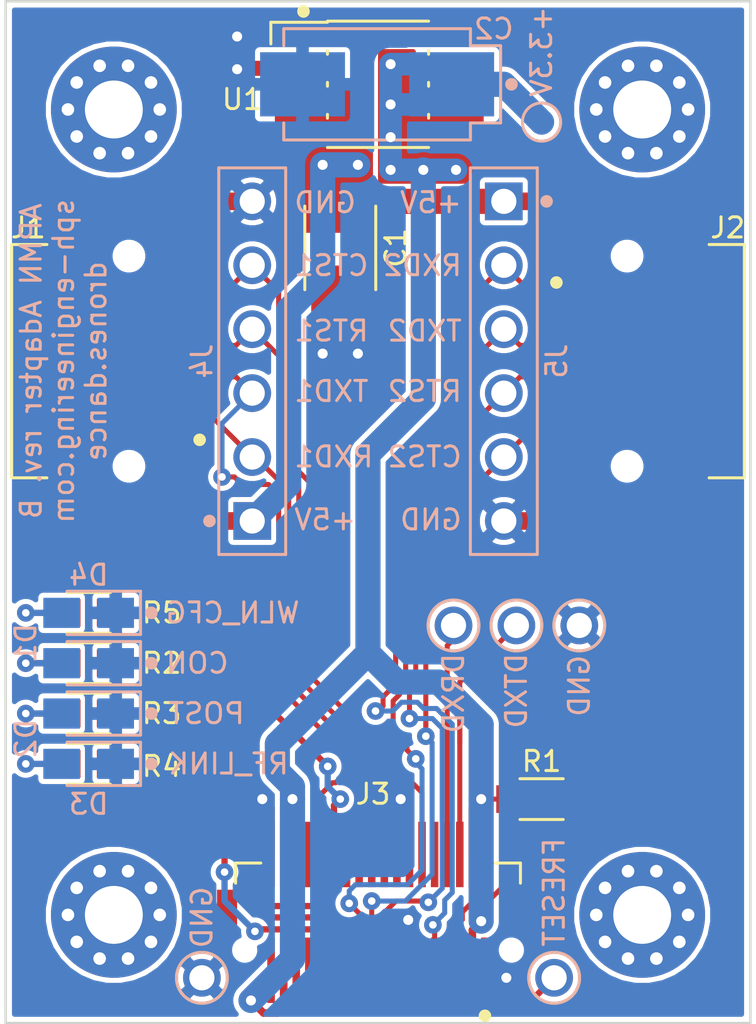
<source format=kicad_pcb>
(kicad_pcb (version 20171130) (host pcbnew 5.0.1-33cea8e~66~ubuntu18.04.1)

  (general
    (thickness 1.6)
    (drawings 31)
    (tracks 344)
    (zones 0)
    (modules 27)
    (nets 24)
  )

  (page A4)
  (title_block
    (title "Dual Band Wi-Fi Adapter")
    (date 2017-06-25)
    (rev B)
    (company "SPH Enginering")
  )

  (layers
    (0 F.Cu signal)
    (31 B.Cu signal)
    (32 B.Adhes user)
    (33 F.Adhes user)
    (34 B.Paste user)
    (35 F.Paste user)
    (36 B.SilkS user)
    (37 F.SilkS user)
    (38 B.Mask user)
    (39 F.Mask user)
    (40 Dwgs.User user)
    (41 Cmts.User user)
    (42 Eco1.User user)
    (43 Eco2.User user)
    (44 Edge.Cuts user)
    (45 Margin user)
    (46 B.CrtYd user)
    (47 F.CrtYd user)
    (48 B.Fab user hide)
    (49 F.Fab user hide)
  )

  (setup
    (last_trace_width 0.2)
    (user_trace_width 0.25)
    (user_trace_width 0.3)
    (user_trace_width 0.4)
    (user_trace_width 0.6)
    (user_trace_width 0.7)
    (user_trace_width 0.8)
    (user_trace_width 0.9)
    (user_trace_width 1)
    (trace_clearance 0.2)
    (zone_clearance 0.2)
    (zone_45_only no)
    (trace_min 0.2)
    (segment_width 0.15)
    (edge_width 0.15)
    (via_size 0.7)
    (via_drill 0.3)
    (via_min_size 0.4)
    (via_min_drill 0.3)
    (user_via 0.9 0.4)
    (uvia_size 0.3)
    (uvia_drill 0.1)
    (uvias_allowed no)
    (uvia_min_size 0.2)
    (uvia_min_drill 0.1)
    (pcb_text_width 0.3)
    (pcb_text_size 1.5 1.5)
    (mod_edge_width 0.15)
    (mod_text_size 0.000001 0.000001)
    (mod_text_width 0.15)
    (pad_size 1.4 1.4)
    (pad_drill 0.6)
    (pad_to_mask_clearance 0.2)
    (solder_mask_min_width 0.25)
    (aux_axis_origin 0 0)
    (visible_elements FFFFEF7F)
    (pcbplotparams
      (layerselection 0x010f0_ffffffff)
      (usegerberextensions true)
      (usegerberattributes false)
      (usegerberadvancedattributes false)
      (creategerberjobfile false)
      (excludeedgelayer true)
      (linewidth 0.100000)
      (plotframeref false)
      (viasonmask false)
      (mode 1)
      (useauxorigin false)
      (hpglpennumber 1)
      (hpglpenspeed 20)
      (hpglpendiameter 15.000000)
      (psnegative false)
      (psa4output false)
      (plotreference true)
      (plotvalue true)
      (plotinvisibletext false)
      (padsonsilk false)
      (subtractmaskfromsilk false)
      (outputformat 1)
      (mirror false)
      (drillshape 0)
      (scaleselection 1)
      (outputdirectory "gerbers"))
  )

  (net 0 "")
  (net 1 GND)
  (net 2 +5V)
  (net 3 +3V3)
  (net 4 "Net-(D1-Pad2)")
  (net 5 /RXD1)
  (net 6 /TXD1)
  (net 7 /RTS1)
  (net 8 /CTS1)
  (net 9 /RXD2)
  (net 10 /TXD2)
  (net 11 /RTS2)
  (net 12 /CTS2)
  (net 13 /DTXD)
  (net 14 /~RESET)
  (net 15 /DRXD)
  (net 16 /FRESET)
  (net 17 /LED_CON)
  (net 18 /LED_POST)
  (net 19 /LED_WLN_CFG)
  (net 20 /LED_RF_LINK)
  (net 21 "Net-(D2-Pad2)")
  (net 22 "Net-(D3-Pad2)")
  (net 23 "Net-(D4-Pad2)")

  (net_class Default "This is the default net class."
    (clearance 0.2)
    (trace_width 0.2)
    (via_dia 0.7)
    (via_drill 0.3)
    (uvia_dia 0.3)
    (uvia_drill 0.1)
    (add_net +3V3)
    (add_net +5V)
    (add_net /CTS1)
    (add_net /CTS2)
    (add_net /DRXD)
    (add_net /DTXD)
    (add_net /FRESET)
    (add_net /LED_CON)
    (add_net /LED_POST)
    (add_net /LED_RF_LINK)
    (add_net /LED_WLN_CFG)
    (add_net /RTS1)
    (add_net /RTS2)
    (add_net /RXD1)
    (add_net /RXD2)
    (add_net /TXD1)
    (add_net /TXD2)
    (add_net /~RESET)
    (add_net GND)
    (add_net "Net-(D1-Pad2)")
    (add_net "Net-(D2-Pad2)")
    (add_net "Net-(D3-Pad2)")
    (add_net "Net-(D4-Pad2)")
  )

  (module ddc:MH-2.3-5 locked (layer F.Cu) (tedit 0) (tstamp 594FD2CA)
    (at 160.5 121)
    (fp_text reference REF** (at 0 0) (layer F.Fab)
      (effects (font (size 1.2 1.2) (thickness 0.1)))
    )
    (fp_text value MH-2.3-5 (at 0 0) (layer F.Fab) hide
      (effects (font (size 1 1) (thickness 0.1)))
    )
    (fp_circle (center 0 0) (end 0 0.5) (layer F.CrtYd) (width 0.05))
    (fp_line (start -0.7 0) (end 0.7 0) (layer F.CrtYd) (width 0.05))
    (fp_line (start 0 -0.7) (end 0 0.7) (layer F.CrtYd) (width 0.05))
    (fp_circle (center 0 0) (end 0 3) (layer F.CrtYd) (width 0.05))
    (pad 1 thru_hole circle (at 0 0) (size 5 5) (drill 2.3) (layers *.Cu *.Paste *.Mask)
      (solder_mask_margin 0.2))
    (pad 1 thru_hole circle (at 1.825 0) (size 0.7 0.7) (drill 0.5) (layers *.Cu))
    (pad 1 thru_hole circle (at 1.476 1.073) (size 0.7 0.7) (drill 0.5) (layers *.Cu))
    (pad 1 thru_hole circle (at 0.564 1.736) (size 0.7 0.7) (drill 0.5) (layers *.Cu))
    (pad 1 thru_hole circle (at -0.564 1.736) (size 0.7 0.7) (drill 0.5) (layers *.Cu))
    (pad 1 thru_hole circle (at -1.476 1.073) (size 0.7 0.7) (drill 0.5) (layers *.Cu))
    (pad 1 thru_hole circle (at -1.825 0) (size 0.7 0.7) (drill 0.5) (layers *.Cu))
    (pad 1 thru_hole circle (at -1.476 -1.073) (size 0.7 0.7) (drill 0.5) (layers *.Cu))
    (pad 1 thru_hole circle (at -0.564 -1.736) (size 0.7 0.7) (drill 0.5) (layers *.Cu))
    (pad 1 thru_hole circle (at 0.564 -1.736) (size 0.7 0.7) (drill 0.5) (layers *.Cu))
    (pad 1 thru_hole circle (at 1.476 -1.073) (size 0.7 0.7) (drill 0.5) (layers *.Cu))
    (model MH-2.3-5.wrl
      (at (xyz 0 0 0))
      (scale (xyz 0.3937 0.3937 0.3937))
      (rotate (xyz 0 0 0))
    )
  )

  (module ddc:MH-2.3-5 locked (layer F.Cu) (tedit 0) (tstamp 594FD2B8)
    (at 139.5 121)
    (fp_text reference REF** (at 0 0) (layer F.Fab)
      (effects (font (size 1.2 1.2) (thickness 0.1)))
    )
    (fp_text value MH-2.3-5 (at 0 0) (layer F.Fab) hide
      (effects (font (size 1 1) (thickness 0.1)))
    )
    (fp_circle (center 0 0) (end 0 0.5) (layer F.CrtYd) (width 0.05))
    (fp_line (start -0.7 0) (end 0.7 0) (layer F.CrtYd) (width 0.05))
    (fp_line (start 0 -0.7) (end 0 0.7) (layer F.CrtYd) (width 0.05))
    (fp_circle (center 0 0) (end 0 3) (layer F.CrtYd) (width 0.05))
    (pad 1 thru_hole circle (at 0 0) (size 5 5) (drill 2.3) (layers *.Cu *.Paste *.Mask)
      (solder_mask_margin 0.2))
    (pad 1 thru_hole circle (at 1.825 0) (size 0.7 0.7) (drill 0.5) (layers *.Cu))
    (pad 1 thru_hole circle (at 1.476 1.073) (size 0.7 0.7) (drill 0.5) (layers *.Cu))
    (pad 1 thru_hole circle (at 0.564 1.736) (size 0.7 0.7) (drill 0.5) (layers *.Cu))
    (pad 1 thru_hole circle (at -0.564 1.736) (size 0.7 0.7) (drill 0.5) (layers *.Cu))
    (pad 1 thru_hole circle (at -1.476 1.073) (size 0.7 0.7) (drill 0.5) (layers *.Cu))
    (pad 1 thru_hole circle (at -1.825 0) (size 0.7 0.7) (drill 0.5) (layers *.Cu))
    (pad 1 thru_hole circle (at -1.476 -1.073) (size 0.7 0.7) (drill 0.5) (layers *.Cu))
    (pad 1 thru_hole circle (at -0.564 -1.736) (size 0.7 0.7) (drill 0.5) (layers *.Cu))
    (pad 1 thru_hole circle (at 0.564 -1.736) (size 0.7 0.7) (drill 0.5) (layers *.Cu))
    (pad 1 thru_hole circle (at 1.476 -1.073) (size 0.7 0.7) (drill 0.5) (layers *.Cu))
    (model MH-2.3-5.wrl
      (at (xyz 0 0 0))
      (scale (xyz 0.3937 0.3937 0.3937))
      (rotate (xyz 0 0 0))
    )
  )

  (module ddc:MH-2.3-5 locked (layer F.Cu) (tedit 0) (tstamp 594FD2A6)
    (at 139.5 89)
    (fp_text reference REF** (at 0 0) (layer F.Fab)
      (effects (font (size 1.2 1.2) (thickness 0.1)))
    )
    (fp_text value MH-2.3-5 (at 0 0) (layer F.Fab) hide
      (effects (font (size 1 1) (thickness 0.1)))
    )
    (fp_circle (center 0 0) (end 0 0.5) (layer F.CrtYd) (width 0.05))
    (fp_line (start -0.7 0) (end 0.7 0) (layer F.CrtYd) (width 0.05))
    (fp_line (start 0 -0.7) (end 0 0.7) (layer F.CrtYd) (width 0.05))
    (fp_circle (center 0 0) (end 0 3) (layer F.CrtYd) (width 0.05))
    (pad 1 thru_hole circle (at 0 0) (size 5 5) (drill 2.3) (layers *.Cu *.Paste *.Mask)
      (solder_mask_margin 0.2))
    (pad 1 thru_hole circle (at 1.825 0) (size 0.7 0.7) (drill 0.5) (layers *.Cu))
    (pad 1 thru_hole circle (at 1.476 1.073) (size 0.7 0.7) (drill 0.5) (layers *.Cu))
    (pad 1 thru_hole circle (at 0.564 1.736) (size 0.7 0.7) (drill 0.5) (layers *.Cu))
    (pad 1 thru_hole circle (at -0.564 1.736) (size 0.7 0.7) (drill 0.5) (layers *.Cu))
    (pad 1 thru_hole circle (at -1.476 1.073) (size 0.7 0.7) (drill 0.5) (layers *.Cu))
    (pad 1 thru_hole circle (at -1.825 0) (size 0.7 0.7) (drill 0.5) (layers *.Cu))
    (pad 1 thru_hole circle (at -1.476 -1.073) (size 0.7 0.7) (drill 0.5) (layers *.Cu))
    (pad 1 thru_hole circle (at -0.564 -1.736) (size 0.7 0.7) (drill 0.5) (layers *.Cu))
    (pad 1 thru_hole circle (at 0.564 -1.736) (size 0.7 0.7) (drill 0.5) (layers *.Cu))
    (pad 1 thru_hole circle (at 1.476 -1.073) (size 0.7 0.7) (drill 0.5) (layers *.Cu))
    (model MH-2.3-5.wrl
      (at (xyz 0 0 0))
      (scale (xyz 0.3937 0.3937 0.3937))
      (rotate (xyz 0 0 0))
    )
  )

  (module ddc:MH-2.3-5 locked (layer F.Cu) (tedit 0) (tstamp 594FD280)
    (at 160.5 89)
    (fp_text reference REF** (at 0 0) (layer F.Fab)
      (effects (font (size 1.2 1.2) (thickness 0.1)))
    )
    (fp_text value MH-2.3-5 (at 0 0) (layer F.Fab) hide
      (effects (font (size 1 1) (thickness 0.1)))
    )
    (fp_circle (center 0 0) (end 0 0.5) (layer F.CrtYd) (width 0.05))
    (fp_line (start -0.7 0) (end 0.7 0) (layer F.CrtYd) (width 0.05))
    (fp_line (start 0 -0.7) (end 0 0.7) (layer F.CrtYd) (width 0.05))
    (fp_circle (center 0 0) (end 0 3) (layer F.CrtYd) (width 0.05))
    (pad 1 thru_hole circle (at 0 0) (size 5 5) (drill 2.3) (layers *.Cu *.Paste *.Mask)
      (solder_mask_margin 0.2))
    (pad 1 thru_hole circle (at 1.825 0) (size 0.7 0.7) (drill 0.5) (layers *.Cu))
    (pad 1 thru_hole circle (at 1.476 1.073) (size 0.7 0.7) (drill 0.5) (layers *.Cu))
    (pad 1 thru_hole circle (at 0.564 1.736) (size 0.7 0.7) (drill 0.5) (layers *.Cu))
    (pad 1 thru_hole circle (at -0.564 1.736) (size 0.7 0.7) (drill 0.5) (layers *.Cu))
    (pad 1 thru_hole circle (at -1.476 1.073) (size 0.7 0.7) (drill 0.5) (layers *.Cu))
    (pad 1 thru_hole circle (at -1.825 0) (size 0.7 0.7) (drill 0.5) (layers *.Cu))
    (pad 1 thru_hole circle (at -1.476 -1.073) (size 0.7 0.7) (drill 0.5) (layers *.Cu))
    (pad 1 thru_hole circle (at -0.564 -1.736) (size 0.7 0.7) (drill 0.5) (layers *.Cu))
    (pad 1 thru_hole circle (at 0.564 -1.736) (size 0.7 0.7) (drill 0.5) (layers *.Cu))
    (pad 1 thru_hole circle (at 1.476 -1.073) (size 0.7 0.7) (drill 0.5) (layers *.Cu))
    (model MH-2.3-5.wrl
      (at (xyz 0 0 0))
      (scale (xyz 0.3937 0.3937 0.3937))
      (rotate (xyz 0 0 0))
    )
  )

  (module ddc:CAPC3216X180M (layer F.Cu) (tedit 0) (tstamp 59537A5C)
    (at 148.5 94.5 180)
    (path /59509318)
    (attr smd)
    (fp_text reference C1 (at -2.2 0 270) (layer F.SilkS)
      (effects (font (size 0.8 0.8) (thickness 0.12)))
    )
    (fp_text value 10u (at 0 0 270) (layer F.Fab)
      (effects (font (size 1 1) (thickness 0.1)))
    )
    (fp_line (start -1.41 -1.66) (end -1.41 1.66) (layer F.SilkS) (width 0.12))
    (fp_line (start 1.41 -1.66) (end 1.41 1.66) (layer F.SilkS) (width 0.12))
    (fp_text user REF** (at 0 0 270) (layer F.Fab) hide
      (effects (font (size 1 1) (thickness 0.1)))
    )
    (fp_line (start -0.8 -1.6) (end 0.8 -1.6) (layer F.Fab) (width 0.1))
    (fp_line (start 0.8 -1.6) (end 0.8 1.6) (layer F.Fab) (width 0.1))
    (fp_line (start 0.8 1.6) (end -0.8 1.6) (layer F.Fab) (width 0.1))
    (fp_line (start -0.8 1.6) (end -0.8 -1.6) (layer F.Fab) (width 0.1))
    (fp_circle (center 0 0) (end 0 0.5) (layer F.CrtYd) (width 0.05))
    (fp_line (start -0.7 0) (end 0.7 0) (layer F.CrtYd) (width 0.05))
    (fp_line (start 0 -0.7) (end 0 0.7) (layer F.CrtYd) (width 0.05))
    (fp_line (start -1.4 -2.85) (end -1.4 -1.85) (layer F.CrtYd) (width 0.05))
    (fp_line (start -1.4 -1.85) (end -1.4 1.85) (layer F.CrtYd) (width 0.05))
    (fp_line (start -1.4 1.85) (end -1.4 2.85) (layer F.CrtYd) (width 0.05))
    (fp_line (start -1.4 2.85) (end 1.4 2.85) (layer F.CrtYd) (width 0.05))
    (fp_line (start 1.4 2.85) (end 1.4 1.85) (layer F.CrtYd) (width 0.05))
    (fp_line (start 1.4 1.85) (end 1.4 -1.85) (layer F.CrtYd) (width 0.05))
    (fp_line (start 1.4 -1.85) (end 1.4 -2.85) (layer F.CrtYd) (width 0.05))
    (fp_line (start 1.4 -2.85) (end -1.4 -2.85) (layer F.CrtYd) (width 0.05))
    (pad 1 smd rect (at 0 -1.65 180) (size 2.3 1.9) (layers F.Cu F.Paste F.Mask)
      (net 1 GND) (solder_mask_margin 0.05))
    (pad 2 smd rect (at 0 1.65 180) (size 2.3 1.9) (layers F.Cu F.Paste F.Mask)
      (net 2 +5V) (solder_mask_margin 0.05))
    (model CAPC3216X180M.wrl
      (at (xyz 0 0 0))
      (scale (xyz 0.3937 0.3937 0.3937))
      (rotate (xyz 0 0 0))
    )
  )

  (module ddc:CAPPM7343X310M (layer B.Cu) (tedit 0) (tstamp 59537A82)
    (at 149.963 88 90)
    (path /595093F0)
    (attr smd)
    (fp_text reference C2 (at 2.2 4.637 180) (layer B.SilkS)
      (effects (font (size 0.8 0.8) (thickness 0.12)) (justify mirror))
    )
    (fp_text value 100u (at 0 0) (layer B.Fab)
      (effects (font (size 1 1) (thickness 0.1)) (justify mirror))
    )
    (fp_line (start -2.21 3.71) (end -2.21 -3.71) (layer B.SilkS) (width 0.12))
    (fp_line (start 2.21 3.71) (end 2.21 -3.71) (layer B.SilkS) (width 0.12))
    (fp_line (start -1.535 3.71) (end -2.21 3.71) (layer B.SilkS) (width 0.12))
    (fp_line (start -1.535 -3.71) (end -2.21 -3.71) (layer B.SilkS) (width 0.12))
    (fp_line (start 1.535 3.71) (end 2.21 3.71) (layer B.SilkS) (width 0.12))
    (fp_line (start 1.535 -3.71) (end 2.21 -3.71) (layer B.SilkS) (width 0.12))
    (fp_line (start -1.535 3.71) (end -1.535 4.91) (layer B.SilkS) (width 0.12))
    (fp_line (start -1.535 4.91) (end 1.535 4.91) (layer B.SilkS) (width 0.12))
    (fp_line (start 1.535 4.91) (end 1.535 3.71) (layer B.SilkS) (width 0.12))
    (fp_circle (center 0 5.34) (end 0 5.215) (layer B.SilkS) (width 0.25))
    (fp_text user REF** (at 0 0) (layer B.Fab) hide
      (effects (font (size 1 1) (thickness 0.1)) (justify mirror))
    )
    (fp_text user REF** (at 0 0) (layer B.Fab) hide
      (effects (font (size 1 1) (thickness 0.1)) (justify mirror))
    )
    (fp_line (start -1.15 3.65) (end 2.15 3.65) (layer B.Fab) (width 0.1))
    (fp_line (start 2.15 3.65) (end 2.15 -3.65) (layer B.Fab) (width 0.1))
    (fp_line (start 2.15 -3.65) (end -2.15 -3.65) (layer B.Fab) (width 0.1))
    (fp_line (start -2.15 -3.65) (end -2.15 2.65) (layer B.Fab) (width 0.1))
    (fp_line (start -2.15 2.65) (end -1.15 3.65) (layer B.Fab) (width 0.1))
    (fp_circle (center 0 0) (end 0 -0.5) (layer B.CrtYd) (width 0.05))
    (fp_line (start -0.7 0) (end 0.7 0) (layer B.CrtYd) (width 0.05))
    (fp_line (start 0 0.7) (end 0 -0.7) (layer B.CrtYd) (width 0.05))
    (fp_line (start -1.775 5.15) (end -1.775 4.15) (layer B.CrtYd) (width 0.05))
    (fp_line (start -1.775 4.15) (end -2.65 4.15) (layer B.CrtYd) (width 0.05))
    (fp_line (start -2.65 4.15) (end -2.65 -4.15) (layer B.CrtYd) (width 0.05))
    (fp_line (start -2.65 -4.15) (end -1.775 -4.15) (layer B.CrtYd) (width 0.05))
    (fp_line (start -1.775 -4.15) (end -1.775 -5.15) (layer B.CrtYd) (width 0.05))
    (fp_line (start -1.775 -5.15) (end 1.775 -5.15) (layer B.CrtYd) (width 0.05))
    (fp_line (start 1.775 -5.15) (end 1.775 -4.15) (layer B.CrtYd) (width 0.05))
    (fp_line (start 1.775 -4.15) (end 2.65 -4.15) (layer B.CrtYd) (width 0.05))
    (fp_line (start 2.65 -4.15) (end 2.65 4.15) (layer B.CrtYd) (width 0.05))
    (fp_line (start 2.65 4.15) (end 1.775 4.15) (layer B.CrtYd) (width 0.05))
    (fp_line (start 1.775 4.15) (end 1.775 5.15) (layer B.CrtYd) (width 0.05))
    (fp_line (start 1.775 5.15) (end -1.775 5.15) (layer B.CrtYd) (width 0.05))
    (pad 1 smd rect (at 0 2.963 90) (size 2.55 3.375) (layers B.Cu B.Paste B.Mask)
      (net 3 +3V3) (solder_mask_margin 0.05))
    (pad 2 smd rect (at 0 -2.963 90) (size 2.55 3.375) (layers B.Cu B.Paste B.Mask)
      (net 1 GND) (solder_mask_margin 0.05))
    (model CAPPM7343X310M.wrl
      (at (xyz 0 0 0))
      (scale (xyz 0.3937 0.3937 0.3937))
      (rotate (xyz 0 0 0))
    )
  )

  (module ddc:LEDC1608X90M (layer B.Cu) (tedit 0) (tstamp 59537AA0)
    (at 138.5 111 90)
    (path /595068F3)
    (attr smd)
    (fp_text reference D1 (at 0.8 -2.5 90) (layer B.SilkS)
      (effects (font (size 0.8 0.8) (thickness 0.12)) (justify mirror))
    )
    (fp_text value LED0603 (at 0 0) (layer B.Fab)
      (effects (font (size 0.528 0.528) (thickness 0.1)) (justify mirror))
    )
    (fp_line (start -0.86 0.86) (end -0.86 -0.86) (layer B.SilkS) (width 0.12))
    (fp_line (start 0.86 0.86) (end 0.86 -0.86) (layer B.SilkS) (width 0.12))
    (fp_line (start -0.86 0.86) (end -0.86 2.06) (layer B.SilkS) (width 0.12))
    (fp_line (start -0.86 2.06) (end 0.86 2.06) (layer B.SilkS) (width 0.12))
    (fp_line (start 0.86 2.06) (end 0.86 0.86) (layer B.SilkS) (width 0.12))
    (fp_circle (center 0 2.49) (end 0 2.365) (layer B.SilkS) (width 0.25))
    (fp_text user REF** (at 0 0) (layer B.Fab) hide
      (effects (font (size 0.528 0.528) (thickness 0.1)) (justify mirror))
    )
    (fp_text user REF** (at 0 0) (layer B.Fab) hide
      (effects (font (size 0.528 0.528) (thickness 0.1)) (justify mirror))
    )
    (fp_line (start 0 0.8) (end 0.4 0.8) (layer B.Fab) (width 0.1))
    (fp_line (start 0.4 0.8) (end 0.4 -0.8) (layer B.Fab) (width 0.1))
    (fp_line (start 0.4 -0.8) (end -0.4 -0.8) (layer B.Fab) (width 0.1))
    (fp_line (start -0.4 -0.8) (end -0.4 0.4) (layer B.Fab) (width 0.1))
    (fp_line (start -0.4 0.4) (end 0 0.8) (layer B.Fab) (width 0.1))
    (fp_circle (center 0 0) (end 0 -0.5) (layer B.CrtYd) (width 0.05))
    (fp_line (start -0.7 0) (end 0.7 0) (layer B.CrtYd) (width 0.05))
    (fp_line (start 0 0.7) (end 0 -0.7) (layer B.CrtYd) (width 0.05))
    (fp_line (start -0.85 2.05) (end -0.85 1.05) (layer B.CrtYd) (width 0.05))
    (fp_line (start -0.85 1.05) (end -0.85 -1.05) (layer B.CrtYd) (width 0.05))
    (fp_line (start -0.85 -1.05) (end -0.85 -2.05) (layer B.CrtYd) (width 0.05))
    (fp_line (start -0.85 -2.05) (end 0.85 -2.05) (layer B.CrtYd) (width 0.05))
    (fp_line (start 0.85 -2.05) (end 0.85 -1.05) (layer B.CrtYd) (width 0.05))
    (fp_line (start 0.85 -1.05) (end 0.85 1.05) (layer B.CrtYd) (width 0.05))
    (fp_line (start 0.85 1.05) (end 0.85 2.05) (layer B.CrtYd) (width 0.05))
    (fp_line (start 0.85 2.05) (end -0.85 2.05) (layer B.CrtYd) (width 0.05))
    (pad 1 smd rect (at 0 1.075 90) (size 1.2 1.45) (layers B.Cu B.Paste B.Mask)
      (net 1 GND) (solder_mask_margin 0.05))
    (pad 2 smd rect (at 0 -1.075 90) (size 1.2 1.45) (layers B.Cu B.Paste B.Mask)
      (net 4 "Net-(D1-Pad2)") (solder_mask_margin 0.05))
    (model LEDC1608X90M.wrl
      (at (xyz 0 0 0))
      (scale (xyz 0.3937 0.3937 0.3937))
      (rotate (xyz 0 0 0))
    )
  )

  (module ddc:LEDC1608X90M (layer B.Cu) (tedit 0) (tstamp 59537ABE)
    (at 138.5 113 90)
    (path /59506BEA)
    (attr smd)
    (fp_text reference D2 (at -1 -2.5 90) (layer B.SilkS)
      (effects (font (size 0.8 0.8) (thickness 0.12)) (justify mirror))
    )
    (fp_text value LED0603 (at 0 0) (layer B.Fab)
      (effects (font (size 0.528 0.528) (thickness 0.1)) (justify mirror))
    )
    (fp_line (start -0.86 0.86) (end -0.86 -0.86) (layer B.SilkS) (width 0.12))
    (fp_line (start 0.86 0.86) (end 0.86 -0.86) (layer B.SilkS) (width 0.12))
    (fp_line (start -0.86 0.86) (end -0.86 2.06) (layer B.SilkS) (width 0.12))
    (fp_line (start -0.86 2.06) (end 0.86 2.06) (layer B.SilkS) (width 0.12))
    (fp_line (start 0.86 2.06) (end 0.86 0.86) (layer B.SilkS) (width 0.12))
    (fp_circle (center 0 2.49) (end 0 2.365) (layer B.SilkS) (width 0.25))
    (fp_text user REF** (at 0 0) (layer B.Fab) hide
      (effects (font (size 0.528 0.528) (thickness 0.1)) (justify mirror))
    )
    (fp_text user REF** (at 0 0) (layer B.Fab) hide
      (effects (font (size 0.528 0.528) (thickness 0.1)) (justify mirror))
    )
    (fp_line (start 0 0.8) (end 0.4 0.8) (layer B.Fab) (width 0.1))
    (fp_line (start 0.4 0.8) (end 0.4 -0.8) (layer B.Fab) (width 0.1))
    (fp_line (start 0.4 -0.8) (end -0.4 -0.8) (layer B.Fab) (width 0.1))
    (fp_line (start -0.4 -0.8) (end -0.4 0.4) (layer B.Fab) (width 0.1))
    (fp_line (start -0.4 0.4) (end 0 0.8) (layer B.Fab) (width 0.1))
    (fp_circle (center 0 0) (end 0 -0.5) (layer B.CrtYd) (width 0.05))
    (fp_line (start -0.7 0) (end 0.7 0) (layer B.CrtYd) (width 0.05))
    (fp_line (start 0 0.7) (end 0 -0.7) (layer B.CrtYd) (width 0.05))
    (fp_line (start -0.85 2.05) (end -0.85 1.05) (layer B.CrtYd) (width 0.05))
    (fp_line (start -0.85 1.05) (end -0.85 -1.05) (layer B.CrtYd) (width 0.05))
    (fp_line (start -0.85 -1.05) (end -0.85 -2.05) (layer B.CrtYd) (width 0.05))
    (fp_line (start -0.85 -2.05) (end 0.85 -2.05) (layer B.CrtYd) (width 0.05))
    (fp_line (start 0.85 -2.05) (end 0.85 -1.05) (layer B.CrtYd) (width 0.05))
    (fp_line (start 0.85 -1.05) (end 0.85 1.05) (layer B.CrtYd) (width 0.05))
    (fp_line (start 0.85 1.05) (end 0.85 2.05) (layer B.CrtYd) (width 0.05))
    (fp_line (start 0.85 2.05) (end -0.85 2.05) (layer B.CrtYd) (width 0.05))
    (pad 1 smd rect (at 0 1.075 90) (size 1.2 1.45) (layers B.Cu B.Paste B.Mask)
      (net 1 GND) (solder_mask_margin 0.05))
    (pad 2 smd rect (at 0 -1.075 90) (size 1.2 1.45) (layers B.Cu B.Paste B.Mask)
      (net 21 "Net-(D2-Pad2)") (solder_mask_margin 0.05))
    (model LEDC1608X90M.wrl
      (at (xyz 0 0 0))
      (scale (xyz 0.3937 0.3937 0.3937))
      (rotate (xyz 0 0 0))
    )
  )

  (module ddc:LEDC1608X90M (layer B.Cu) (tedit 0) (tstamp 59537ADC)
    (at 138.5 115 90)
    (path /59506C39)
    (attr smd)
    (fp_text reference D3 (at -1.6 0 180) (layer B.SilkS)
      (effects (font (size 0.8 0.8) (thickness 0.12)) (justify mirror))
    )
    (fp_text value LED0603 (at 0 0) (layer B.Fab)
      (effects (font (size 0.528 0.528) (thickness 0.1)) (justify mirror))
    )
    (fp_line (start -0.86 0.86) (end -0.86 -0.86) (layer B.SilkS) (width 0.12))
    (fp_line (start 0.86 0.86) (end 0.86 -0.86) (layer B.SilkS) (width 0.12))
    (fp_line (start -0.86 0.86) (end -0.86 2.06) (layer B.SilkS) (width 0.12))
    (fp_line (start -0.86 2.06) (end 0.86 2.06) (layer B.SilkS) (width 0.12))
    (fp_line (start 0.86 2.06) (end 0.86 0.86) (layer B.SilkS) (width 0.12))
    (fp_circle (center 0 2.49) (end 0 2.365) (layer B.SilkS) (width 0.25))
    (fp_text user REF** (at 0 0) (layer B.Fab) hide
      (effects (font (size 0.528 0.528) (thickness 0.1)) (justify mirror))
    )
    (fp_text user REF** (at 0 0) (layer B.Fab) hide
      (effects (font (size 0.528 0.528) (thickness 0.1)) (justify mirror))
    )
    (fp_line (start 0 0.8) (end 0.4 0.8) (layer B.Fab) (width 0.1))
    (fp_line (start 0.4 0.8) (end 0.4 -0.8) (layer B.Fab) (width 0.1))
    (fp_line (start 0.4 -0.8) (end -0.4 -0.8) (layer B.Fab) (width 0.1))
    (fp_line (start -0.4 -0.8) (end -0.4 0.4) (layer B.Fab) (width 0.1))
    (fp_line (start -0.4 0.4) (end 0 0.8) (layer B.Fab) (width 0.1))
    (fp_circle (center 0 0) (end 0 -0.5) (layer B.CrtYd) (width 0.05))
    (fp_line (start -0.7 0) (end 0.7 0) (layer B.CrtYd) (width 0.05))
    (fp_line (start 0 0.7) (end 0 -0.7) (layer B.CrtYd) (width 0.05))
    (fp_line (start -0.85 2.05) (end -0.85 1.05) (layer B.CrtYd) (width 0.05))
    (fp_line (start -0.85 1.05) (end -0.85 -1.05) (layer B.CrtYd) (width 0.05))
    (fp_line (start -0.85 -1.05) (end -0.85 -2.05) (layer B.CrtYd) (width 0.05))
    (fp_line (start -0.85 -2.05) (end 0.85 -2.05) (layer B.CrtYd) (width 0.05))
    (fp_line (start 0.85 -2.05) (end 0.85 -1.05) (layer B.CrtYd) (width 0.05))
    (fp_line (start 0.85 -1.05) (end 0.85 1.05) (layer B.CrtYd) (width 0.05))
    (fp_line (start 0.85 1.05) (end 0.85 2.05) (layer B.CrtYd) (width 0.05))
    (fp_line (start 0.85 2.05) (end -0.85 2.05) (layer B.CrtYd) (width 0.05))
    (pad 1 smd rect (at 0 1.075 90) (size 1.2 1.45) (layers B.Cu B.Paste B.Mask)
      (net 1 GND) (solder_mask_margin 0.05))
    (pad 2 smd rect (at 0 -1.075 90) (size 1.2 1.45) (layers B.Cu B.Paste B.Mask)
      (net 22 "Net-(D3-Pad2)") (solder_mask_margin 0.05))
    (model LEDC1608X90M.wrl
      (at (xyz 0 0 0))
      (scale (xyz 0.3937 0.3937 0.3937))
      (rotate (xyz 0 0 0))
    )
  )

  (module ddc:LEDC1608X90M (layer B.Cu) (tedit 0) (tstamp 59537AFA)
    (at 138.5 109 90)
    (path /59506C8B)
    (attr smd)
    (fp_text reference D4 (at 1.5 0 180) (layer B.SilkS)
      (effects (font (size 0.8 0.8) (thickness 0.12)) (justify mirror))
    )
    (fp_text value LED0603 (at 0 0) (layer B.Fab)
      (effects (font (size 0.528 0.528) (thickness 0.1)) (justify mirror))
    )
    (fp_line (start -0.86 0.86) (end -0.86 -0.86) (layer B.SilkS) (width 0.12))
    (fp_line (start 0.86 0.86) (end 0.86 -0.86) (layer B.SilkS) (width 0.12))
    (fp_line (start -0.86 0.86) (end -0.86 2.06) (layer B.SilkS) (width 0.12))
    (fp_line (start -0.86 2.06) (end 0.86 2.06) (layer B.SilkS) (width 0.12))
    (fp_line (start 0.86 2.06) (end 0.86 0.86) (layer B.SilkS) (width 0.12))
    (fp_circle (center 0 2.49) (end 0 2.365) (layer B.SilkS) (width 0.25))
    (fp_text user REF** (at 0 0) (layer B.Fab) hide
      (effects (font (size 0.528 0.528) (thickness 0.1)) (justify mirror))
    )
    (fp_text user REF** (at 0 0) (layer B.Fab) hide
      (effects (font (size 0.528 0.528) (thickness 0.1)) (justify mirror))
    )
    (fp_line (start 0 0.8) (end 0.4 0.8) (layer B.Fab) (width 0.1))
    (fp_line (start 0.4 0.8) (end 0.4 -0.8) (layer B.Fab) (width 0.1))
    (fp_line (start 0.4 -0.8) (end -0.4 -0.8) (layer B.Fab) (width 0.1))
    (fp_line (start -0.4 -0.8) (end -0.4 0.4) (layer B.Fab) (width 0.1))
    (fp_line (start -0.4 0.4) (end 0 0.8) (layer B.Fab) (width 0.1))
    (fp_circle (center 0 0) (end 0 -0.5) (layer B.CrtYd) (width 0.05))
    (fp_line (start -0.7 0) (end 0.7 0) (layer B.CrtYd) (width 0.05))
    (fp_line (start 0 0.7) (end 0 -0.7) (layer B.CrtYd) (width 0.05))
    (fp_line (start -0.85 2.05) (end -0.85 1.05) (layer B.CrtYd) (width 0.05))
    (fp_line (start -0.85 1.05) (end -0.85 -1.05) (layer B.CrtYd) (width 0.05))
    (fp_line (start -0.85 -1.05) (end -0.85 -2.05) (layer B.CrtYd) (width 0.05))
    (fp_line (start -0.85 -2.05) (end 0.85 -2.05) (layer B.CrtYd) (width 0.05))
    (fp_line (start 0.85 -2.05) (end 0.85 -1.05) (layer B.CrtYd) (width 0.05))
    (fp_line (start 0.85 -1.05) (end 0.85 1.05) (layer B.CrtYd) (width 0.05))
    (fp_line (start 0.85 1.05) (end 0.85 2.05) (layer B.CrtYd) (width 0.05))
    (fp_line (start 0.85 2.05) (end -0.85 2.05) (layer B.CrtYd) (width 0.05))
    (pad 1 smd rect (at 0 1.075 90) (size 1.2 1.45) (layers B.Cu B.Paste B.Mask)
      (net 1 GND) (solder_mask_margin 0.05))
    (pad 2 smd rect (at 0 -1.075 90) (size 1.2 1.45) (layers B.Cu B.Paste B.Mask)
      (net 23 "Net-(D4-Pad2)") (solder_mask_margin 0.05))
    (model LEDC1608X90M.wrl
      (at (xyz 0 0 0))
      (scale (xyz 0.3937 0.3937 0.3937))
      (rotate (xyz 0 0 0))
    )
  )

  (module ddc:HIROSE_DF13-6P-1.25H (layer F.Cu) (tedit 0) (tstamp 59537B19)
    (at 138 99 90)
    (path /59536973)
    (fp_text reference J1 (at 5.3 -1.9 180) (layer F.SilkS)
      (effects (font (size 0.8 0.8) (thickness 0.12)))
    )
    (fp_text value [DF13-6P-1.25H] (at 0 0 90) (layer F.Fab)
      (effects (font (size 1 1) (thickness 0.1)))
    )
    (fp_line (start -4.635 -2.56) (end 4.635 -2.56) (layer F.SilkS) (width 0.12))
    (fp_line (start 4.635 -2.56) (end 4.635 -1.16) (layer F.SilkS) (width 0.12))
    (fp_line (start -4.635 -2.56) (end -4.635 -1.16) (layer F.SilkS) (width 0.12))
    (fp_circle (center -3.125 4.91) (end -3.125 5.035) (layer F.SilkS) (width 0.25))
    (fp_text user REF** (at 0 0 90) (layer F.Fab) hide
      (effects (font (size 1 1) (thickness 0.1)))
    )
    (fp_line (start -3.575 -2.5) (end 4.575 -2.5) (layer F.Fab) (width 0.1))
    (fp_line (start 4.575 -2.5) (end 4.575 2.5) (layer F.Fab) (width 0.1))
    (fp_line (start 4.575 2.5) (end -4.575 2.5) (layer F.Fab) (width 0.1))
    (fp_line (start -4.575 2.5) (end -4.575 -1.5) (layer F.Fab) (width 0.1))
    (fp_line (start -4.575 -1.5) (end -3.575 -2.5) (layer F.Fab) (width 0.1))
    (fp_circle (center 0 0) (end 0 0.5) (layer F.CrtYd) (width 0.05))
    (fp_line (start -0.7 0) (end 0.7 0) (layer F.CrtYd) (width 0.05))
    (fp_line (start 0 -0.7) (end 0 0.7) (layer F.CrtYd) (width 0.05))
    (fp_line (start -6.775 -3) (end 6.775 -3) (layer F.CrtYd) (width 0.05))
    (fp_line (start 6.775 -3) (end 6.775 4.9) (layer F.CrtYd) (width 0.05))
    (fp_line (start 6.775 4.9) (end -6.775 4.9) (layer F.CrtYd) (width 0.05))
    (fp_line (start -6.775 4.9) (end -6.775 -3) (layer F.CrtYd) (width 0.05))
    (pad 1 smd rect (at -3.125 3.5 90) (size 0.7 1.8) (layers F.Cu F.Paste F.Mask)
      (net 2 +5V) (solder_mask_margin 0.05))
    (pad 2 smd rect (at -1.875 3.5 90) (size 0.7 1.8) (layers F.Cu F.Paste F.Mask)
      (net 5 /RXD1) (solder_mask_margin 0.05))
    (pad 3 smd rect (at -0.625 3.5 90) (size 0.7 1.8) (layers F.Cu F.Paste F.Mask)
      (net 6 /TXD1) (solder_mask_margin 0.05))
    (pad 4 smd rect (at 0.625 3.5 90) (size 0.7 1.8) (layers F.Cu F.Paste F.Mask)
      (net 7 /RTS1) (solder_mask_margin 0.05))
    (pad 5 smd rect (at 1.875 3.5 90) (size 0.7 1.8) (layers F.Cu F.Paste F.Mask)
      (net 8 /CTS1) (solder_mask_margin 0.05))
    (pad 6 smd rect (at 3.125 3.5 90) (size 0.7 1.8) (layers F.Cu F.Paste F.Mask)
      (net 1 GND) (solder_mask_margin 0.05))
    (pad 7 smd rect (at -5.475 0.2 90) (size 1.6 2.2) (layers F.Cu F.Paste F.Mask)
      (solder_mask_margin 0.05))
    (pad 8 smd rect (at 5.475 0.2 90) (size 1.6 2.2) (layers F.Cu F.Paste F.Mask)
      (solder_mask_margin 0.05))
    (pad MH1 np_thru_hole circle (at -4.175 2.1 90) (size 0.9 0.9) (drill 0.9) (layers *.Cu *.Mask)
      (solder_mask_margin 0.05))
    (pad MH2 np_thru_hole circle (at 4.175 2.1 90) (size 0.9 0.9) (drill 0.9) (layers *.Cu *.Mask)
      (solder_mask_margin 0.05))
    (model HIROSE_DF13-6P-1.25H.wrl
      (at (xyz 0 0 0))
      (scale (xyz 0.3937 0.3937 0.3937))
      (rotate (xyz 0 0 0))
    )
  )

  (module ddc:HIROSE_DF13-6P-1.25H (layer F.Cu) (tedit 0) (tstamp 59537B38)
    (at 162 99 270)
    (path /59536AF1)
    (fp_text reference J2 (at -5.3 -1.9) (layer F.SilkS)
      (effects (font (size 0.8 0.8) (thickness 0.12)))
    )
    (fp_text value [DF13-6P-1.25H] (at 0 0 270) (layer F.Fab)
      (effects (font (size 1 1) (thickness 0.1)))
    )
    (fp_line (start -4.635 -2.56) (end 4.635 -2.56) (layer F.SilkS) (width 0.12))
    (fp_line (start 4.635 -2.56) (end 4.635 -1.16) (layer F.SilkS) (width 0.12))
    (fp_line (start -4.635 -2.56) (end -4.635 -1.16) (layer F.SilkS) (width 0.12))
    (fp_circle (center -3.125 4.91) (end -3.125 5.035) (layer F.SilkS) (width 0.25))
    (fp_text user REF** (at 0 0 270) (layer F.Fab) hide
      (effects (font (size 1 1) (thickness 0.1)))
    )
    (fp_line (start -3.575 -2.5) (end 4.575 -2.5) (layer F.Fab) (width 0.1))
    (fp_line (start 4.575 -2.5) (end 4.575 2.5) (layer F.Fab) (width 0.1))
    (fp_line (start 4.575 2.5) (end -4.575 2.5) (layer F.Fab) (width 0.1))
    (fp_line (start -4.575 2.5) (end -4.575 -1.5) (layer F.Fab) (width 0.1))
    (fp_line (start -4.575 -1.5) (end -3.575 -2.5) (layer F.Fab) (width 0.1))
    (fp_circle (center 0 0) (end 0 0.5) (layer F.CrtYd) (width 0.05))
    (fp_line (start -0.7 0) (end 0.7 0) (layer F.CrtYd) (width 0.05))
    (fp_line (start 0 -0.7) (end 0 0.7) (layer F.CrtYd) (width 0.05))
    (fp_line (start -6.775 -3) (end 6.775 -3) (layer F.CrtYd) (width 0.05))
    (fp_line (start 6.775 -3) (end 6.775 4.9) (layer F.CrtYd) (width 0.05))
    (fp_line (start 6.775 4.9) (end -6.775 4.9) (layer F.CrtYd) (width 0.05))
    (fp_line (start -6.775 4.9) (end -6.775 -3) (layer F.CrtYd) (width 0.05))
    (pad 1 smd rect (at -3.125 3.5 270) (size 0.7 1.8) (layers F.Cu F.Paste F.Mask)
      (net 2 +5V) (solder_mask_margin 0.05))
    (pad 2 smd rect (at -1.875 3.5 270) (size 0.7 1.8) (layers F.Cu F.Paste F.Mask)
      (net 9 /RXD2) (solder_mask_margin 0.05))
    (pad 3 smd rect (at -0.625 3.5 270) (size 0.7 1.8) (layers F.Cu F.Paste F.Mask)
      (net 10 /TXD2) (solder_mask_margin 0.05))
    (pad 4 smd rect (at 0.625 3.5 270) (size 0.7 1.8) (layers F.Cu F.Paste F.Mask)
      (net 11 /RTS2) (solder_mask_margin 0.05))
    (pad 5 smd rect (at 1.875 3.5 270) (size 0.7 1.8) (layers F.Cu F.Paste F.Mask)
      (net 12 /CTS2) (solder_mask_margin 0.05))
    (pad 6 smd rect (at 3.125 3.5 270) (size 0.7 1.8) (layers F.Cu F.Paste F.Mask)
      (net 1 GND) (solder_mask_margin 0.05))
    (pad 7 smd rect (at -5.475 0.2 270) (size 1.6 2.2) (layers F.Cu F.Paste F.Mask)
      (solder_mask_margin 0.05))
    (pad 8 smd rect (at 5.475 0.2 270) (size 1.6 2.2) (layers F.Cu F.Paste F.Mask)
      (solder_mask_margin 0.05))
    (pad MH1 np_thru_hole circle (at -4.175 2.1 270) (size 0.9 0.9) (drill 0.9) (layers *.Cu *.Mask)
      (solder_mask_margin 0.05))
    (pad MH2 np_thru_hole circle (at 4.175 2.1 270) (size 0.9 0.9) (drill 0.9) (layers *.Cu *.Mask)
      (solder_mask_margin 0.05))
    (model HIROSE_DF13-6P-1.25H.wrl
      (at (xyz 0 0 0))
      (scale (xyz 0.3937 0.3937 0.3937))
      (rotate (xyz 0 0 0))
    )
  )

  (module ddc:HIROSE_DF12-4.0-36DP-0.5V (layer F.Cu) (tedit 0) (tstamp 59537B76)
    (at 150 120.9 270)
    (path /594FC31B)
    (fp_text reference J3 (at -4.7 0.2) (layer F.SilkS)
      (effects (font (size 0.8 0.8) (thickness 0.12)))
    )
    (fp_text value DF12-4.0-36DP-0.5V (at 0 0) (layer F.Fab)
      (effects (font (size 1 1) (thickness 0.1)))
    )
    (fp_line (start -1.96 -5.66) (end -1.16 -5.66) (layer F.SilkS) (width 0.12))
    (fp_line (start -1.96 5.66) (end -1.16 5.66) (layer F.SilkS) (width 0.12))
    (fp_line (start -1.96 -5.66) (end -1.96 -4.66) (layer F.SilkS) (width 0.12))
    (fp_line (start -1.96 4.66) (end -1.96 5.66) (layer F.SilkS) (width 0.12))
    (fp_circle (center 4.11 -4.25) (end 4.11 -4.125) (layer F.SilkS) (width 0.25))
    (fp_text user REF** (at 0 0) (layer F.Fab) hide
      (effects (font (size 1 1) (thickness 0.1)))
    )
    (fp_line (start -0.9 -5.6) (end 1.9 -5.6) (layer F.Fab) (width 0.1))
    (fp_line (start 1.9 -5.6) (end 1.9 5.6) (layer F.Fab) (width 0.1))
    (fp_line (start 1.9 5.6) (end -1.9 5.6) (layer F.Fab) (width 0.1))
    (fp_line (start -1.9 5.6) (end -1.9 -4.6) (layer F.Fab) (width 0.1))
    (fp_line (start -1.9 -4.6) (end -0.9 -5.6) (layer F.Fab) (width 0.1))
    (fp_circle (center 0 0) (end 0 0.5) (layer F.CrtYd) (width 0.05))
    (fp_line (start -0.7 0) (end 0.7 0) (layer F.CrtYd) (width 0.05))
    (fp_line (start 0 -0.7) (end 0 0.7) (layer F.CrtYd) (width 0.05))
    (fp_line (start -4.1 -6.9) (end 4.1 -6.9) (layer F.CrtYd) (width 0.05))
    (fp_line (start 4.1 -6.9) (end 4.1 6.9) (layer F.CrtYd) (width 0.05))
    (fp_line (start 4.1 6.9) (end -4.1 6.9) (layer F.CrtYd) (width 0.05))
    (fp_line (start -4.1 6.9) (end -4.1 -6.9) (layer F.CrtYd) (width 0.05))
    (pad 1 smd rect (at 2.3 -4.25 270) (size 2.6 0.3) (layers F.Cu F.Paste F.Mask)
      (net 1 GND) (solder_mask_margin 0.001))
    (pad 2 smd rect (at -2.3 -4.25 270) (size 2.6 0.3) (layers F.Cu F.Paste F.Mask)
      (solder_mask_margin 0.001))
    (pad 3 smd rect (at 2.3 -3.75 270) (size 2.6 0.3) (layers F.Cu F.Paste F.Mask)
      (net 3 +3V3) (solder_mask_margin 0.001))
    (pad 4 smd rect (at -2.3 -3.75 270) (size 2.6 0.3) (layers F.Cu F.Paste F.Mask)
      (net 3 +3V3) (solder_mask_margin 0.001))
    (pad 5 smd rect (at 2.3 -3.25 270) (size 2.6 0.3) (layers F.Cu F.Paste F.Mask)
      (solder_mask_margin 0.001))
    (pad 6 smd rect (at -2.3 -3.25 270) (size 2.6 0.3) (layers F.Cu F.Paste F.Mask)
      (net 13 /DTXD) (solder_mask_margin 0.001))
    (pad 7 smd rect (at 2.3 -2.75 270) (size 2.6 0.3) (layers F.Cu F.Paste F.Mask)
      (net 14 /~RESET) (solder_mask_margin 0.001))
    (pad 8 smd rect (at -2.3 -2.75 270) (size 2.6 0.3) (layers F.Cu F.Paste F.Mask)
      (net 15 /DRXD) (solder_mask_margin 0.001))
    (pad 9 smd rect (at 2.3 -2.25 270) (size 2.6 0.3) (layers F.Cu F.Paste F.Mask)
      (net 9 /RXD2) (solder_mask_margin 0.001))
    (pad 10 smd rect (at -2.3 -2.25 270) (size 2.6 0.3) (layers F.Cu F.Paste F.Mask)
      (solder_mask_margin 0.001))
    (pad 11 smd rect (at 2.3 -1.75 270) (size 2.6 0.3) (layers F.Cu F.Paste F.Mask)
      (net 16 /FRESET) (solder_mask_margin 0.001))
    (pad 12 smd rect (at -2.3 -1.75 270) (size 2.6 0.3) (layers F.Cu F.Paste F.Mask)
      (net 8 /CTS1) (solder_mask_margin 0.001))
    (pad 13 smd rect (at 2.3 -1.25 270) (size 2.6 0.3) (layers F.Cu F.Paste F.Mask)
      (solder_mask_margin 0.001))
    (pad 14 smd rect (at -2.3 -1.25 270) (size 2.6 0.3) (layers F.Cu F.Paste F.Mask)
      (solder_mask_margin 0.001))
    (pad 15 smd rect (at 2.3 -0.75 270) (size 2.6 0.3) (layers F.Cu F.Paste F.Mask)
      (net 1 GND) (solder_mask_margin 0.001))
    (pad 16 smd rect (at -2.3 -0.75 270) (size 2.6 0.3) (layers F.Cu F.Paste F.Mask)
      (net 1 GND) (solder_mask_margin 0.001))
    (pad 17 smd rect (at 2.3 -0.25 270) (size 2.6 0.3) (layers F.Cu F.Paste F.Mask)
      (net 11 /RTS2) (solder_mask_margin 0.001))
    (pad 18 smd rect (at -2.3 -0.25 270) (size 2.6 0.3) (layers F.Cu F.Paste F.Mask)
      (net 7 /RTS1) (solder_mask_margin 0.001))
    (pad 19 smd rect (at 2.3 0.25 270) (size 2.6 0.3) (layers F.Cu F.Paste F.Mask)
      (net 12 /CTS2) (solder_mask_margin 0.001))
    (pad 20 smd rect (at -2.3 0.25 270) (size 2.6 0.3) (layers F.Cu F.Paste F.Mask)
      (solder_mask_margin 0.001))
    (pad 21 smd rect (at 2.3 0.75 270) (size 2.6 0.3) (layers F.Cu F.Paste F.Mask)
      (net 10 /TXD2) (solder_mask_margin 0.001))
    (pad 22 smd rect (at -2.3 0.75 270) (size 2.6 0.3) (layers F.Cu F.Paste F.Mask)
      (solder_mask_margin 0.001))
    (pad 23 smd rect (at 2.3 1.25 270) (size 2.6 0.3) (layers F.Cu F.Paste F.Mask)
      (net 17 /LED_CON) (solder_mask_margin 0.001))
    (pad 24 smd rect (at -2.3 1.25 270) (size 2.6 0.3) (layers F.Cu F.Paste F.Mask)
      (net 5 /RXD1) (solder_mask_margin 0.001))
    (pad 25 smd rect (at 2.3 1.75 270) (size 2.6 0.3) (layers F.Cu F.Paste F.Mask)
      (net 18 /LED_POST) (solder_mask_margin 0.001))
    (pad 26 smd rect (at -2.3 1.75 270) (size 2.6 0.3) (layers F.Cu F.Paste F.Mask)
      (net 19 /LED_WLN_CFG) (solder_mask_margin 0.001))
    (pad 27 smd rect (at 2.3 2.25 270) (size 2.6 0.3) (layers F.Cu F.Paste F.Mask)
      (net 20 /LED_RF_LINK) (solder_mask_margin 0.001))
    (pad 28 smd rect (at -2.3 2.25 270) (size 2.6 0.3) (layers F.Cu F.Paste F.Mask)
      (net 6 /TXD1) (solder_mask_margin 0.001))
    (pad 29 smd rect (at 2.3 2.75 270) (size 2.6 0.3) (layers F.Cu F.Paste F.Mask)
      (solder_mask_margin 0.001))
    (pad 30 smd rect (at -2.3 2.75 270) (size 2.6 0.3) (layers F.Cu F.Paste F.Mask)
      (solder_mask_margin 0.001))
    (pad 31 smd rect (at 2.3 3.25 270) (size 2.6 0.3) (layers F.Cu F.Paste F.Mask)
      (solder_mask_margin 0.001))
    (pad 32 smd rect (at -2.3 3.25 270) (size 2.6 0.3) (layers F.Cu F.Paste F.Mask)
      (solder_mask_margin 0.001))
    (pad 33 smd rect (at 2.3 3.75 270) (size 2.6 0.3) (layers F.Cu F.Paste F.Mask)
      (net 3 +3V3) (solder_mask_margin 0.001))
    (pad 34 smd rect (at -2.3 3.75 270) (size 2.6 0.3) (layers F.Cu F.Paste F.Mask)
      (net 3 +3V3) (solder_mask_margin 0.001))
    (pad 35 smd rect (at 2.3 4.25 270) (size 2.6 0.3) (layers F.Cu F.Paste F.Mask)
      (solder_mask_margin 0.001))
    (pad 36 smd rect (at -2.3 4.25 270) (size 2.6 0.3) (layers F.Cu F.Paste F.Mask)
      (net 1 GND) (solder_mask_margin 0.001))
    (pad NC1 smd rect (at 0 -6 270) (size 1.8 0.8) (layers F.Cu F.Paste F.Mask)
      (solder_mask_margin 0.05))
    (pad NC2 smd rect (at 0 6 270) (size 1.8 0.8) (layers F.Cu F.Paste F.Mask)
      (solder_mask_margin 0.05))
    (pad MH1 np_thru_hole circle (at 1.5 -5.3 270) (size 0.6 0.6) (drill 0.6) (layers *.Cu *.Mask)
      (solder_mask_margin 0.05))
    (pad MH2 np_thru_hole circle (at 1.5 5.3 270) (size 0.6 0.6) (drill 0.6) (layers *.Cu *.Mask)
      (solder_mask_margin 0.05))
    (model HIROSE_DF12-4.0-36DP-0.5V.wrl
      (at (xyz 0 0 0))
      (scale (xyz 0.3937 0.3937 0.3937))
      (rotate (xyz 0 0 0))
    )
  )

  (module ddc:CONNFLY_DS1021-1X6S (layer B.Cu) (tedit 0) (tstamp 59537B92)
    (at 145 99)
    (path /59537588)
    (fp_text reference J4 (at -2 0 90) (layer B.SilkS)
      (effects (font (size 0.8 0.8) (thickness 0.12)) (justify mirror))
    )
    (fp_text value DS1021-1x6S (at 0 0 270) (layer B.Fab)
      (effects (font (size 1 1) (thickness 0.1)) (justify mirror))
    )
    (fp_line (start -1.33 7.68) (end 1.33 7.68) (layer B.SilkS) (width 0.12))
    (fp_line (start 1.33 7.68) (end 1.33 -7.68) (layer B.SilkS) (width 0.12))
    (fp_line (start 1.33 -7.68) (end -1.33 -7.68) (layer B.SilkS) (width 0.12))
    (fp_line (start -1.33 -7.68) (end -1.33 7.68) (layer B.SilkS) (width 0.12))
    (fp_circle (center -1.7 6.35) (end -1.7 6.225) (layer B.SilkS) (width 0.25))
    (fp_text user REF** (at 0 0 270) (layer B.Fab) hide
      (effects (font (size 1 1) (thickness 0.1)) (justify mirror))
    )
    (fp_line (start -0.27 7.62) (end 1.27 7.62) (layer B.Fab) (width 0.1))
    (fp_line (start 1.27 7.62) (end 1.27 -7.62) (layer B.Fab) (width 0.1))
    (fp_line (start 1.27 -7.62) (end -1.27 -7.62) (layer B.Fab) (width 0.1))
    (fp_line (start -1.27 -7.62) (end -1.27 6.62) (layer B.Fab) (width 0.1))
    (fp_line (start -1.27 6.62) (end -0.27 7.62) (layer B.Fab) (width 0.1))
    (fp_circle (center 0 0) (end 0 -0.5) (layer B.CrtYd) (width 0.05))
    (fp_line (start -0.7 0) (end 0.7 0) (layer B.CrtYd) (width 0.05))
    (fp_line (start 0 0.7) (end 0 -0.7) (layer B.CrtYd) (width 0.05))
    (fp_line (start -1.77 8.12) (end 1.77 8.12) (layer B.CrtYd) (width 0.05))
    (fp_line (start 1.77 8.12) (end 1.77 -8.12) (layer B.CrtYd) (width 0.05))
    (fp_line (start 1.77 -8.12) (end -1.77 -8.12) (layer B.CrtYd) (width 0.05))
    (fp_line (start -1.77 -8.12) (end -1.77 8.12) (layer B.CrtYd) (width 0.05))
    (pad 1 thru_hole rect (at 0 6.35) (size 1.5 1.5) (drill 1) (layers *.Cu *.Paste *.Mask)
      (net 2 +5V) (solder_mask_margin 0.05))
    (pad 2 thru_hole circle (at 0 3.81) (size 1.5 1.5) (drill 1) (layers *.Cu *.Paste *.Mask)
      (net 5 /RXD1) (solder_mask_margin 0.05))
    (pad 3 thru_hole circle (at 0 1.27) (size 1.5 1.5) (drill 1) (layers *.Cu *.Paste *.Mask)
      (net 6 /TXD1) (solder_mask_margin 0.05))
    (pad 4 thru_hole circle (at 0 -1.27) (size 1.5 1.5) (drill 1) (layers *.Cu *.Paste *.Mask)
      (net 7 /RTS1) (solder_mask_margin 0.05))
    (pad 5 thru_hole circle (at 0 -3.81) (size 1.5 1.5) (drill 1) (layers *.Cu *.Paste *.Mask)
      (net 8 /CTS1) (solder_mask_margin 0.05))
    (pad 6 thru_hole circle (at 0 -6.35) (size 1.5 1.5) (drill 1) (layers *.Cu *.Paste *.Mask)
      (net 1 GND) (solder_mask_margin 0.05))
    (model CONNFLY_DS1021-1X6S.wrl
      (at (xyz 0 0 0))
      (scale (xyz 0.3937 0.3937 0.3937))
      (rotate (xyz 0 0 0))
    )
  )

  (module ddc:CONNFLY_DS1021-1X6S (layer B.Cu) (tedit 0) (tstamp 59537BAE)
    (at 155 99 180)
    (path /595376D9)
    (fp_text reference J5 (at -2.1 0 270) (layer B.SilkS)
      (effects (font (size 0.8 0.8) (thickness 0.12)) (justify mirror))
    )
    (fp_text value DS1021-1x6S (at 0 0 90) (layer B.Fab)
      (effects (font (size 1 1) (thickness 0.1)) (justify mirror))
    )
    (fp_line (start -1.33 7.68) (end 1.33 7.68) (layer B.SilkS) (width 0.12))
    (fp_line (start 1.33 7.68) (end 1.33 -7.68) (layer B.SilkS) (width 0.12))
    (fp_line (start 1.33 -7.68) (end -1.33 -7.68) (layer B.SilkS) (width 0.12))
    (fp_line (start -1.33 -7.68) (end -1.33 7.68) (layer B.SilkS) (width 0.12))
    (fp_circle (center -1.7 6.35) (end -1.7 6.225) (layer B.SilkS) (width 0.25))
    (fp_text user REF** (at 0 0 90) (layer B.Fab) hide
      (effects (font (size 1 1) (thickness 0.1)) (justify mirror))
    )
    (fp_line (start -0.27 7.62) (end 1.27 7.62) (layer B.Fab) (width 0.1))
    (fp_line (start 1.27 7.62) (end 1.27 -7.62) (layer B.Fab) (width 0.1))
    (fp_line (start 1.27 -7.62) (end -1.27 -7.62) (layer B.Fab) (width 0.1))
    (fp_line (start -1.27 -7.62) (end -1.27 6.62) (layer B.Fab) (width 0.1))
    (fp_line (start -1.27 6.62) (end -0.27 7.62) (layer B.Fab) (width 0.1))
    (fp_circle (center 0 0) (end 0 -0.5) (layer B.CrtYd) (width 0.05))
    (fp_line (start -0.7 0) (end 0.7 0) (layer B.CrtYd) (width 0.05))
    (fp_line (start 0 0.7) (end 0 -0.7) (layer B.CrtYd) (width 0.05))
    (fp_line (start -1.77 8.12) (end 1.77 8.12) (layer B.CrtYd) (width 0.05))
    (fp_line (start 1.77 8.12) (end 1.77 -8.12) (layer B.CrtYd) (width 0.05))
    (fp_line (start 1.77 -8.12) (end -1.77 -8.12) (layer B.CrtYd) (width 0.05))
    (fp_line (start -1.77 -8.12) (end -1.77 8.12) (layer B.CrtYd) (width 0.05))
    (pad 1 thru_hole rect (at 0 6.35 180) (size 1.5 1.5) (drill 1) (layers *.Cu *.Paste *.Mask)
      (net 2 +5V) (solder_mask_margin 0.05))
    (pad 2 thru_hole circle (at 0 3.81 180) (size 1.5 1.5) (drill 1) (layers *.Cu *.Paste *.Mask)
      (net 9 /RXD2) (solder_mask_margin 0.05))
    (pad 3 thru_hole circle (at 0 1.27 180) (size 1.5 1.5) (drill 1) (layers *.Cu *.Paste *.Mask)
      (net 10 /TXD2) (solder_mask_margin 0.05))
    (pad 4 thru_hole circle (at 0 -1.27 180) (size 1.5 1.5) (drill 1) (layers *.Cu *.Paste *.Mask)
      (net 11 /RTS2) (solder_mask_margin 0.05))
    (pad 5 thru_hole circle (at 0 -3.81 180) (size 1.5 1.5) (drill 1) (layers *.Cu *.Paste *.Mask)
      (net 12 /CTS2) (solder_mask_margin 0.05))
    (pad 6 thru_hole circle (at 0 -6.35 180) (size 1.5 1.5) (drill 1) (layers *.Cu *.Paste *.Mask)
      (net 1 GND) (solder_mask_margin 0.05))
    (model CONNFLY_DS1021-1X6S.wrl
      (at (xyz 0 0 0))
      (scale (xyz 0.3937 0.3937 0.3937))
      (rotate (xyz 0 0 0))
    )
  )

  (module ddc:RESC1608X55M (layer F.Cu) (tedit 0) (tstamp 59537BDE)
    (at 138.5 111 270)
    (path /59506557)
    (attr smd)
    (fp_text reference R2 (at 0 -2.9) (layer F.SilkS)
      (effects (font (size 0.8 0.8) (thickness 0.12)))
    )
    (fp_text value 340 (at 0 0) (layer F.Fab)
      (effects (font (size 0.528 0.528) (thickness 0.1)))
    )
    (fp_line (start -0.81 -0.86) (end -0.81 0.86) (layer F.SilkS) (width 0.12))
    (fp_line (start 0.81 -0.86) (end 0.81 0.86) (layer F.SilkS) (width 0.12))
    (fp_text user REF** (at 0 0) (layer F.Fab) hide
      (effects (font (size 0.528 0.528) (thickness 0.1)))
    )
    (fp_line (start -0.4 -0.8) (end 0.4 -0.8) (layer F.Fab) (width 0.1))
    (fp_line (start 0.4 -0.8) (end 0.4 0.8) (layer F.Fab) (width 0.1))
    (fp_line (start 0.4 0.8) (end -0.4 0.8) (layer F.Fab) (width 0.1))
    (fp_line (start -0.4 0.8) (end -0.4 -0.8) (layer F.Fab) (width 0.1))
    (fp_circle (center 0 0) (end 0 0.5) (layer F.CrtYd) (width 0.05))
    (fp_line (start -0.7 0) (end 0.7 0) (layer F.CrtYd) (width 0.05))
    (fp_line (start 0 -0.7) (end 0 0.7) (layer F.CrtYd) (width 0.05))
    (fp_line (start -0.73 -1.98) (end -0.73 -0.98) (layer F.CrtYd) (width 0.05))
    (fp_line (start -0.73 -0.98) (end -0.73 0.98) (layer F.CrtYd) (width 0.05))
    (fp_line (start -0.73 0.98) (end -0.73 1.98) (layer F.CrtYd) (width 0.05))
    (fp_line (start -0.73 1.98) (end 0.73 1.98) (layer F.CrtYd) (width 0.05))
    (fp_line (start 0.73 1.98) (end 0.73 0.98) (layer F.CrtYd) (width 0.05))
    (fp_line (start 0.73 0.98) (end 0.73 -0.98) (layer F.CrtYd) (width 0.05))
    (fp_line (start 0.73 -0.98) (end 0.73 -1.98) (layer F.CrtYd) (width 0.05))
    (fp_line (start 0.73 -1.98) (end -0.73 -1.98) (layer F.CrtYd) (width 0.05))
    (pad 1 smd rect (at 0 -1.063 270) (size 1.1 1.475) (layers F.Cu F.Paste F.Mask)
      (net 17 /LED_CON) (solder_mask_margin 0.05))
    (pad 2 smd rect (at 0 1.063 270) (size 1.1 1.475) (layers F.Cu F.Paste F.Mask)
      (net 4 "Net-(D1-Pad2)") (solder_mask_margin 0.05))
    (model RESC1608X55M.wrl
      (at (xyz 0 0 0))
      (scale (xyz 0.3937 0.3937 0.3937))
      (rotate (xyz 0 0 0))
    )
  )

  (module ddc:RESC1608X55M (layer F.Cu) (tedit 0) (tstamp 59537BF6)
    (at 138.5 113 270)
    (path /595065C1)
    (attr smd)
    (fp_text reference R3 (at 0 -2.9) (layer F.SilkS)
      (effects (font (size 0.8 0.8) (thickness 0.12)))
    )
    (fp_text value 340 (at 0 0) (layer F.Fab)
      (effects (font (size 0.528 0.528) (thickness 0.1)))
    )
    (fp_line (start -0.81 -0.86) (end -0.81 0.86) (layer F.SilkS) (width 0.12))
    (fp_line (start 0.81 -0.86) (end 0.81 0.86) (layer F.SilkS) (width 0.12))
    (fp_text user REF** (at 0 0) (layer F.Fab) hide
      (effects (font (size 0.528 0.528) (thickness 0.1)))
    )
    (fp_line (start -0.4 -0.8) (end 0.4 -0.8) (layer F.Fab) (width 0.1))
    (fp_line (start 0.4 -0.8) (end 0.4 0.8) (layer F.Fab) (width 0.1))
    (fp_line (start 0.4 0.8) (end -0.4 0.8) (layer F.Fab) (width 0.1))
    (fp_line (start -0.4 0.8) (end -0.4 -0.8) (layer F.Fab) (width 0.1))
    (fp_circle (center 0 0) (end 0 0.5) (layer F.CrtYd) (width 0.05))
    (fp_line (start -0.7 0) (end 0.7 0) (layer F.CrtYd) (width 0.05))
    (fp_line (start 0 -0.7) (end 0 0.7) (layer F.CrtYd) (width 0.05))
    (fp_line (start -0.73 -1.98) (end -0.73 -0.98) (layer F.CrtYd) (width 0.05))
    (fp_line (start -0.73 -0.98) (end -0.73 0.98) (layer F.CrtYd) (width 0.05))
    (fp_line (start -0.73 0.98) (end -0.73 1.98) (layer F.CrtYd) (width 0.05))
    (fp_line (start -0.73 1.98) (end 0.73 1.98) (layer F.CrtYd) (width 0.05))
    (fp_line (start 0.73 1.98) (end 0.73 0.98) (layer F.CrtYd) (width 0.05))
    (fp_line (start 0.73 0.98) (end 0.73 -0.98) (layer F.CrtYd) (width 0.05))
    (fp_line (start 0.73 -0.98) (end 0.73 -1.98) (layer F.CrtYd) (width 0.05))
    (fp_line (start 0.73 -1.98) (end -0.73 -1.98) (layer F.CrtYd) (width 0.05))
    (pad 1 smd rect (at 0 -1.063 270) (size 1.1 1.475) (layers F.Cu F.Paste F.Mask)
      (net 18 /LED_POST) (solder_mask_margin 0.05))
    (pad 2 smd rect (at 0 1.063 270) (size 1.1 1.475) (layers F.Cu F.Paste F.Mask)
      (net 21 "Net-(D2-Pad2)") (solder_mask_margin 0.05))
    (model RESC1608X55M.wrl
      (at (xyz 0 0 0))
      (scale (xyz 0.3937 0.3937 0.3937))
      (rotate (xyz 0 0 0))
    )
  )

  (module ddc:RESC1608X55M (layer F.Cu) (tedit 0) (tstamp 59537C0E)
    (at 138.5 115 270)
    (path /59506600)
    (attr smd)
    (fp_text reference R4 (at 0.1 -2.9) (layer F.SilkS)
      (effects (font (size 0.8 0.8) (thickness 0.12)))
    )
    (fp_text value 340 (at 0 0) (layer F.Fab)
      (effects (font (size 0.528 0.528) (thickness 0.1)))
    )
    (fp_line (start -0.81 -0.86) (end -0.81 0.86) (layer F.SilkS) (width 0.12))
    (fp_line (start 0.81 -0.86) (end 0.81 0.86) (layer F.SilkS) (width 0.12))
    (fp_text user REF** (at 0 0) (layer F.Fab) hide
      (effects (font (size 0.528 0.528) (thickness 0.1)))
    )
    (fp_line (start -0.4 -0.8) (end 0.4 -0.8) (layer F.Fab) (width 0.1))
    (fp_line (start 0.4 -0.8) (end 0.4 0.8) (layer F.Fab) (width 0.1))
    (fp_line (start 0.4 0.8) (end -0.4 0.8) (layer F.Fab) (width 0.1))
    (fp_line (start -0.4 0.8) (end -0.4 -0.8) (layer F.Fab) (width 0.1))
    (fp_circle (center 0 0) (end 0 0.5) (layer F.CrtYd) (width 0.05))
    (fp_line (start -0.7 0) (end 0.7 0) (layer F.CrtYd) (width 0.05))
    (fp_line (start 0 -0.7) (end 0 0.7) (layer F.CrtYd) (width 0.05))
    (fp_line (start -0.73 -1.98) (end -0.73 -0.98) (layer F.CrtYd) (width 0.05))
    (fp_line (start -0.73 -0.98) (end -0.73 0.98) (layer F.CrtYd) (width 0.05))
    (fp_line (start -0.73 0.98) (end -0.73 1.98) (layer F.CrtYd) (width 0.05))
    (fp_line (start -0.73 1.98) (end 0.73 1.98) (layer F.CrtYd) (width 0.05))
    (fp_line (start 0.73 1.98) (end 0.73 0.98) (layer F.CrtYd) (width 0.05))
    (fp_line (start 0.73 0.98) (end 0.73 -0.98) (layer F.CrtYd) (width 0.05))
    (fp_line (start 0.73 -0.98) (end 0.73 -1.98) (layer F.CrtYd) (width 0.05))
    (fp_line (start 0.73 -1.98) (end -0.73 -1.98) (layer F.CrtYd) (width 0.05))
    (pad 1 smd rect (at 0 -1.063 270) (size 1.1 1.475) (layers F.Cu F.Paste F.Mask)
      (net 20 /LED_RF_LINK) (solder_mask_margin 0.05))
    (pad 2 smd rect (at 0 1.063 270) (size 1.1 1.475) (layers F.Cu F.Paste F.Mask)
      (net 22 "Net-(D3-Pad2)") (solder_mask_margin 0.05))
    (model RESC1608X55M.wrl
      (at (xyz 0 0 0))
      (scale (xyz 0.3937 0.3937 0.3937))
      (rotate (xyz 0 0 0))
    )
  )

  (module ddc:RESC1608X55M (layer F.Cu) (tedit 0) (tstamp 59537C26)
    (at 138.5 109 270)
    (path /59506642)
    (attr smd)
    (fp_text reference R5 (at 0 -2.9) (layer F.SilkS)
      (effects (font (size 0.8 0.8) (thickness 0.12)))
    )
    (fp_text value 340 (at 0 0) (layer F.Fab)
      (effects (font (size 0.528 0.528) (thickness 0.1)))
    )
    (fp_line (start -0.81 -0.86) (end -0.81 0.86) (layer F.SilkS) (width 0.12))
    (fp_line (start 0.81 -0.86) (end 0.81 0.86) (layer F.SilkS) (width 0.12))
    (fp_text user REF** (at 0 0) (layer F.Fab) hide
      (effects (font (size 0.528 0.528) (thickness 0.1)))
    )
    (fp_line (start -0.4 -0.8) (end 0.4 -0.8) (layer F.Fab) (width 0.1))
    (fp_line (start 0.4 -0.8) (end 0.4 0.8) (layer F.Fab) (width 0.1))
    (fp_line (start 0.4 0.8) (end -0.4 0.8) (layer F.Fab) (width 0.1))
    (fp_line (start -0.4 0.8) (end -0.4 -0.8) (layer F.Fab) (width 0.1))
    (fp_circle (center 0 0) (end 0 0.5) (layer F.CrtYd) (width 0.05))
    (fp_line (start -0.7 0) (end 0.7 0) (layer F.CrtYd) (width 0.05))
    (fp_line (start 0 -0.7) (end 0 0.7) (layer F.CrtYd) (width 0.05))
    (fp_line (start -0.73 -1.98) (end -0.73 -0.98) (layer F.CrtYd) (width 0.05))
    (fp_line (start -0.73 -0.98) (end -0.73 0.98) (layer F.CrtYd) (width 0.05))
    (fp_line (start -0.73 0.98) (end -0.73 1.98) (layer F.CrtYd) (width 0.05))
    (fp_line (start -0.73 1.98) (end 0.73 1.98) (layer F.CrtYd) (width 0.05))
    (fp_line (start 0.73 1.98) (end 0.73 0.98) (layer F.CrtYd) (width 0.05))
    (fp_line (start 0.73 0.98) (end 0.73 -0.98) (layer F.CrtYd) (width 0.05))
    (fp_line (start 0.73 -0.98) (end 0.73 -1.98) (layer F.CrtYd) (width 0.05))
    (fp_line (start 0.73 -1.98) (end -0.73 -1.98) (layer F.CrtYd) (width 0.05))
    (pad 1 smd rect (at 0 -1.063 270) (size 1.1 1.475) (layers F.Cu F.Paste F.Mask)
      (net 19 /LED_WLN_CFG) (solder_mask_margin 0.05))
    (pad 2 smd rect (at 0 1.063 270) (size 1.1 1.475) (layers F.Cu F.Paste F.Mask)
      (net 23 "Net-(D4-Pad2)") (solder_mask_margin 0.05))
    (model RESC1608X55M.wrl
      (at (xyz 0 0 0))
      (scale (xyz 0.3937 0.3937 0.3937))
      (rotate (xyz 0 0 0))
    )
  )

  (module ddc:TP-TH-1 (layer B.Cu) (tedit 59539520) (tstamp 59537C5D)
    (at 157 123.5)
    (path /595025EF)
    (fp_text reference TP1 (at 0 0) (layer B.SilkS) hide
      (effects (font (size 0.8 0.8) (thickness 0.12)) (justify mirror))
    )
    (fp_text value FRESET (at 0 -3.4 90) (layer B.SilkS)
      (effects (font (size 0.8 0.8) (thickness 0.12)) (justify mirror))
    )
    (fp_circle (center 0 0) (end 0 -1.01) (layer B.SilkS) (width 0.12))
    (fp_circle (center 0 0) (end 0 -1.01) (layer F.SilkS) (width 0.12))
    (pad 1 thru_hole circle (at 0 0) (size 1.5 1.5) (drill 1) (layers *.Cu *.Paste *.Mask)
      (net 16 /FRESET) (solder_mask_margin 0.2))
    (model TP-TH-1.wrl
      (at (xyz 0 0 0))
      (scale (xyz 0.3937 0.3937 0.3937))
      (rotate (xyz 0 0 0))
    )
  )

  (module ddc:TP-TH-1 (layer B.Cu) (tedit 595395C4) (tstamp 59537C64)
    (at 158 109.5)
    (path /5950826C)
    (fp_text reference TP2 (at 0 0) (layer B.SilkS) hide
      (effects (font (size 0.8 0.8) (thickness 0.12)) (justify mirror))
    )
    (fp_text value GND (at 0 2.4 90) (layer B.SilkS)
      (effects (font (size 0.8 0.8) (thickness 0.12)) (justify mirror))
    )
    (fp_circle (center 0 0) (end 0 -1.01) (layer B.SilkS) (width 0.12))
    (fp_circle (center 0 0) (end 0 -1.01) (layer F.SilkS) (width 0.12))
    (pad 1 thru_hole circle (at 0 0) (size 1.5 1.5) (drill 1) (layers *.Cu *.Paste *.Mask)
      (net 1 GND) (solder_mask_margin 0.2))
    (model TP-TH-1.wrl
      (at (xyz 0 0 0))
      (scale (xyz 0.3937 0.3937 0.3937))
      (rotate (xyz 0 0 0))
    )
  )

  (module ddc:TP-SM-1 (layer B.Cu) (tedit 595396E5) (tstamp 59537C6A)
    (at 156.5 89.5)
    (path /59509921)
    (attr smd)
    (fp_text reference TP3 (at 0 0) (layer B.SilkS) hide
      (effects (font (size 0.8 0.8) (thickness 0.12)) (justify mirror))
    )
    (fp_text value +3.3V (at 0 -2.8 90) (layer B.SilkS)
      (effects (font (size 0.8 0.8) (thickness 0.12)) (justify mirror))
    )
    (fp_circle (center 0 0) (end 0 -0.76) (layer B.SilkS) (width 0.12))
    (pad 1 smd circle (at 0 0) (size 1 1) (layers B.Cu B.Paste B.Mask)
      (net 3 +3V3) (solder_mask_margin 0.2))
    (model TP-SM-1.wrl
      (at (xyz 0 0 0))
      (scale (xyz 0.3937 0.3937 0.3937))
      (rotate (xyz 0 0 0))
    )
  )

  (module ddc:TP-TH-1 (layer B.Cu) (tedit 595395A5) (tstamp 59537C71)
    (at 155.5 109.5)
    (path /59503282)
    (fp_text reference TP4 (at 0 0) (layer B.SilkS) hide
      (effects (font (size 0.8 0.8) (thickness 0.12)) (justify mirror))
    )
    (fp_text value DTXD (at 0 2.6 90) (layer B.SilkS)
      (effects (font (size 0.8 0.8) (thickness 0.12)) (justify mirror))
    )
    (fp_circle (center 0 0) (end 0 -1.01) (layer B.SilkS) (width 0.12))
    (fp_circle (center 0 0) (end 0 -1.01) (layer F.SilkS) (width 0.12))
    (pad 1 thru_hole circle (at 0 0) (size 1.5 1.5) (drill 1) (layers *.Cu *.Paste *.Mask)
      (net 13 /DTXD) (solder_mask_margin 0.2))
    (model TP-TH-1.wrl
      (at (xyz 0 0 0))
      (scale (xyz 0.3937 0.3937 0.3937))
      (rotate (xyz 0 0 0))
    )
  )

  (module ddc:TP-TH-1 (layer B.Cu) (tedit 5953948C) (tstamp 59537C78)
    (at 143 123.5)
    (path /59507E68)
    (fp_text reference TP5 (at 0 0) (layer B.SilkS) hide
      (effects (font (size 0.8 0.8) (thickness 0.12)) (justify mirror))
    )
    (fp_text value GND (at 0 -2.4 90) (layer B.SilkS)
      (effects (font (size 0.8 0.8) (thickness 0.12)) (justify mirror))
    )
    (fp_circle (center 0 0) (end 0 -1.01) (layer B.SilkS) (width 0.12))
    (fp_circle (center 0 0) (end 0 -1.01) (layer F.SilkS) (width 0.12))
    (pad 1 thru_hole circle (at 0 0) (size 1.5 1.5) (drill 1) (layers *.Cu *.Paste *.Mask)
      (net 1 GND) (solder_mask_margin 0.2))
    (model TP-TH-1.wrl
      (at (xyz 0 0 0))
      (scale (xyz 0.3937 0.3937 0.3937))
      (rotate (xyz 0 0 0))
    )
  )

  (module ddc:TP-TH-1 (layer B.Cu) (tedit 595395A9) (tstamp 59537C7F)
    (at 153 109.5)
    (path /595045F3)
    (fp_text reference TP6 (at 0 0) (layer B.SilkS) hide
      (effects (font (size 0.8 0.8) (thickness 0.12)) (justify mirror))
    )
    (fp_text value DRXD (at 0 2.7 90) (layer B.SilkS)
      (effects (font (size 0.8 0.8) (thickness 0.12)) (justify mirror))
    )
    (fp_circle (center 0 0) (end 0 -1.01) (layer B.SilkS) (width 0.12))
    (fp_circle (center 0 0) (end 0 -1.01) (layer F.SilkS) (width 0.12))
    (pad 1 thru_hole circle (at 0 0) (size 1.5 1.5) (drill 1) (layers *.Cu *.Paste *.Mask)
      (net 15 /DRXD) (solder_mask_margin 0.2))
    (model TP-TH-1.wrl
      (at (xyz 0 0 0))
      (scale (xyz 0.3937 0.3937 0.3937))
      (rotate (xyz 0 0 0))
    )
  )

  (module ddc:SOIC127P600X175-8M (layer F.Cu) (tedit 0) (tstamp 59537CAB)
    (at 150 88)
    (path /5950901C)
    (attr smd)
    (fp_text reference U1 (at -5.4 0.6) (layer F.SilkS)
      (effects (font (size 0.8 0.8) (thickness 0.12)))
    )
    (fp_text value TPS76733QD (at 0 0 90) (layer F.Fab)
      (effects (font (size 1 1) (thickness 0.1)))
    )
    (fp_line (start -2.01 -2.51) (end 2.01 -2.51) (layer F.SilkS) (width 0.12))
    (fp_line (start 2.01 -1.345) (end 2.01 -1.195) (layer F.SilkS) (width 0.12))
    (fp_line (start 2.01 -0.075) (end 2.01 0.075) (layer F.SilkS) (width 0.12))
    (fp_line (start 2.01 1.195) (end 2.01 1.345) (layer F.SilkS) (width 0.12))
    (fp_line (start 2.01 2.51) (end -2.01 2.51) (layer F.SilkS) (width 0.12))
    (fp_line (start -2.01 -1.345) (end -2.01 -1.195) (layer F.SilkS) (width 0.12))
    (fp_line (start -2.01 -0.075) (end -2.01 0.075) (layer F.SilkS) (width 0.12))
    (fp_line (start -2.01 1.195) (end -2.01 1.345) (layer F.SilkS) (width 0.12))
    (fp_circle (center -2.963 -2.895) (end -2.963 -2.77) (layer F.SilkS) (width 0.25))
    (fp_line (start -2.01 -2.465) (end -4.26 -2.465) (layer F.SilkS) (width 0.12))
    (fp_line (start -4.26 -2.465) (end -4.26 -1.605) (layer F.SilkS) (width 0.12))
    (fp_text user REF** (at 0 0 90) (layer F.Fab) hide
      (effects (font (size 1 1) (thickness 0.1)))
    )
    (fp_line (start -0.95 -2.45) (end 1.95 -2.45) (layer F.Fab) (width 0.1))
    (fp_line (start 1.95 -2.45) (end 1.95 2.45) (layer F.Fab) (width 0.1))
    (fp_line (start 1.95 2.45) (end -1.95 2.45) (layer F.Fab) (width 0.1))
    (fp_line (start -1.95 2.45) (end -1.95 -1.45) (layer F.Fab) (width 0.1))
    (fp_line (start -1.95 -1.45) (end -0.95 -2.45) (layer F.Fab) (width 0.1))
    (fp_circle (center 0 0) (end 0 0.5) (layer F.CrtYd) (width 0.05))
    (fp_line (start -0.7 0) (end 0.7 0) (layer F.CrtYd) (width 0.05))
    (fp_line (start 0 -0.7) (end 0 0.7) (layer F.CrtYd) (width 0.05))
    (fp_line (start -4.5 -2.705) (end -2.45 -2.705) (layer F.CrtYd) (width 0.05))
    (fp_line (start -2.45 -2.705) (end -2.45 -2.95) (layer F.CrtYd) (width 0.05))
    (fp_line (start -2.45 -2.95) (end 2.45 -2.95) (layer F.CrtYd) (width 0.05))
    (fp_line (start 2.45 -2.95) (end 2.45 -2.705) (layer F.CrtYd) (width 0.05))
    (fp_line (start 2.45 -2.705) (end 4.5 -2.705) (layer F.CrtYd) (width 0.05))
    (fp_line (start 4.5 -2.705) (end 4.5 2.705) (layer F.CrtYd) (width 0.05))
    (fp_line (start 4.5 2.705) (end 2.45 2.705) (layer F.CrtYd) (width 0.05))
    (fp_line (start 2.45 2.705) (end 2.45 2.95) (layer F.CrtYd) (width 0.05))
    (fp_line (start 2.45 2.95) (end -2.45 2.95) (layer F.CrtYd) (width 0.05))
    (fp_line (start -2.45 2.95) (end -2.45 2.705) (layer F.CrtYd) (width 0.05))
    (fp_line (start -2.45 2.705) (end -4.5 2.705) (layer F.CrtYd) (width 0.05))
    (fp_line (start -4.5 2.705) (end -4.5 -2.705) (layer F.CrtYd) (width 0.05))
    (pad 1 smd rect (at -2.963 -1.905) (size 2.075 0.6) (layers F.Cu F.Paste F.Mask)
      (net 1 GND) (solder_mask_margin 0.05))
    (pad 2 smd rect (at -2.963 -0.635) (size 2.075 0.6) (layers F.Cu F.Paste F.Mask)
      (net 1 GND) (solder_mask_margin 0.05))
    (pad 3 smd rect (at -2.963 0.635) (size 2.075 0.6) (layers F.Cu F.Paste F.Mask)
      (net 2 +5V) (solder_mask_margin 0.05))
    (pad 4 smd rect (at -2.963 1.905) (size 2.075 0.6) (layers F.Cu F.Paste F.Mask)
      (net 2 +5V) (solder_mask_margin 0.05))
    (pad 8 smd rect (at 2.963 -1.905) (size 2.075 0.6) (layers F.Cu F.Paste F.Mask)
      (net 14 /~RESET) (solder_mask_margin 0.05))
    (pad 7 smd rect (at 2.963 -0.635) (size 2.075 0.6) (layers F.Cu F.Paste F.Mask)
      (solder_mask_margin 0.05))
    (pad 6 smd rect (at 2.963 0.635) (size 2.075 0.6) (layers F.Cu F.Paste F.Mask)
      (net 3 +3V3) (solder_mask_margin 0.05))
    (pad 5 smd rect (at 2.963 1.905) (size 2.075 0.6) (layers F.Cu F.Paste F.Mask)
      (net 3 +3V3) (solder_mask_margin 0.05))
    (model SOIC127P600X175-8M.wrl
      (at (xyz 0 0 0))
      (scale (xyz 0.3937 0.3937 0.3937))
      (rotate (xyz 0 0 0))
    )
  )

  (module ddc:RESC1608X55M (layer F.Cu) (tedit 0) (tstamp 5953D7E2)
    (at 156.5 116.4 270)
    (path /5953D7FD)
    (attr smd)
    (fp_text reference R1 (at -1.5 0) (layer F.SilkS)
      (effects (font (size 0.8 0.8) (thickness 0.12)))
    )
    (fp_text value 249k (at 0 0) (layer F.Fab)
      (effects (font (size 0.528 0.528) (thickness 0.1)))
    )
    (fp_line (start -0.81 -0.86) (end -0.81 0.86) (layer F.SilkS) (width 0.12))
    (fp_line (start 0.81 -0.86) (end 0.81 0.86) (layer F.SilkS) (width 0.12))
    (fp_text user REF** (at 0 0) (layer F.Fab) hide
      (effects (font (size 0.528 0.528) (thickness 0.1)))
    )
    (fp_line (start -0.4 -0.8) (end 0.4 -0.8) (layer F.Fab) (width 0.1))
    (fp_line (start 0.4 -0.8) (end 0.4 0.8) (layer F.Fab) (width 0.1))
    (fp_line (start 0.4 0.8) (end -0.4 0.8) (layer F.Fab) (width 0.1))
    (fp_line (start -0.4 0.8) (end -0.4 -0.8) (layer F.Fab) (width 0.1))
    (fp_circle (center 0 0) (end 0 0.5) (layer F.CrtYd) (width 0.05))
    (fp_line (start -0.7 0) (end 0.7 0) (layer F.CrtYd) (width 0.05))
    (fp_line (start 0 -0.7) (end 0 0.7) (layer F.CrtYd) (width 0.05))
    (fp_line (start -0.73 -1.98) (end -0.73 -0.98) (layer F.CrtYd) (width 0.05))
    (fp_line (start -0.73 -0.98) (end -0.73 0.98) (layer F.CrtYd) (width 0.05))
    (fp_line (start -0.73 0.98) (end -0.73 1.98) (layer F.CrtYd) (width 0.05))
    (fp_line (start -0.73 1.98) (end 0.73 1.98) (layer F.CrtYd) (width 0.05))
    (fp_line (start 0.73 1.98) (end 0.73 0.98) (layer F.CrtYd) (width 0.05))
    (fp_line (start 0.73 0.98) (end 0.73 -0.98) (layer F.CrtYd) (width 0.05))
    (fp_line (start 0.73 -0.98) (end 0.73 -1.98) (layer F.CrtYd) (width 0.05))
    (fp_line (start 0.73 -1.98) (end -0.73 -1.98) (layer F.CrtYd) (width 0.05))
    (pad 1 smd rect (at 0 -1.063 270) (size 1.1 1.475) (layers F.Cu F.Paste F.Mask)
      (net 14 /~RESET) (solder_mask_margin 0.05))
    (pad 2 smd rect (at 0 1.063 270) (size 1.1 1.475) (layers F.Cu F.Paste F.Mask)
      (net 3 +3V3) (solder_mask_margin 0.05))
    (model RESC1608X55M.wrl
      (at (xyz 0 0 0))
      (scale (xyz 0.3937 0.3937 0.3937))
      (rotate (xyz 0 0 0))
    )
  )

  (gr_text "APMN Adapter rev. B\nsph-engineering.com\ndrones.dance" (at 137.5 99 90) (layer B.SilkS) (tstamp 5953C7C8)
    (effects (font (size 0.8 0.8) (thickness 0.12)) (justify mirror))
  )
  (gr_text RF_LINK (at 141.6 115) (layer B.SilkS) (tstamp 5953C222)
    (effects (font (size 0.8 0.8) (thickness 0.12)) (justify right mirror))
  )
  (gr_text POST (at 141.6 113) (layer B.SilkS) (tstamp 5953C215)
    (effects (font (size 0.8 0.8) (thickness 0.12)) (justify right mirror))
  )
  (gr_text CON (at 141.5 111) (layer B.SilkS) (tstamp 5953C1FD)
    (effects (font (size 0.8 0.8) (thickness 0.12)) (justify right mirror))
  )
  (gr_text WLN_CFG (at 141.5 109) (layer B.SilkS) (tstamp 5953C1F6)
    (effects (font (size 0.8 0.8) (thickness 0.12)) (justify right mirror))
  )
  (gr_text +5V (at 153.4 92.7) (layer B.SilkS) (tstamp 59539B0C)
    (effects (font (size 0.8 0.8) (thickness 0.12)) (justify left mirror))
  )
  (gr_text RXD2 (at 153.4 95.2) (layer B.SilkS) (tstamp 59539B08)
    (effects (font (size 0.8 0.8) (thickness 0.12)) (justify left mirror))
  )
  (gr_text TXD2 (at 153.4 97.8) (layer B.SilkS) (tstamp 59539B05)
    (effects (font (size 0.8 0.8) (thickness 0.12)) (justify left mirror))
  )
  (gr_text RTS2 (at 153.4 100.2) (layer B.SilkS) (tstamp 59539B01)
    (effects (font (size 0.8 0.8) (thickness 0.12)) (justify left mirror))
  )
  (gr_text CTS2 (at 153.4 102.8) (layer B.SilkS) (tstamp 59539AFD)
    (effects (font (size 0.8 0.8) (thickness 0.12)) (justify left mirror))
  )
  (gr_text GND (at 153.4 105.3) (layer B.SilkS) (tstamp 59539AEE)
    (effects (font (size 0.8 0.8) (thickness 0.12)) (justify left mirror))
  )
  (gr_text +5V (at 146.6 105.3) (layer B.SilkS) (tstamp 59539AEB)
    (effects (font (size 0.8 0.8) (thickness 0.12)) (justify right mirror))
  )
  (gr_text RXD1 (at 146.6 102.8) (layer B.SilkS) (tstamp 59539AE8)
    (effects (font (size 0.8 0.8) (thickness 0.12)) (justify right mirror))
  )
  (gr_text TXD1 (at 146.6 100.2) (layer B.SilkS) (tstamp 59539AE4)
    (effects (font (size 0.8 0.8) (thickness 0.12)) (justify right mirror))
  )
  (gr_text RTS1 (at 146.6 97.8) (layer B.SilkS) (tstamp 59539AE0)
    (effects (font (size 0.8 0.8) (thickness 0.12)) (justify right mirror))
  )
  (gr_text CTS1 (at 146.6 95.2) (layer B.SilkS) (tstamp 59539AD2)
    (effects (font (size 0.8 0.8) (thickness 0.12)) (justify right mirror))
  )
  (gr_text GND (at 146.6 92.7) (layer B.SilkS)
    (effects (font (size 0.8 0.8) (thickness 0.12)) (justify right mirror))
  )
  (gr_line (start 140 121.5) (end 139 120.5) (layer Dwgs.User) (width 0.1))
  (gr_line (start 139 121.5) (end 140 120.5) (layer Dwgs.User) (width 0.1))
  (gr_line (start 160 88.5) (end 161 89.5) (layer Dwgs.User) (width 0.1))
  (gr_line (start 161 88.5) (end 160 89.5) (layer Dwgs.User) (width 0.1))
  (gr_line (start 140 88.5) (end 139 89.5) (layer Dwgs.User) (width 0.1))
  (gr_line (start 139 88.5) (end 140 89.5) (layer Dwgs.User) (width 0.1))
  (gr_line (start 135.2 125.3) (end 164.8 125.3) (layer Edge.Cuts) (width 0.1))
  (gr_line (start 149.5 121.4) (end 150.5 120.4) (layer Dwgs.User) (width 0.1))
  (gr_line (start 150.5 121.4) (end 149.5 120.4) (layer Dwgs.User) (width 0.1))
  (gr_line (start 160 121.5) (end 161 120.5) (layer Dwgs.User) (width 0.1))
  (gr_line (start 161 121.5) (end 160 120.5) (layer Dwgs.User) (width 0.1))
  (gr_line (start 135.2 84.7) (end 135.2 125.3) (layer Edge.Cuts) (width 0.1))
  (gr_line (start 164.8 84.7) (end 135.2 84.7) (layer Edge.Cuts) (width 0.1))
  (gr_line (start 164.8 125.3) (end 164.8 84.7) (layer Edge.Cuts) (width 0.1))

  (segment (start 147.8 98.7) (end 149.2 98.7) (width 0.9) (layer F.Cu) (net 1))
  (segment (start 149.2 98.7) (end 149.2 96.85) (width 0.9) (layer F.Cu) (net 1))
  (segment (start 149.2 96.85) (end 148.5 96.15) (width 0.9) (layer F.Cu) (net 1))
  (segment (start 147.8 98.7) (end 147.8 96.85) (width 0.9) (layer F.Cu) (net 1))
  (segment (start 147.8 96.85) (end 148.5 96.15) (width 0.9) (layer F.Cu) (net 1))
  (segment (start 150.75 118.6) (end 150.75 116.55) (width 0.3) (layer F.Cu) (net 1))
  (segment (start 150.75 116.55) (end 150.9 116.4) (width 0.3) (layer F.Cu) (net 1))
  (via (at 149.2 98.7) (size 0.9) (drill 0.4) (layers F.Cu B.Cu) (net 1))
  (via (at 147.8 98.7) (size 0.9) (drill 0.4) (layers F.Cu B.Cu) (net 1))
  (segment (start 155 105.35) (end 156.325 105.35) (width 0.7) (layer F.Cu) (net 1))
  (segment (start 156.325 105.35) (end 158.5 103.175) (width 0.7) (layer F.Cu) (net 1))
  (segment (start 158.5 103.175) (end 158.5 102.125) (width 0.7) (layer F.Cu) (net 1))
  (segment (start 141.5 95.875) (end 141.5 94.7) (width 0.7) (layer F.Cu) (net 1))
  (segment (start 145 92.65) (end 143.55 92.65) (width 0.7) (layer F.Cu) (net 1))
  (segment (start 143.55 92.65) (end 141.5 94.7) (width 0.7) (layer F.Cu) (net 1))
  (segment (start 147.037 87.365) (end 144.435 87.365) (width 0.6) (layer F.Cu) (net 1))
  (via (at 144.4 87.4) (size 0.9) (drill 0.4) (layers F.Cu B.Cu) (net 1))
  (segment (start 144.435 87.365) (end 144.4 87.4) (width 0.6) (layer F.Cu) (net 1))
  (segment (start 147.037 86.095) (end 144.405 86.095) (width 0.6) (layer F.Cu) (net 1))
  (segment (start 144.405 86.095) (end 144.4 86.1) (width 0.6) (layer F.Cu) (net 1))
  (via (at 144.4 86.1) (size 0.9) (drill 0.4) (layers F.Cu B.Cu) (net 1))
  (segment (start 145.75 118.6) (end 145.75 116.75) (width 0.3) (layer F.Cu) (net 1))
  (segment (start 145.75 116.75) (end 145.4 116.4) (width 0.3) (layer F.Cu) (net 1))
  (segment (start 154.25 123.2) (end 154.8 123.2) (width 0.3) (layer F.Cu) (net 1))
  (segment (start 154.8 123.2) (end 155.1 123.5) (width 0.3) (layer F.Cu) (net 1))
  (via (at 155.1 123.5) (size 0.9) (drill 0.4) (layers F.Cu B.Cu) (net 1))
  (segment (start 150.75 123.2) (end 150.75 121.65) (width 0.3) (layer F.Cu) (net 1))
  (segment (start 150.75 121.65) (end 151.2 121.2) (width 0.3) (layer F.Cu) (net 1))
  (via (at 151.2 121.2) (size 0.9) (drill 0.4) (layers F.Cu B.Cu) (net 1))
  (via (at 150.9 116.4) (size 0.9) (drill 0.4) (layers F.Cu B.Cu) (net 1))
  (via (at 145.4 116.4) (size 0.9) (drill 0.4) (layers F.Cu B.Cu) (net 1))
  (segment (start 139.563 115.012) (end 139.575 115) (width 0.6) (layer B.Cu) (net 1))
  (segment (start 139.637 108.938) (end 139.575 109) (width 0.6) (layer B.Cu) (net 1))
  (segment (start 155 92.65) (end 148.7 92.65) (width 1) (layer F.Cu) (net 2))
  (segment (start 148.7 92.65) (end 148.5 92.85) (width 1) (layer F.Cu) (net 2))
  (segment (start 149.2 91.2) (end 147.8 91.2) (width 1) (layer B.Cu) (net 2))
  (segment (start 146.450001 96.947997) (end 146.450001 103.899999) (width 1) (layer B.Cu) (net 2))
  (segment (start 146.450001 103.899999) (end 145 105.35) (width 1) (layer B.Cu) (net 2))
  (segment (start 147.8 95.597998) (end 146.450001 96.947997) (width 1) (layer B.Cu) (net 2))
  (segment (start 147.8 91.2) (end 147.8 95.597998) (width 1) (layer B.Cu) (net 2))
  (segment (start 149.2 91.2) (end 149.2 92.15) (width 0.9) (layer F.Cu) (net 2))
  (segment (start 149.2 92.15) (end 148.5 92.85) (width 0.9) (layer F.Cu) (net 2))
  (segment (start 147.8 91.2) (end 147.8 92.15) (width 0.9) (layer F.Cu) (net 2))
  (segment (start 147.8 92.15) (end 148.5 92.85) (width 0.9) (layer F.Cu) (net 2))
  (via (at 149.2 91.2) (size 0.9) (drill 0.4) (layers F.Cu B.Cu) (net 2))
  (via (at 147.8 91.2) (size 0.9) (drill 0.4) (layers F.Cu B.Cu) (net 2))
  (segment (start 158.5 95.875) (end 158.5 94.7) (width 0.7) (layer F.Cu) (net 2))
  (segment (start 158.5 94.7) (end 156.45 92.65) (width 0.7) (layer F.Cu) (net 2))
  (segment (start 156.45 92.65) (end 155 92.65) (width 0.7) (layer F.Cu) (net 2))
  (segment (start 141.5 103.3) (end 143.55 105.35) (width 0.7) (layer F.Cu) (net 2))
  (segment (start 141.5 102.125) (end 141.5 103.3) (width 0.7) (layer F.Cu) (net 2))
  (segment (start 143.55 105.35) (end 145 105.35) (width 0.7) (layer F.Cu) (net 2))
  (segment (start 155.437 116.4) (end 154.1 116.4) (width 0.2) (layer F.Cu) (net 3))
  (segment (start 149.6 110.6) (end 150.749989 111.749989) (width 1) (layer B.Cu) (net 3))
  (segment (start 150.749989 111.749989) (end 152.409074 111.749989) (width 1) (layer B.Cu) (net 3))
  (segment (start 152.409074 111.749989) (end 154.1 113.440915) (width 1) (layer B.Cu) (net 3))
  (segment (start 154.1 113.440915) (end 154.1 116.4) (width 1) (layer B.Cu) (net 3))
  (segment (start 149.6 102.7) (end 151.8 100.5) (width 1) (layer B.Cu) (net 3))
  (segment (start 151.8 100.5) (end 151.8 91.4) (width 1) (layer B.Cu) (net 3))
  (segment (start 149.6 110.6) (end 149.6 102.7) (width 1) (layer B.Cu) (net 3))
  (segment (start 149.4 110.8) (end 149.6 110.6) (width 0.6) (layer B.Cu) (net 3))
  (segment (start 146 115.297998) (end 146 114.3) (width 1) (layer B.Cu) (net 3))
  (segment (start 149.6 110.6) (end 146 114.2) (width 1) (layer B.Cu) (net 3))
  (segment (start 146 114.2) (end 146 114.3) (width 1) (layer B.Cu) (net 3))
  (segment (start 152.926 88) (end 155 88) (width 1) (layer B.Cu) (net 3))
  (segment (start 155 88) (end 156.5 89.5) (width 1) (layer B.Cu) (net 3))
  (segment (start 153.1 91.4) (end 151.8 91.4) (width 0.9) (layer B.Cu) (net 3))
  (segment (start 151.8 91.4) (end 150.5 91.4) (width 0.9) (layer B.Cu) (net 3))
  (segment (start 150.5 91.4) (end 150.5 90.1) (width 0.9) (layer B.Cu) (net 3))
  (segment (start 150.5 90.1) (end 150.5 88.8) (width 0.9) (layer B.Cu) (net 3))
  (via (at 150.5 91.4) (size 0.9) (drill 0.4) (layers F.Cu B.Cu) (net 3) (tstamp 5953BC83))
  (via (at 153.1 91.4) (size 0.9) (drill 0.4) (layers F.Cu B.Cu) (net 3) (tstamp 5953BC76))
  (via (at 151.8 91.4) (size 0.9) (drill 0.4) (layers F.Cu B.Cu) (net 3) (tstamp 5953BC70))
  (via (at 150.5 90.1) (size 0.9) (drill 0.4) (layers F.Cu B.Cu) (net 3) (tstamp 5953BC60))
  (segment (start 150.5 87.2) (end 150.5 88.8) (width 0.9) (layer B.Cu) (net 3))
  (segment (start 150.5 88.8) (end 152.126 88.8) (width 0.9) (layer B.Cu) (net 3))
  (segment (start 152.126 88.8) (end 152.926 88) (width 0.9) (layer B.Cu) (net 3))
  (segment (start 150.5 87.2) (end 152.126 87.2) (width 0.9) (layer B.Cu) (net 3))
  (segment (start 152.126 87.2) (end 152.926 88) (width 0.9) (layer B.Cu) (net 3))
  (via (at 150.5 88.8) (size 0.9) (drill 0.4) (layers F.Cu B.Cu) (net 3))
  (via (at 150.5 87.2) (size 0.9) (drill 0.4) (layers F.Cu B.Cu) (net 3))
  (segment (start 146.6 116.4) (end 146.6 115.897998) (width 1) (layer B.Cu) (net 3))
  (segment (start 146.6 115.897998) (end 146 115.297998) (width 1) (layer B.Cu) (net 3))
  (segment (start 154.1 116.4) (end 154.1 121.249998) (width 1) (layer B.Cu) (net 3))
  (segment (start 153.75 118.6) (end 153.75 116.75) (width 0.3) (layer F.Cu) (net 3))
  (segment (start 153.75 116.75) (end 154.1 116.4) (width 0.3) (layer F.Cu) (net 3))
  (via (at 154.1 116.4) (size 0.9) (drill 0.4) (layers F.Cu B.Cu) (net 3))
  (segment (start 153.75 123.2) (end 153.75 121.599998) (width 0.3) (layer F.Cu) (net 3))
  (segment (start 153.75 121.599998) (end 154.1 121.249998) (width 0.3) (layer F.Cu) (net 3))
  (via (at 154.1 121.249998) (size 0.9) (drill 0.4) (layers F.Cu B.Cu) (net 3))
  (segment (start 146.25 118.6) (end 146.25 116.75) (width 0.3) (layer F.Cu) (net 3))
  (segment (start 146.25 116.75) (end 146.6 116.4) (width 0.3) (layer F.Cu) (net 3))
  (segment (start 146.6 116.4) (end 146.6 122.749998) (width 1) (layer B.Cu) (net 3))
  (segment (start 146.6 122.749998) (end 146.2 123.149998) (width 1) (layer B.Cu) (net 3))
  (segment (start 144.949998 124.4) (end 146.2 123.149998) (width 1) (layer B.Cu) (net 3))
  (segment (start 146 124.9) (end 145.449998 124.9) (width 0.3) (layer F.Cu) (net 3))
  (segment (start 145.449998 124.9) (end 144.949998 124.4) (width 0.3) (layer F.Cu) (net 3))
  (segment (start 146.25 124.65) (end 146 124.9) (width 0.3) (layer F.Cu) (net 3))
  (segment (start 146.25 123.2) (end 146.25 124.65) (width 0.3) (layer F.Cu) (net 3))
  (via (at 144.949998 124.4) (size 0.9) (drill 0.4) (layers F.Cu B.Cu) (net 3))
  (via (at 146.6 116.4) (size 0.9) (drill 0.4) (layers F.Cu B.Cu) (net 3))
  (segment (start 137.425 111) (end 136 111) (width 0.25) (layer B.Cu) (net 4))
  (segment (start 136 111) (end 137.437 111) (width 0.25) (layer F.Cu) (net 4))
  (via (at 136 111) (size 0.7) (drill 0.3) (layers F.Cu B.Cu) (net 4))
  (segment (start 148.6 113.931396) (end 146.450011 111.781408) (width 0.2) (layer F.Cu) (net 5))
  (segment (start 146.450011 111.781408) (end 146.450011 104.134312) (width 0.2) (layer F.Cu) (net 5))
  (segment (start 145.125697 102.81) (end 145 102.81) (width 0.2) (layer F.Cu) (net 5))
  (segment (start 146.450011 104.134312) (end 145.125697 102.81) (width 0.2) (layer F.Cu) (net 5))
  (segment (start 148.75 114.081396) (end 148.6 113.931396) (width 0.2) (layer F.Cu) (net 5))
  (segment (start 149.150001 116.699999) (end 149.150001 114.481397) (width 0.2) (layer F.Cu) (net 5))
  (segment (start 149.150001 114.481397) (end 148.6 113.931396) (width 0.2) (layer F.Cu) (net 5))
  (segment (start 148.75 118.6) (end 148.75 117.1) (width 0.2) (layer F.Cu) (net 5))
  (segment (start 148.75 117.1) (end 149.150001 116.699999) (width 0.2) (layer F.Cu) (net 5))
  (segment (start 141.5 100.875) (end 143.065 100.875) (width 0.2) (layer F.Cu) (net 5))
  (segment (start 143.065 100.875) (end 145 102.81) (width 0.2) (layer F.Cu) (net 5))
  (segment (start 143.8 103.6) (end 144.294974 103.6) (width 0.2) (layer F.Cu) (net 6))
  (segment (start 144.294974 103.6) (end 144.594974 103.9) (width 0.2) (layer F.Cu) (net 6))
  (segment (start 145.65 103.9) (end 146.050001 104.300001) (width 0.2) (layer F.Cu) (net 6))
  (segment (start 148.187997 115.750001) (end 147.75 116.187998) (width 0.2) (layer F.Cu) (net 6))
  (segment (start 147.75 116.187998) (end 147.75 118.6) (width 0.2) (layer F.Cu) (net 6))
  (segment (start 144.594974 103.9) (end 145.65 103.9) (width 0.2) (layer F.Cu) (net 6))
  (segment (start 146.050001 111.947096) (end 148.650001 114.547096) (width 0.2) (layer F.Cu) (net 6))
  (segment (start 146.050001 104.300001) (end 146.050001 111.947096) (width 0.2) (layer F.Cu) (net 6))
  (segment (start 148.650001 114.547096) (end 148.650001 115.412001) (width 0.2) (layer F.Cu) (net 6))
  (segment (start 148.650001 115.412001) (end 148.312001 115.750001) (width 0.2) (layer F.Cu) (net 6))
  (segment (start 148.312001 115.750001) (end 148.187997 115.750001) (width 0.2) (layer F.Cu) (net 6))
  (segment (start 141.5 99.625) (end 144.355 99.625) (width 0.2) (layer F.Cu) (net 6))
  (segment (start 144.355 99.625) (end 145 100.27) (width 0.2) (layer F.Cu) (net 6))
  (segment (start 143.8 103.6) (end 143.8 101.47) (width 0.2) (layer B.Cu) (net 6))
  (segment (start 143.8 101.47) (end 145 100.27) (width 0.2) (layer B.Cu) (net 6))
  (via (at 143.8 103.6) (size 0.7) (drill 0.3) (layers F.Cu B.Cu) (net 6))
  (segment (start 145 97.73) (end 146.050001 98.780001) (width 0.2) (layer F.Cu) (net 7))
  (segment (start 146.050001 98.780001) (end 146.050001 103.168605) (width 0.2) (layer F.Cu) (net 7))
  (segment (start 146.050001 103.168605) (end 146.850021 103.968624) (width 0.2) (layer F.Cu) (net 7))
  (segment (start 146.850021 111.615719) (end 149.550011 114.315708) (width 0.2) (layer F.Cu) (net 7))
  (segment (start 146.850021 103.968624) (end 146.850021 111.615719) (width 0.2) (layer F.Cu) (net 7))
  (segment (start 149.550011 116.500011) (end 150.25 117.2) (width 0.2) (layer F.Cu) (net 7))
  (segment (start 149.550011 114.315708) (end 149.550011 116.500011) (width 0.2) (layer F.Cu) (net 7))
  (segment (start 150.25 117.2) (end 150.25 118.6) (width 0.2) (layer F.Cu) (net 7))
  (segment (start 141.5 98.375) (end 144.355 98.375) (width 0.2) (layer F.Cu) (net 7))
  (segment (start 144.355 98.375) (end 145 97.73) (width 0.2) (layer F.Cu) (net 7))
  (segment (start 151.75 118.6) (end 151.75 116.139998) (width 0.2) (layer F.Cu) (net 8))
  (segment (start 151.75 116.139998) (end 149.950021 114.340019) (width 0.2) (layer F.Cu) (net 8))
  (segment (start 147.250031 111.450031) (end 147.250031 103.784333) (width 0.2) (layer F.Cu) (net 8))
  (segment (start 149.950021 114.340019) (end 149.950021 114.150021) (width 0.2) (layer F.Cu) (net 8))
  (segment (start 149.950021 114.150021) (end 147.250031 111.450031) (width 0.2) (layer F.Cu) (net 8))
  (segment (start 147.250031 103.784333) (end 146.450011 102.984313) (width 0.2) (layer F.Cu) (net 8))
  (segment (start 146.450011 102.984313) (end 146.450011 98.614312) (width 0.2) (layer F.Cu) (net 8))
  (segment (start 146.450011 98.614312) (end 146.050001 98.214302) (width 0.2) (layer F.Cu) (net 8))
  (segment (start 146.050001 98.214302) (end 146.050001 96.240001) (width 0.2) (layer F.Cu) (net 8))
  (segment (start 146.050001 96.240001) (end 145 95.19) (width 0.2) (layer F.Cu) (net 8))
  (segment (start 141.5 97.125) (end 143.065 97.125) (width 0.2) (layer F.Cu) (net 8))
  (segment (start 143.065 97.125) (end 145 95.19) (width 0.2) (layer F.Cu) (net 8))
  (segment (start 151.562001 112.549999) (end 151.2 112.549999) (width 0.2) (layer B.Cu) (net 9))
  (segment (start 149.9 112.9) (end 150.587998 112.9) (width 0.2) (layer B.Cu) (net 9))
  (segment (start 150.587998 112.9) (end 150.937999 112.549999) (width 0.2) (layer B.Cu) (net 9))
  (segment (start 150.937999 112.549999) (end 151.2 112.549999) (width 0.2) (layer B.Cu) (net 9))
  (segment (start 153.549989 100.588613) (end 153.549989 99.60031) (width 0.2) (layer F.Cu) (net 9))
  (segment (start 149.9 112.9) (end 150 112.9) (width 0.2) (layer F.Cu) (net 9))
  (segment (start 153.549989 99.60031) (end 153.78431 99.365989) (width 0.2) (layer F.Cu) (net 9))
  (segment (start 150.199989 112.700011) (end 150.199989 112.334312) (width 0.2) (layer F.Cu) (net 9))
  (segment (start 153.78431 99.365989) (end 153.78431 99.31569) (width 0.2) (layer F.Cu) (net 9))
  (segment (start 153.78431 99.31569) (end 153.849991 99.250009) (width 0.2) (layer F.Cu) (net 9))
  (segment (start 150 112.9) (end 150.199989 112.700011) (width 0.2) (layer F.Cu) (net 9))
  (segment (start 150.199989 112.334312) (end 150.44998 112.084322) (width 0.2) (layer F.Cu) (net 9))
  (segment (start 150.44998 112.084322) (end 150.44998 111.573648) (width 0.2) (layer F.Cu) (net 9))
  (segment (start 150.44998 111.573648) (end 150.69997 111.323658) (width 0.2) (layer F.Cu) (net 9))
  (segment (start 150.69997 111.323658) (end 150.69997 107.902931) (width 0.2) (layer F.Cu) (net 9))
  (segment (start 150.69997 107.902931) (end 152.749969 105.852933) (width 0.2) (layer F.Cu) (net 9))
  (segment (start 152.749969 103.362934) (end 153.106451 103.006453) (width 0.2) (layer F.Cu) (net 9))
  (segment (start 153.106451 103.006453) (end 153.106451 102.993549) (width 0.2) (layer F.Cu) (net 9))
  (segment (start 152.749969 105.852933) (end 152.749969 103.362934) (width 0.2) (layer F.Cu) (net 9))
  (segment (start 153.106451 102.993549) (end 153.149979 102.950021) (width 0.2) (layer F.Cu) (net 9))
  (segment (start 153.149979 102.950021) (end 153.149979 100.988623) (width 0.2) (layer F.Cu) (net 9))
  (segment (start 153.149979 100.988623) (end 153.549989 100.588613) (width 0.2) (layer F.Cu) (net 9))
  (segment (start 153.849991 99.250009) (end 153.849991 98.31431) (width 0.2) (layer F.Cu) (net 9))
  (segment (start 153.849991 98.31431) (end 153.949999 98.214302) (width 0.2) (layer F.Cu) (net 9))
  (segment (start 153.949999 98.214302) (end 153.949999 96.240001) (width 0.2) (layer F.Cu) (net 9))
  (segment (start 153.949999 96.240001) (end 155 95.19) (width 0.2) (layer F.Cu) (net 9))
  (segment (start 152.650001 120.415697) (end 152.650001 120.926698) (width 0.2) (layer B.Cu) (net 9))
  (segment (start 152.650001 120.926698) (end 152.530582 121.046117) (width 0.2) (layer B.Cu) (net 9))
  (segment (start 152.180583 121.396116) (end 152.530582 121.046117) (width 0.2) (layer B.Cu) (net 9))
  (segment (start 152.25 123.2) (end 152.25 121.465533) (width 0.2) (layer F.Cu) (net 9))
  (segment (start 152.25 121.465533) (end 152.180583 121.396116) (width 0.2) (layer F.Cu) (net 9))
  (via (at 152.180583 121.396116) (size 0.7) (drill 0.3) (layers F.Cu B.Cu) (net 9))
  (segment (start 158.5 97.125) (end 156.935 97.125) (width 0.2) (layer F.Cu) (net 9))
  (segment (start 156.935 97.125) (end 155 95.19) (width 0.2) (layer F.Cu) (net 9))
  (via (at 149.9 112.9) (size 0.7) (drill 0.3) (layers F.Cu B.Cu) (net 9))
  (segment (start 152.327691 112.79999) (end 151.811992 112.79999) (width 0.2) (layer B.Cu) (net 9))
  (segment (start 151.811992 112.79999) (end 151.562001 112.549999) (width 0.2) (layer B.Cu) (net 9))
  (segment (start 152.950011 120.115688) (end 152.950011 113.42231) (width 0.2) (layer B.Cu) (net 9))
  (segment (start 152.950011 113.42231) (end 152.327691 112.79999) (width 0.2) (layer B.Cu) (net 9))
  (segment (start 152.650001 120.415697) (end 152.950011 120.115688) (width 0.2) (layer B.Cu) (net 9))
  (segment (start 158.5 98.375) (end 155.645 98.375) (width 0.2) (layer F.Cu) (net 10))
  (segment (start 155.645 98.375) (end 155 97.73) (width 0.2) (layer F.Cu) (net 10))
  (segment (start 151.5 114.8) (end 151.150001 114.450001) (width 0.2) (layer F.Cu) (net 10))
  (segment (start 150.599999 112.500001) (end 150.84999 112.25001) (width 0.2) (layer F.Cu) (net 10))
  (segment (start 151.150001 114.450001) (end 151.150001 114.062003) (width 0.2) (layer F.Cu) (net 10))
  (segment (start 151.150001 114.062003) (end 150.599999 113.512001) (width 0.2) (layer F.Cu) (net 10))
  (segment (start 150.599999 113.512001) (end 150.599999 112.500001) (width 0.2) (layer F.Cu) (net 10))
  (segment (start 150.84999 112.25001) (end 150.84999 111.739337) (width 0.2) (layer F.Cu) (net 10))
  (segment (start 150.84999 111.739337) (end 151.09998 111.489347) (width 0.2) (layer F.Cu) (net 10))
  (segment (start 151.09998 111.489347) (end 151.09998 110.8) (width 0.2) (layer F.Cu) (net 10))
  (segment (start 151.750001 115.2) (end 151.750001 116.49999) (width 0.2) (layer B.Cu) (net 10))
  (segment (start 151.5 114.8) (end 151.5 114.949999) (width 0.2) (layer B.Cu) (net 10))
  (segment (start 151.5 114.949999) (end 151.750001 115.2) (width 0.2) (layer B.Cu) (net 10))
  (segment (start 151.750001 116.49999) (end 151.749991 116.5) (width 0.2) (layer B.Cu) (net 10))
  (segment (start 151.749991 116.5) (end 151.749991 119.222309) (width 0.2) (layer B.Cu) (net 10))
  (segment (start 151.172299 119.800001) (end 149.102603 119.800001) (width 0.2) (layer B.Cu) (net 10))
  (segment (start 151.749991 119.222309) (end 151.172299 119.800001) (width 0.2) (layer B.Cu) (net 10))
  (segment (start 149.102603 119.800001) (end 148.854998 120.047606) (width 0.2) (layer B.Cu) (net 10))
  (segment (start 148.854998 120.047606) (end 148.854998 120.54258) (width 0.2) (layer B.Cu) (net 10))
  (segment (start 151.09998 108.06862) (end 151.09998 110.8) (width 0.2) (layer F.Cu) (net 10))
  (segment (start 151.09998 110.8) (end 151.09998 111.20005) (width 0.2) (layer F.Cu) (net 10))
  (segment (start 155 97.73) (end 154.250001 98.479999) (width 0.2) (layer F.Cu) (net 10))
  (segment (start 154.250001 99.465997) (end 153.949999 99.765999) (width 0.2) (layer F.Cu) (net 10))
  (segment (start 153.549989 103.128614) (end 153.149979 103.528623) (width 0.2) (layer F.Cu) (net 10))
  (segment (start 154.250001 98.479999) (end 154.250001 99.465997) (width 0.2) (layer F.Cu) (net 10))
  (segment (start 153.949999 99.765999) (end 153.949999 100.754303) (width 0.2) (layer F.Cu) (net 10))
  (segment (start 153.149979 103.528623) (end 153.149979 106.018623) (width 0.2) (layer F.Cu) (net 10))
  (segment (start 153.949999 100.754303) (end 153.549989 101.154312) (width 0.2) (layer F.Cu) (net 10))
  (segment (start 153.549989 101.154312) (end 153.549989 103.128614) (width 0.2) (layer F.Cu) (net 10))
  (segment (start 153.149979 106.018623) (end 151.09998 108.06862) (width 0.2) (layer F.Cu) (net 10))
  (via (at 151.5 114.8) (size 0.7) (drill 0.3) (layers F.Cu B.Cu) (net 10))
  (segment (start 149.25 123.2) (end 149.25 120.937582) (width 0.2) (layer F.Cu) (net 10))
  (segment (start 149.25 120.937582) (end 148.854998 120.54258) (width 0.2) (layer F.Cu) (net 10))
  (via (at 148.854998 120.54258) (size 0.7) (drill 0.3) (layers F.Cu B.Cu) (net 10))
  (segment (start 158.5 99.625) (end 155.645 99.625) (width 0.2) (layer F.Cu) (net 11))
  (segment (start 155.645 99.625) (end 155 100.27) (width 0.2) (layer F.Cu) (net 11))
  (segment (start 152.550001 113.9) (end 152.550001 119.949999) (width 0.2) (layer B.Cu) (net 11))
  (segment (start 151.25 113.2) (end 152.162002 113.2) (width 0.2) (layer B.Cu) (net 11))
  (segment (start 152.162002 113.2) (end 152.550001 113.587999) (width 0.2) (layer B.Cu) (net 11))
  (segment (start 152.550001 113.587999) (end 152.550001 113.9) (width 0.2) (layer B.Cu) (net 11))
  (segment (start 151.25 113.2) (end 151.25 111.905026) (width 0.2) (layer F.Cu) (net 11))
  (segment (start 151.25 111.905026) (end 151.49999 111.655036) (width 0.2) (layer F.Cu) (net 11))
  (segment (start 151.49999 111.655036) (end 151.49999 108.234309) (width 0.2) (layer F.Cu) (net 11))
  (segment (start 151.49999 108.234309) (end 153.549989 106.184311) (width 0.2) (layer F.Cu) (net 11))
  (segment (start 153.549989 106.184311) (end 153.549989 103.694312) (width 0.2) (layer F.Cu) (net 11))
  (segment (start 153.549989 103.694312) (end 153.949999 103.294302) (width 0.2) (layer F.Cu) (net 11))
  (segment (start 153.949999 103.294302) (end 153.949999 101.320001) (width 0.2) (layer F.Cu) (net 11))
  (segment (start 153.949999 101.320001) (end 155 100.27) (width 0.2) (layer F.Cu) (net 11))
  (segment (start 152.550001 119.949999) (end 152.349999 120.150001) (width 0.2) (layer B.Cu) (net 11))
  (segment (start 152.349999 120.150001) (end 152 120.5) (width 0.2) (layer B.Cu) (net 11))
  (via (at 151.25 113.2) (size 0.7) (drill 0.3) (layers F.Cu B.Cu) (net 11))
  (segment (start 150.562228 120.6) (end 150.712608 120.44962) (width 0.2) (layer F.Cu) (net 11))
  (segment (start 150.712608 120.44962) (end 151.94962 120.44962) (width 0.2) (layer F.Cu) (net 11))
  (segment (start 151.94962 120.44962) (end 152 120.5) (width 0.2) (layer F.Cu) (net 11))
  (via (at 152 120.5) (size 0.7) (drill 0.3) (layers F.Cu B.Cu) (net 11))
  (segment (start 150.25 123.2) (end 150.25 120.912228) (width 0.2) (layer F.Cu) (net 11))
  (segment (start 150.25 120.912228) (end 150.562228 120.6) (width 0.2) (layer F.Cu) (net 11))
  (segment (start 158.5 100.875) (end 156.935 100.875) (width 0.2) (layer F.Cu) (net 12))
  (segment (start 156.935 100.875) (end 155 102.81) (width 0.2) (layer F.Cu) (net 12))
  (segment (start 149.750224 120.450002) (end 151.087996 120.450002) (width 0.2) (layer B.Cu) (net 12))
  (segment (start 151.087996 120.450002) (end 152.150001 119.387997) (width 0.2) (layer B.Cu) (net 12))
  (segment (start 152.150001 119.387997) (end 152.150001 114.150001) (width 0.2) (layer B.Cu) (net 12))
  (segment (start 152.150001 114.150001) (end 151.9 113.9) (width 0.2) (layer B.Cu) (net 12))
  (segment (start 151.9 110.6) (end 151.9 113.4) (width 0.2) (layer F.Cu) (net 12))
  (segment (start 151.9 113.4) (end 151.9 113.5) (width 0.2) (layer F.Cu) (net 12))
  (segment (start 151.9 113.9) (end 151.9 113.4) (width 0.2) (layer F.Cu) (net 12))
  (segment (start 153.949999 106.349999) (end 151.9 108.399998) (width 0.2) (layer F.Cu) (net 12))
  (segment (start 151.9 108.399998) (end 151.9 110.6) (width 0.2) (layer F.Cu) (net 12))
  (segment (start 155 102.81) (end 153.949999 103.860001) (width 0.2) (layer F.Cu) (net 12))
  (segment (start 153.949999 103.860001) (end 153.949999 106.349999) (width 0.2) (layer F.Cu) (net 12))
  (via (at 151.9 113.9) (size 0.7) (drill 0.3) (layers F.Cu B.Cu) (net 12))
  (segment (start 149.75 123.2) (end 149.75 120.450226) (width 0.2) (layer F.Cu) (net 12))
  (segment (start 149.75 120.450226) (end 149.750224 120.450002) (width 0.2) (layer F.Cu) (net 12))
  (via (at 149.750224 120.450002) (size 0.7) (drill 0.3) (layers F.Cu B.Cu) (net 12))
  (segment (start 153.25 118.6) (end 153.25 114.2) (width 0.2) (layer F.Cu) (net 13))
  (segment (start 153.25 114.2) (end 153.25 113.25) (width 0.2) (layer F.Cu) (net 13))
  (segment (start 155.5 109.5) (end 153.25 111.75) (width 0.2) (layer F.Cu) (net 13))
  (segment (start 153.25 111.75) (end 153.25 114.2) (width 0.2) (layer F.Cu) (net 13))
  (segment (start 157.563 116.4) (end 160.8 116.4) (width 0.2) (layer F.Cu) (net 14))
  (segment (start 160.8 116.4) (end 164 113.2) (width 0.2) (layer F.Cu) (net 14))
  (segment (start 164 113.2) (end 164 87.4) (width 0.2) (layer F.Cu) (net 14))
  (segment (start 154.2005 86.095) (end 152.963 86.095) (width 0.2) (layer F.Cu) (net 14))
  (segment (start 164 87.4) (end 162 85.4) (width 0.2) (layer F.Cu) (net 14))
  (segment (start 162 85.4) (end 154.8955 85.4) (width 0.2) (layer F.Cu) (net 14))
  (segment (start 154.8955 85.4) (end 154.2005 86.095) (width 0.2) (layer F.Cu) (net 14))
  (segment (start 155.240002 119.6) (end 155.4 119.440002) (width 0.2) (layer F.Cu) (net 14))
  (segment (start 154.340005 120.499997) (end 155.240002 119.6) (width 0.2) (layer F.Cu) (net 14))
  (segment (start 155.240002 119.6) (end 157.563 117.277002) (width 0.2) (layer F.Cu) (net 14))
  (segment (start 157.563 117.277002) (end 157.563 116.4) (width 0.2) (layer F.Cu) (net 14))
  (segment (start 152.75 123.2) (end 152.75 121.788701) (width 0.2) (layer F.Cu) (net 14))
  (segment (start 152.75 121.788701) (end 153.349999 121.188702) (width 0.2) (layer F.Cu) (net 14))
  (segment (start 153.349999 121.188702) (end 153.349999 120.889997) (width 0.2) (layer F.Cu) (net 14))
  (segment (start 153.349999 120.889997) (end 153.739999 120.499997) (width 0.2) (layer F.Cu) (net 14))
  (segment (start 153.739999 120.499997) (end 154.340005 120.499997) (width 0.2) (layer F.Cu) (net 14))
  (segment (start 152.75 110.3) (end 152.75 111.25) (width 0.2) (layer F.Cu) (net 15))
  (segment (start 153 109.5) (end 153 110.05) (width 0.2) (layer F.Cu) (net 15))
  (segment (start 153 110.05) (end 152.75 110.3) (width 0.2) (layer F.Cu) (net 15))
  (segment (start 152.75 118.6) (end 152.75 111.25) (width 0.2) (layer F.Cu) (net 15))
  (segment (start 157 123.5) (end 155.674999 124.825001) (width 0.25) (layer F.Cu) (net 16))
  (segment (start 155.674999 124.825001) (end 151.825001 124.825001) (width 0.25) (layer F.Cu) (net 16))
  (segment (start 151.825001 124.825001) (end 151.75 124.75) (width 0.25) (layer F.Cu) (net 16))
  (segment (start 151.75 124.75) (end 151.75 123.2) (width 0.25) (layer F.Cu) (net 16))
  (segment (start 139.563 111) (end 140.5505 111) (width 0.25) (layer F.Cu) (net 17))
  (segment (start 148.725001 122.125001) (end 148.75 122.15) (width 0.25) (layer F.Cu) (net 17))
  (segment (start 140.5505 111) (end 144.6 115.0495) (width 0.25) (layer F.Cu) (net 17))
  (segment (start 144.6 115.0495) (end 144.6 116.8) (width 0.25) (layer F.Cu) (net 17))
  (segment (start 144.6 116.8) (end 145.175011 117.375011) (width 0.25) (layer F.Cu) (net 17))
  (segment (start 145.175011 117.375011) (end 145.175011 120.085947) (width 0.25) (layer F.Cu) (net 17))
  (segment (start 145.175011 120.085947) (end 145.739054 120.64999) (width 0.25) (layer F.Cu) (net 17))
  (segment (start 145.739054 120.64999) (end 148.007812 120.64999) (width 0.25) (layer F.Cu) (net 17))
  (segment (start 148.007812 120.64999) (end 148.725001 121.367179) (width 0.25) (layer F.Cu) (net 17))
  (segment (start 148.75 122.15) (end 148.75 123.2) (width 0.25) (layer F.Cu) (net 17))
  (segment (start 148.725001 121.367179) (end 148.725001 122.125001) (width 0.25) (layer F.Cu) (net 17))
  (segment (start 148.25 121.528588) (end 148.25 123.2) (width 0.25) (layer F.Cu) (net 18))
  (segment (start 145.552653 121.099999) (end 147.821412 121.1) (width 0.25) (layer F.Cu) (net 18))
  (segment (start 147.821412 121.1) (end 148.25 121.528588) (width 0.25) (layer F.Cu) (net 18))
  (segment (start 144.725001 120.272347) (end 145.552653 121.099999) (width 0.25) (layer F.Cu) (net 18))
  (segment (start 144.725001 117.561411) (end 144.725001 120.272347) (width 0.25) (layer F.Cu) (net 18))
  (segment (start 140.5505 113) (end 144.14999 116.59949) (width 0.25) (layer F.Cu) (net 18))
  (segment (start 144.14999 116.59949) (end 144.14999 116.9864) (width 0.25) (layer F.Cu) (net 18))
  (segment (start 139.563 113) (end 140.5505 113) (width 0.25) (layer F.Cu) (net 18))
  (segment (start 144.14999 116.9864) (end 144.725001 117.561411) (width 0.25) (layer F.Cu) (net 18))
  (segment (start 139.563 109) (end 141.9 109) (width 0.25) (layer F.Cu) (net 19))
  (segment (start 141.9 109) (end 148 115.1) (width 0.25) (layer F.Cu) (net 19))
  (segment (start 148 115.1) (end 148 115.9) (width 0.25) (layer B.Cu) (net 19))
  (segment (start 148 115.9) (end 148.5 116.4) (width 0.25) (layer B.Cu) (net 19))
  (segment (start 148.25 118.6) (end 148.25 116.65) (width 0.25) (layer F.Cu) (net 19))
  (segment (start 148.25 116.65) (end 148.5 116.4) (width 0.25) (layer F.Cu) (net 19))
  (via (at 148 115.1) (size 0.7) (drill 0.3) (layers F.Cu B.Cu) (net 19))
  (via (at 148.5 116.4) (size 0.7) (drill 0.3) (layers F.Cu B.Cu) (net 19))
  (segment (start 140.6 115) (end 143.9 118.3) (width 0.25) (layer F.Cu) (net 20))
  (segment (start 139.563 115) (end 140.6 115) (width 0.25) (layer F.Cu) (net 20))
  (segment (start 143.9 119.3) (end 143.9 120.446348) (width 0.25) (layer B.Cu) (net 20))
  (segment (start 143.9 120.446348) (end 145.107937 121.654285) (width 0.25) (layer B.Cu) (net 20))
  (segment (start 143.9 118.3) (end 143.9 119.3) (width 0.25) (layer F.Cu) (net 20))
  (via (at 143.9 119.3) (size 0.7) (drill 0.3) (layers F.Cu B.Cu) (net 20))
  (segment (start 147.75 123.2) (end 147.75 121.664998) (width 0.25) (layer F.Cu) (net 20))
  (segment (start 147.75 121.664998) (end 147.660001 121.574999) (width 0.25) (layer F.Cu) (net 20))
  (segment (start 147.660001 121.574999) (end 145.187223 121.574999) (width 0.25) (layer F.Cu) (net 20))
  (segment (start 145.187223 121.574999) (end 145.107937 121.654285) (width 0.25) (layer F.Cu) (net 20))
  (via (at 145.107937 121.654285) (size 0.7) (drill 0.3) (layers F.Cu B.Cu) (net 20))
  (segment (start 139.563 115) (end 139.7505 115) (width 0.2) (layer F.Cu) (net 20))
  (segment (start 136 113) (end 137.425 113) (width 0.25) (layer B.Cu) (net 21))
  (via (at 136 113) (size 0.7) (drill 0.3) (layers F.Cu B.Cu) (net 21))
  (segment (start 137.437 113) (end 136 113) (width 0.25) (layer F.Cu) (net 21))
  (segment (start 137.425 115) (end 136 115) (width 0.25) (layer B.Cu) (net 22))
  (segment (start 136 115) (end 137.437 115) (width 0.25) (layer F.Cu) (net 22))
  (via (at 136 115) (size 0.7) (drill 0.3) (layers F.Cu B.Cu) (net 22))
  (segment (start 136 109) (end 137.425 109) (width 0.25) (layer B.Cu) (net 23))
  (via (at 136 109) (size 0.7) (drill 0.3) (layers F.Cu B.Cu) (net 23))
  (segment (start 137.437 109) (end 136 109) (width 0.25) (layer F.Cu) (net 23))

  (zone (net 1) (net_name GND) (layer B.Cu) (tstamp 5BC6CDE0) (hatch full 0.508)
    (connect_pads (clearance 0.2))
    (min_thickness 0.2)
    (fill yes (arc_segments 32) (thermal_gap 0.2) (thermal_bridge_width 0.5))
    (polygon
      (pts
        (xy 135.2 84.7) (xy 164.8 84.7) (xy 164.8 125.3) (xy 135.2 125.3)
      )
    )
    (filled_polygon
      (pts
        (xy 164.45 124.95) (xy 145.531368 124.95) (xy 147.084784 123.396584) (xy 155.95 123.396584) (xy 155.95 123.603416)
        (xy 155.99035 123.806274) (xy 156.069502 123.997362) (xy 156.184411 124.169336) (xy 156.330664 124.315589) (xy 156.502638 124.430498)
        (xy 156.693726 124.50965) (xy 156.896584 124.55) (xy 157.103416 124.55) (xy 157.306274 124.50965) (xy 157.497362 124.430498)
        (xy 157.669336 124.315589) (xy 157.815589 124.169336) (xy 157.930498 123.997362) (xy 158.00965 123.806274) (xy 158.05 123.603416)
        (xy 158.05 123.396584) (xy 158.00965 123.193726) (xy 157.930498 123.002638) (xy 157.815589 122.830664) (xy 157.669336 122.684411)
        (xy 157.497362 122.569502) (xy 157.306274 122.49035) (xy 157.103416 122.45) (xy 156.896584 122.45) (xy 156.693726 122.49035)
        (xy 156.502638 122.569502) (xy 156.330664 122.684411) (xy 156.184411 122.830664) (xy 156.069502 123.002638) (xy 155.99035 123.193726)
        (xy 155.95 123.396584) (xy 147.084784 123.396584) (xy 147.137897 123.343471) (xy 147.168422 123.31842) (xy 147.268393 123.196604)
        (xy 147.342679 123.057626) (xy 147.388424 122.906825) (xy 147.4 122.789291) (xy 147.4 122.789282) (xy 147.403869 122.749999)
        (xy 147.4 122.710716) (xy 147.4 122.340905) (xy 154.7 122.340905) (xy 154.7 122.459095) (xy 154.723058 122.575014)
        (xy 154.768287 122.684207) (xy 154.83395 122.782478) (xy 154.917522 122.86605) (xy 155.015793 122.931713) (xy 155.124986 122.976942)
        (xy 155.240905 123) (xy 155.359095 123) (xy 155.475014 122.976942) (xy 155.584207 122.931713) (xy 155.682478 122.86605)
        (xy 155.76605 122.782478) (xy 155.831713 122.684207) (xy 155.876942 122.575014) (xy 155.9 122.459095) (xy 155.9 122.340905)
        (xy 155.876942 122.224986) (xy 155.831713 122.115793) (xy 155.76605 122.017522) (xy 155.682478 121.93395) (xy 155.584207 121.868287)
        (xy 155.475014 121.823058) (xy 155.359095 121.8) (xy 155.240905 121.8) (xy 155.124986 121.823058) (xy 155.015793 121.868287)
        (xy 154.917522 121.93395) (xy 154.83395 122.017522) (xy 154.768287 122.115793) (xy 154.723058 122.224986) (xy 154.7 122.340905)
        (xy 147.4 122.340905) (xy 147.4 115.937288) (xy 147.40387 115.897997) (xy 147.397754 115.835899) (xy 147.388424 115.741171)
        (xy 147.342679 115.59037) (xy 147.302046 115.514351) (xy 147.268393 115.451391) (xy 147.193469 115.360096) (xy 147.168422 115.329576)
        (xy 147.137902 115.304529) (xy 146.869354 115.035981) (xy 147.35 115.035981) (xy 147.35 115.164019) (xy 147.374979 115.289598)
        (xy 147.423978 115.40789) (xy 147.495112 115.514351) (xy 147.575001 115.59424) (xy 147.575001 115.879124) (xy 147.572945 115.9)
        (xy 147.58115 115.983314) (xy 147.598552 116.040677) (xy 147.605453 116.063427) (xy 147.644917 116.13726) (xy 147.698027 116.201974)
        (xy 147.714239 116.215279) (xy 147.85 116.35104) (xy 147.85 116.464019) (xy 147.874979 116.589598) (xy 147.923978 116.70789)
        (xy 147.995112 116.814351) (xy 148.085649 116.904888) (xy 148.19211 116.976022) (xy 148.310402 117.025021) (xy 148.435981 117.05)
        (xy 148.564019 117.05) (xy 148.689598 117.025021) (xy 148.80789 116.976022) (xy 148.914351 116.904888) (xy 149.004888 116.814351)
        (xy 149.076022 116.70789) (xy 149.125021 116.589598) (xy 149.15 116.464019) (xy 149.15 116.335981) (xy 149.125021 116.210402)
        (xy 149.076022 116.09211) (xy 149.004888 115.985649) (xy 148.914351 115.895112) (xy 148.80789 115.823978) (xy 148.689598 115.774979)
        (xy 148.564019 115.75) (xy 148.45104 115.75) (xy 148.425 115.72396) (xy 148.425 115.594239) (xy 148.504888 115.514351)
        (xy 148.576022 115.40789) (xy 148.625021 115.289598) (xy 148.65 115.164019) (xy 148.65 115.035981) (xy 148.625021 114.910402)
        (xy 148.576022 114.79211) (xy 148.504888 114.685649) (xy 148.414351 114.595112) (xy 148.30789 114.523978) (xy 148.189598 114.474979)
        (xy 148.064019 114.45) (xy 147.935981 114.45) (xy 147.810402 114.474979) (xy 147.69211 114.523978) (xy 147.585649 114.595112)
        (xy 147.495112 114.685649) (xy 147.423978 114.79211) (xy 147.374979 114.910402) (xy 147.35 115.035981) (xy 146.869354 115.035981)
        (xy 146.8 114.966628) (xy 146.8 114.53137) (xy 149.6 111.73137) (xy 150.156519 112.28789) (xy 150.174932 112.310326)
        (xy 150.089598 112.274979) (xy 149.964019 112.25) (xy 149.835981 112.25) (xy 149.710402 112.274979) (xy 149.59211 112.323978)
        (xy 149.485649 112.395112) (xy 149.395112 112.485649) (xy 149.323978 112.59211) (xy 149.274979 112.710402) (xy 149.25 112.835981)
        (xy 149.25 112.964019) (xy 149.274979 113.089598) (xy 149.323978 113.20789) (xy 149.395112 113.314351) (xy 149.485649 113.404888)
        (xy 149.59211 113.476022) (xy 149.710402 113.525021) (xy 149.835981 113.55) (xy 149.964019 113.55) (xy 150.089598 113.525021)
        (xy 150.20789 113.476022) (xy 150.314351 113.404888) (xy 150.404888 113.314351) (xy 150.414477 113.3) (xy 150.568352 113.3)
        (xy 150.587998 113.301935) (xy 150.607166 113.300047) (xy 150.624979 113.389598) (xy 150.673978 113.50789) (xy 150.745112 113.614351)
        (xy 150.835649 113.704888) (xy 150.94211 113.776022) (xy 151.060402 113.825021) (xy 151.185981 113.85) (xy 151.25 113.85)
        (xy 151.25 113.964019) (xy 151.274979 114.089598) (xy 151.310354 114.174999) (xy 151.19211 114.223978) (xy 151.085649 114.295112)
        (xy 150.995112 114.385649) (xy 150.923978 114.49211) (xy 150.874979 114.610402) (xy 150.85 114.735981) (xy 150.85 114.864019)
        (xy 150.874979 114.989598) (xy 150.923978 115.10789) (xy 150.995112 115.214351) (xy 151.085649 115.304888) (xy 151.19211 115.376022)
        (xy 151.310402 115.425021) (xy 151.350001 115.432898) (xy 151.350002 116.480242) (xy 151.348056 116.5) (xy 151.349991 116.519647)
        (xy 151.349992 119.056622) (xy 151.006614 119.400001) (xy 149.122238 119.400001) (xy 149.102602 119.398067) (xy 149.082966 119.400001)
        (xy 149.082956 119.400001) (xy 149.024189 119.405789) (xy 148.948789 119.428661) (xy 148.8793 119.465804) (xy 148.818392 119.51579)
        (xy 148.805862 119.531058) (xy 148.586051 119.750868) (xy 148.570787 119.763395) (xy 148.520801 119.824304) (xy 148.483658 119.893793)
        (xy 148.463006 119.961875) (xy 148.460786 119.969193) (xy 148.454983 120.028113) (xy 148.440647 120.037692) (xy 148.35011 120.128229)
        (xy 148.278976 120.23469) (xy 148.229977 120.352982) (xy 148.204998 120.478561) (xy 148.204998 120.606599) (xy 148.229977 120.732178)
        (xy 148.278976 120.85047) (xy 148.35011 120.956931) (xy 148.440647 121.047468) (xy 148.547108 121.118602) (xy 148.6654 121.167601)
        (xy 148.790979 121.19258) (xy 148.919017 121.19258) (xy 149.044596 121.167601) (xy 149.162888 121.118602) (xy 149.269349 121.047468)
        (xy 149.351491 120.965326) (xy 149.442334 121.026024) (xy 149.560626 121.075023) (xy 149.686205 121.100002) (xy 149.814243 121.100002)
        (xy 149.939822 121.075023) (xy 150.058114 121.026024) (xy 150.164575 120.95489) (xy 150.255112 120.864353) (xy 150.264701 120.850002)
        (xy 151.06835 120.850002) (xy 151.087996 120.851937) (xy 151.107642 120.850002) (xy 151.107643 120.850002) (xy 151.16641 120.844214)
        (xy 151.24181 120.821342) (xy 151.311299 120.784199) (xy 151.372207 120.734213) (xy 151.384733 120.71895) (xy 151.386433 120.71725)
        (xy 151.423978 120.80789) (xy 151.495112 120.914351) (xy 151.585649 121.004888) (xy 151.637221 121.039347) (xy 151.604561 121.088226)
        (xy 151.555562 121.206518) (xy 151.530583 121.332097) (xy 151.530583 121.460135) (xy 151.555562 121.585714) (xy 151.604561 121.704006)
        (xy 151.675695 121.810467) (xy 151.766232 121.901004) (xy 151.872693 121.972138) (xy 151.990985 122.021137) (xy 152.116564 122.046116)
        (xy 152.244602 122.046116) (xy 152.370181 122.021137) (xy 152.488473 121.972138) (xy 152.594934 121.901004) (xy 152.685471 121.810467)
        (xy 152.756605 121.704006) (xy 152.805604 121.585714) (xy 152.830583 121.460135) (xy 152.830583 121.332097) (xy 152.827216 121.315169)
        (xy 152.827317 121.315068) (xy 152.827322 121.315062) (xy 152.918949 121.223435) (xy 152.934212 121.210909) (xy 152.984198 121.150001)
        (xy 153.021341 121.080512) (xy 153.044213 121.005112) (xy 153.050001 120.946345) (xy 153.051936 120.926698) (xy 153.050001 120.907052)
        (xy 153.050001 120.581382) (xy 153.218964 120.412421) (xy 153.234222 120.399899) (xy 153.249073 120.381803) (xy 153.284208 120.338992)
        (xy 153.300001 120.309446) (xy 153.300001 121.289291) (xy 153.311577 121.406825) (xy 153.357322 121.557626) (xy 153.431608 121.696604)
        (xy 153.531579 121.81842) (xy 153.653395 121.918391) (xy 153.792373 121.992677) (xy 153.943174 122.038422) (xy 154.1 122.053868)
        (xy 154.256827 122.038422) (xy 154.407628 121.992677) (xy 154.546606 121.918391) (xy 154.668422 121.81842) (xy 154.768393 121.696604)
        (xy 154.842679 121.557626) (xy 154.888424 121.406825) (xy 154.9 121.289291) (xy 154.9 120.724224) (xy 157.7 120.724224)
        (xy 157.7 121.275776) (xy 157.807602 121.81673) (xy 158.018672 122.326297) (xy 158.325098 122.784896) (xy 158.715104 123.174902)
        (xy 159.173703 123.481328) (xy 159.68327 123.692398) (xy 160.224224 123.8) (xy 160.775776 123.8) (xy 161.31673 123.692398)
        (xy 161.826297 123.481328) (xy 162.284896 123.174902) (xy 162.674902 122.784896) (xy 162.981328 122.326297) (xy 163.192398 121.81673)
        (xy 163.3 121.275776) (xy 163.3 120.724224) (xy 163.192398 120.18327) (xy 162.981328 119.673703) (xy 162.674902 119.215104)
        (xy 162.284896 118.825098) (xy 161.826297 118.518672) (xy 161.31673 118.307602) (xy 160.775776 118.2) (xy 160.224224 118.2)
        (xy 159.68327 118.307602) (xy 159.173703 118.518672) (xy 158.715104 118.825098) (xy 158.325098 119.215104) (xy 158.018672 119.673703)
        (xy 157.807602 120.18327) (xy 157.7 120.724224) (xy 154.9 120.724224) (xy 154.9 113.480197) (xy 154.903869 113.440914)
        (xy 154.9 113.401631) (xy 154.9 113.401622) (xy 154.888424 113.284088) (xy 154.842679 113.133287) (xy 154.786454 113.028098)
        (xy 154.768393 112.994308) (xy 154.693469 112.903013) (xy 154.668422 112.872493) (xy 154.637903 112.847447) (xy 153.002547 111.212092)
        (xy 152.977496 111.181567) (xy 152.85568 111.081596) (xy 152.716702 111.00731) (xy 152.565901 110.961565) (xy 152.448367 110.949989)
        (xy 152.448365 110.949989) (xy 152.409074 110.946119) (xy 152.369783 110.949989) (xy 151.08136 110.949989) (xy 150.4 110.26863)
        (xy 150.4 109.396584) (xy 151.95 109.396584) (xy 151.95 109.603416) (xy 151.99035 109.806274) (xy 152.069502 109.997362)
        (xy 152.184411 110.169336) (xy 152.330664 110.315589) (xy 152.502638 110.430498) (xy 152.693726 110.50965) (xy 152.896584 110.55)
        (xy 153.103416 110.55) (xy 153.306274 110.50965) (xy 153.497362 110.430498) (xy 153.669336 110.315589) (xy 153.815589 110.169336)
        (xy 153.930498 109.997362) (xy 154.00965 109.806274) (xy 154.05 109.603416) (xy 154.05 109.396584) (xy 154.45 109.396584)
        (xy 154.45 109.603416) (xy 154.49035 109.806274) (xy 154.569502 109.997362) (xy 154.684411 110.169336) (xy 154.830664 110.315589)
        (xy 155.002638 110.430498) (xy 155.193726 110.50965) (xy 155.396584 110.55) (xy 155.603416 110.55) (xy 155.806274 110.50965)
        (xy 155.997362 110.430498) (xy 156.169336 110.315589) (xy 156.194002 110.290923) (xy 157.421209 110.290923) (xy 157.507491 110.433076)
        (xy 157.698988 110.511231) (xy 157.902054 110.550525) (xy 158.108883 110.549448) (xy 158.311529 110.508042) (xy 158.492509 110.433076)
        (xy 158.578791 110.290923) (xy 158 109.712132) (xy 157.421209 110.290923) (xy 156.194002 110.290923) (xy 156.315589 110.169336)
        (xy 156.430498 109.997362) (xy 156.50965 109.806274) (xy 156.55 109.603416) (xy 156.55 109.402054) (xy 156.949475 109.402054)
        (xy 156.950552 109.608883) (xy 156.991958 109.811529) (xy 157.066924 109.992509) (xy 157.209077 110.078791) (xy 157.787868 109.5)
        (xy 158.212132 109.5) (xy 158.790923 110.078791) (xy 158.933076 109.992509) (xy 159.011231 109.801012) (xy 159.050525 109.597946)
        (xy 159.049448 109.391117) (xy 159.008042 109.188471) (xy 158.933076 109.007491) (xy 158.790923 108.921209) (xy 158.212132 109.5)
        (xy 157.787868 109.5) (xy 157.209077 108.921209) (xy 157.066924 109.007491) (xy 156.988769 109.198988) (xy 156.949475 109.402054)
        (xy 156.55 109.402054) (xy 156.55 109.396584) (xy 156.50965 109.193726) (xy 156.430498 109.002638) (xy 156.315589 108.830664)
        (xy 156.194002 108.709077) (xy 157.421209 108.709077) (xy 158 109.287868) (xy 158.578791 108.709077) (xy 158.492509 108.566924)
        (xy 158.301012 108.488769) (xy 158.097946 108.449475) (xy 157.891117 108.450552) (xy 157.688471 108.491958) (xy 157.507491 108.566924)
        (xy 157.421209 108.709077) (xy 156.194002 108.709077) (xy 156.169336 108.684411) (xy 155.997362 108.569502) (xy 155.806274 108.49035)
        (xy 155.603416 108.45) (xy 155.396584 108.45) (xy 155.193726 108.49035) (xy 155.002638 108.569502) (xy 154.830664 108.684411)
        (xy 154.684411 108.830664) (xy 154.569502 109.002638) (xy 154.49035 109.193726) (xy 154.45 109.396584) (xy 154.05 109.396584)
        (xy 154.00965 109.193726) (xy 153.930498 109.002638) (xy 153.815589 108.830664) (xy 153.669336 108.684411) (xy 153.497362 108.569502)
        (xy 153.306274 108.49035) (xy 153.103416 108.45) (xy 152.896584 108.45) (xy 152.693726 108.49035) (xy 152.502638 108.569502)
        (xy 152.330664 108.684411) (xy 152.184411 108.830664) (xy 152.069502 109.002638) (xy 151.99035 109.193726) (xy 151.95 109.396584)
        (xy 150.4 109.396584) (xy 150.4 106.140923) (xy 154.421209 106.140923) (xy 154.507491 106.283076) (xy 154.698988 106.361231)
        (xy 154.902054 106.400525) (xy 155.108883 106.399448) (xy 155.311529 106.358042) (xy 155.492509 106.283076) (xy 155.578791 106.140923)
        (xy 155 105.562132) (xy 154.421209 106.140923) (xy 150.4 106.140923) (xy 150.4 105.252054) (xy 153.949475 105.252054)
        (xy 153.950552 105.458883) (xy 153.991958 105.661529) (xy 154.066924 105.842509) (xy 154.209077 105.928791) (xy 154.787868 105.35)
        (xy 155.212132 105.35) (xy 155.790923 105.928791) (xy 155.933076 105.842509) (xy 156.011231 105.651012) (xy 156.050525 105.447946)
        (xy 156.049448 105.241117) (xy 156.008042 105.038471) (xy 155.933076 104.857491) (xy 155.790923 104.771209) (xy 155.212132 105.35)
        (xy 154.787868 105.35) (xy 154.209077 104.771209) (xy 154.066924 104.857491) (xy 153.988769 105.048988) (xy 153.949475 105.252054)
        (xy 150.4 105.252054) (xy 150.4 104.559077) (xy 154.421209 104.559077) (xy 155 105.137868) (xy 155.578791 104.559077)
        (xy 155.492509 104.416924) (xy 155.301012 104.338769) (xy 155.097946 104.299475) (xy 154.891117 104.300552) (xy 154.688471 104.341958)
        (xy 154.507491 104.416924) (xy 154.421209 104.559077) (xy 150.4 104.559077) (xy 150.4 103.03137) (xy 150.724786 102.706584)
        (xy 153.95 102.706584) (xy 153.95 102.913416) (xy 153.99035 103.116274) (xy 154.069502 103.307362) (xy 154.184411 103.479336)
        (xy 154.330664 103.625589) (xy 154.502638 103.740498) (xy 154.693726 103.81965) (xy 154.896584 103.86) (xy 155.103416 103.86)
        (xy 155.306274 103.81965) (xy 155.497362 103.740498) (xy 155.669336 103.625589) (xy 155.815589 103.479336) (xy 155.930498 103.307362)
        (xy 156.00965 103.116274) (xy 156.012662 103.101131) (xy 159.15 103.101131) (xy 159.15 103.248869) (xy 159.178822 103.393767)
        (xy 159.235359 103.530258) (xy 159.317437 103.653097) (xy 159.421903 103.757563) (xy 159.544742 103.839641) (xy 159.681233 103.896178)
        (xy 159.826131 103.925) (xy 159.973869 103.925) (xy 160.118767 103.896178) (xy 160.255258 103.839641) (xy 160.378097 103.757563)
        (xy 160.482563 103.653097) (xy 160.564641 103.530258) (xy 160.621178 103.393767) (xy 160.65 103.248869) (xy 160.65 103.101131)
        (xy 160.621178 102.956233) (xy 160.564641 102.819742) (xy 160.482563 102.696903) (xy 160.378097 102.592437) (xy 160.255258 102.510359)
        (xy 160.118767 102.453822) (xy 159.973869 102.425) (xy 159.826131 102.425) (xy 159.681233 102.453822) (xy 159.544742 102.510359)
        (xy 159.421903 102.592437) (xy 159.317437 102.696903) (xy 159.235359 102.819742) (xy 159.178822 102.956233) (xy 159.15 103.101131)
        (xy 156.012662 103.101131) (xy 156.05 102.913416) (xy 156.05 102.706584) (xy 156.00965 102.503726) (xy 155.930498 102.312638)
        (xy 155.815589 102.140664) (xy 155.669336 101.994411) (xy 155.497362 101.879502) (xy 155.306274 101.80035) (xy 155.103416 101.76)
        (xy 154.896584 101.76) (xy 154.693726 101.80035) (xy 154.502638 101.879502) (xy 154.330664 101.994411) (xy 154.184411 102.140664)
        (xy 154.069502 102.312638) (xy 153.99035 102.503726) (xy 153.95 102.706584) (xy 150.724786 102.706584) (xy 152.337898 101.093472)
        (xy 152.368422 101.068422) (xy 152.428869 100.994767) (xy 152.468393 100.946607) (xy 152.542679 100.807628) (xy 152.542679 100.807627)
        (xy 152.588424 100.656827) (xy 152.6 100.539293) (xy 152.6 100.539291) (xy 152.60387 100.5) (xy 152.6 100.460709)
        (xy 152.6 100.166584) (xy 153.95 100.166584) (xy 153.95 100.373416) (xy 153.99035 100.576274) (xy 154.069502 100.767362)
        (xy 154.184411 100.939336) (xy 154.330664 101.085589) (xy 154.502638 101.200498) (xy 154.693726 101.27965) (xy 154.896584 101.32)
        (xy 155.103416 101.32) (xy 155.306274 101.27965) (xy 155.497362 101.200498) (xy 155.669336 101.085589) (xy 155.815589 100.939336)
        (xy 155.930498 100.767362) (xy 156.00965 100.576274) (xy 156.05 100.373416) (xy 156.05 100.166584) (xy 156.00965 99.963726)
        (xy 155.930498 99.772638) (xy 155.815589 99.600664) (xy 155.669336 99.454411) (xy 155.497362 99.339502) (xy 155.306274 99.26035)
        (xy 155.103416 99.22) (xy 154.896584 99.22) (xy 154.693726 99.26035) (xy 154.502638 99.339502) (xy 154.330664 99.454411)
        (xy 154.184411 99.600664) (xy 154.069502 99.772638) (xy 153.99035 99.963726) (xy 153.95 100.166584) (xy 152.6 100.166584)
        (xy 152.6 97.626584) (xy 153.95 97.626584) (xy 153.95 97.833416) (xy 153.99035 98.036274) (xy 154.069502 98.227362)
        (xy 154.184411 98.399336) (xy 154.330664 98.545589) (xy 154.502638 98.660498) (xy 154.693726 98.73965) (xy 154.896584 98.78)
        (xy 155.103416 98.78) (xy 155.306274 98.73965) (xy 155.497362 98.660498) (xy 155.669336 98.545589) (xy 155.815589 98.399336)
        (xy 155.930498 98.227362) (xy 156.00965 98.036274) (xy 156.05 97.833416) (xy 156.05 97.626584) (xy 156.00965 97.423726)
        (xy 155.930498 97.232638) (xy 155.815589 97.060664) (xy 155.669336 96.914411) (xy 155.497362 96.799502) (xy 155.306274 96.72035)
        (xy 155.103416 96.68) (xy 154.896584 96.68) (xy 154.693726 96.72035) (xy 154.502638 96.799502) (xy 154.330664 96.914411)
        (xy 154.184411 97.060664) (xy 154.069502 97.232638) (xy 153.99035 97.423726) (xy 153.95 97.626584) (xy 152.6 97.626584)
        (xy 152.6 95.086584) (xy 153.95 95.086584) (xy 153.95 95.293416) (xy 153.99035 95.496274) (xy 154.069502 95.687362)
        (xy 154.184411 95.859336) (xy 154.330664 96.005589) (xy 154.502638 96.120498) (xy 154.693726 96.19965) (xy 154.896584 96.24)
        (xy 155.103416 96.24) (xy 155.306274 96.19965) (xy 155.497362 96.120498) (xy 155.669336 96.005589) (xy 155.815589 95.859336)
        (xy 155.930498 95.687362) (xy 156.00965 95.496274) (xy 156.05 95.293416) (xy 156.05 95.086584) (xy 156.00965 94.883726)
        (xy 155.954727 94.751131) (xy 159.15 94.751131) (xy 159.15 94.898869) (xy 159.178822 95.043767) (xy 159.235359 95.180258)
        (xy 159.317437 95.303097) (xy 159.421903 95.407563) (xy 159.544742 95.489641) (xy 159.681233 95.546178) (xy 159.826131 95.575)
        (xy 159.973869 95.575) (xy 160.118767 95.546178) (xy 160.255258 95.489641) (xy 160.378097 95.407563) (xy 160.482563 95.303097)
        (xy 160.564641 95.180258) (xy 160.621178 95.043767) (xy 160.65 94.898869) (xy 160.65 94.751131) (xy 160.621178 94.606233)
        (xy 160.564641 94.469742) (xy 160.482563 94.346903) (xy 160.378097 94.242437) (xy 160.255258 94.160359) (xy 160.118767 94.103822)
        (xy 159.973869 94.075) (xy 159.826131 94.075) (xy 159.681233 94.103822) (xy 159.544742 94.160359) (xy 159.421903 94.242437)
        (xy 159.317437 94.346903) (xy 159.235359 94.469742) (xy 159.178822 94.606233) (xy 159.15 94.751131) (xy 155.954727 94.751131)
        (xy 155.930498 94.692638) (xy 155.815589 94.520664) (xy 155.669336 94.374411) (xy 155.497362 94.259502) (xy 155.306274 94.18035)
        (xy 155.103416 94.14) (xy 154.896584 94.14) (xy 154.693726 94.18035) (xy 154.502638 94.259502) (xy 154.330664 94.374411)
        (xy 154.184411 94.520664) (xy 154.069502 94.692638) (xy 153.99035 94.883726) (xy 153.95 95.086584) (xy 152.6 95.086584)
        (xy 152.6 92.15) (xy 153.173869 92.15) (xy 153.210192 92.142775) (xy 153.247026 92.139147) (xy 153.282443 92.128403)
        (xy 153.318767 92.121178) (xy 153.352984 92.107005) (xy 153.388401 92.096261) (xy 153.421044 92.078813) (xy 153.455258 92.064641)
        (xy 153.486047 92.044068) (xy 153.518693 92.026619) (xy 153.547305 92.003137) (xy 153.578097 91.982563) (xy 153.604286 91.956374)
        (xy 153.632895 91.932895) (xy 153.656374 91.904286) (xy 153.66066 91.9) (xy 153.948549 91.9) (xy 153.948549 93.4)
        (xy 153.954341 93.45881) (xy 153.971496 93.51536) (xy 153.999353 93.567477) (xy 154.036842 93.613158) (xy 154.082523 93.650647)
        (xy 154.13464 93.678504) (xy 154.19119 93.695659) (xy 154.25 93.701451) (xy 155.75 93.701451) (xy 155.80881 93.695659)
        (xy 155.86536 93.678504) (xy 155.917477 93.650647) (xy 155.963158 93.613158) (xy 156.000647 93.567477) (xy 156.028504 93.51536)
        (xy 156.045659 93.45881) (xy 156.051451 93.4) (xy 156.051451 91.9) (xy 156.045659 91.84119) (xy 156.028504 91.78464)
        (xy 156.000647 91.732523) (xy 155.963158 91.686842) (xy 155.917477 91.649353) (xy 155.86536 91.621496) (xy 155.80881 91.604341)
        (xy 155.75 91.598549) (xy 154.25 91.598549) (xy 154.19119 91.604341) (xy 154.13464 91.621496) (xy 154.082523 91.649353)
        (xy 154.036842 91.686842) (xy 153.999353 91.732523) (xy 153.971496 91.78464) (xy 153.954341 91.84119) (xy 153.948549 91.9)
        (xy 153.66066 91.9) (xy 153.682563 91.878097) (xy 153.703137 91.847305) (xy 153.726619 91.818693) (xy 153.744068 91.786047)
        (xy 153.764641 91.755258) (xy 153.778813 91.721044) (xy 153.796261 91.688401) (xy 153.807005 91.652984) (xy 153.821178 91.618767)
        (xy 153.828403 91.582443) (xy 153.839147 91.547026) (xy 153.842775 91.510192) (xy 153.85 91.473869) (xy 153.85 91.436834)
        (xy 153.853628 91.4) (xy 153.85 91.363165) (xy 153.85 91.326131) (xy 153.842775 91.289808) (xy 153.839147 91.252974)
        (xy 153.828403 91.217557) (xy 153.821178 91.181233) (xy 153.807005 91.147016) (xy 153.796261 91.111599) (xy 153.778813 91.078956)
        (xy 153.764641 91.044742) (xy 153.744068 91.013953) (xy 153.726619 90.981307) (xy 153.703137 90.952695) (xy 153.682563 90.921903)
        (xy 153.656374 90.895714) (xy 153.632895 90.867105) (xy 153.604286 90.843626) (xy 153.578097 90.817437) (xy 153.547305 90.796863)
        (xy 153.518693 90.773381) (xy 153.486047 90.755932) (xy 153.455258 90.735359) (xy 153.421044 90.721187) (xy 153.388401 90.703739)
        (xy 153.352984 90.692995) (xy 153.318767 90.678822) (xy 153.282443 90.671597) (xy 153.247026 90.660853) (xy 153.210192 90.657225)
        (xy 153.173869 90.65) (xy 152.083494 90.65) (xy 151.956827 90.611576) (xy 151.8 90.59613) (xy 151.643174 90.611576)
        (xy 151.516507 90.65) (xy 151.25 90.65) (xy 151.25 89.576451) (xy 154.6135 89.576451) (xy 154.67231 89.570659)
        (xy 154.72886 89.553504) (xy 154.780977 89.525647) (xy 154.826658 89.488158) (xy 154.864147 89.442477) (xy 154.892004 89.39036)
        (xy 154.909159 89.33381) (xy 154.914951 89.275) (xy 154.914951 89.046321) (xy 155.878599 90.00997) (xy 155.99003 90.121401)
        (xy 156.022874 90.143347) (xy 156.053393 90.168393) (xy 156.088211 90.187004) (xy 156.121058 90.208951) (xy 156.157559 90.22407)
        (xy 156.192372 90.242678) (xy 156.230144 90.254136) (xy 156.266649 90.269257) (xy 156.3054 90.276965) (xy 156.343172 90.288423)
        (xy 156.382456 90.292292) (xy 156.421207 90.3) (xy 156.460716 90.3) (xy 156.499999 90.303869) (xy 156.539282 90.3)
        (xy 156.578793 90.3) (xy 156.617546 90.292292) (xy 156.656826 90.288423) (xy 156.694595 90.276966) (xy 156.733351 90.269257)
        (xy 156.769859 90.254135) (xy 156.807627 90.242678) (xy 156.842437 90.224072) (xy 156.878942 90.208951) (xy 156.911793 90.187001)
        (xy 156.946606 90.168393) (xy 156.977119 90.143351) (xy 157.00997 90.121401) (xy 157.03791 90.093461) (xy 157.068421 90.068421)
        (xy 157.093461 90.03791) (xy 157.121401 90.00997) (xy 157.143351 89.977119) (xy 157.168393 89.946606) (xy 157.187001 89.911793)
        (xy 157.208951 89.878942) (xy 157.224072 89.842437) (xy 157.242678 89.807627) (xy 157.254135 89.769859) (xy 157.269257 89.733351)
        (xy 157.276966 89.694595) (xy 157.288423 89.656826) (xy 157.292292 89.617546) (xy 157.3 89.578793) (xy 157.3 89.539282)
        (xy 157.303869 89.499999) (xy 157.3 89.460716) (xy 157.3 89.421207) (xy 157.292292 89.382456) (xy 157.288423 89.343172)
        (xy 157.276965 89.3054) (xy 157.269257 89.266649) (xy 157.254136 89.230144) (xy 157.242678 89.192372) (xy 157.22407 89.157559)
        (xy 157.208951 89.121058) (xy 157.187004 89.088211) (xy 157.168393 89.053393) (xy 157.143347 89.022874) (xy 157.121401 88.99003)
        (xy 157.00997 88.878599) (xy 156.855595 88.724224) (xy 157.7 88.724224) (xy 157.7 89.275776) (xy 157.807602 89.81673)
        (xy 158.018672 90.326297) (xy 158.325098 90.784896) (xy 158.715104 91.174902) (xy 159.173703 91.481328) (xy 159.68327 91.692398)
        (xy 160.224224 91.8) (xy 160.775776 91.8) (xy 161.31673 91.692398) (xy 161.826297 91.481328) (xy 162.284896 91.174902)
        (xy 162.674902 90.784896) (xy 162.981328 90.326297) (xy 163.192398 89.81673) (xy 163.3 89.275776) (xy 163.3 88.724224)
        (xy 163.192398 88.18327) (xy 162.981328 87.673703) (xy 162.674902 87.215104) (xy 162.284896 86.825098) (xy 161.826297 86.518672)
        (xy 161.31673 86.307602) (xy 160.775776 86.2) (xy 160.224224 86.2) (xy 159.68327 86.307602) (xy 159.173703 86.518672)
        (xy 158.715104 86.825098) (xy 158.325098 87.215104) (xy 158.018672 87.673703) (xy 157.807602 88.18327) (xy 157.7 88.724224)
        (xy 156.855595 88.724224) (xy 155.593473 87.462103) (xy 155.568422 87.431578) (xy 155.446606 87.331607) (xy 155.307628 87.257321)
        (xy 155.156827 87.211576) (xy 155.039293 87.2) (xy 155.039291 87.2) (xy 155 87.19613) (xy 154.960709 87.2)
        (xy 154.914951 87.2) (xy 154.914951 86.725) (xy 154.909159 86.66619) (xy 154.892004 86.60964) (xy 154.864147 86.557523)
        (xy 154.826658 86.511842) (xy 154.780977 86.474353) (xy 154.72886 86.446496) (xy 154.67231 86.429341) (xy 154.6135 86.423549)
        (xy 151.2385 86.423549) (xy 151.17969 86.429341) (xy 151.12314 86.446496) (xy 151.116584 86.45) (xy 150.536835 86.45)
        (xy 150.5 86.446372) (xy 150.463165 86.45) (xy 150.426131 86.45) (xy 150.389808 86.457225) (xy 150.352974 86.460853)
        (xy 150.317557 86.471597) (xy 150.281233 86.478822) (xy 150.247016 86.492995) (xy 150.211599 86.503739) (xy 150.178956 86.521187)
        (xy 150.144742 86.535359) (xy 150.113953 86.555932) (xy 150.081307 86.573381) (xy 150.052695 86.596863) (xy 150.021903 86.617437)
        (xy 149.995716 86.643624) (xy 149.967105 86.667105) (xy 149.943626 86.695714) (xy 149.917437 86.721903) (xy 149.896863 86.752695)
        (xy 149.873381 86.781307) (xy 149.855932 86.813953) (xy 149.835359 86.844742) (xy 149.821187 86.878956) (xy 149.803739 86.911599)
        (xy 149.792995 86.947016) (xy 149.778822 86.981233) (xy 149.771597 87.017557) (xy 149.760853 87.052974) (xy 149.757225 87.089808)
        (xy 149.75 87.126131) (xy 149.75 87.163165) (xy 149.746372 87.2) (xy 149.75 87.236836) (xy 149.750001 88.726126)
        (xy 149.75 88.726131) (xy 149.75 88.763165) (xy 149.746372 88.8) (xy 149.75 88.836835) (xy 149.75 88.873869)
        (xy 149.750001 88.873874) (xy 149.75 90.026131) (xy 149.75 90.173869) (xy 149.750001 90.173874) (xy 149.750001 90.61646)
        (xy 149.646606 90.531607) (xy 149.507628 90.457321) (xy 149.356827 90.411576) (xy 149.239293 90.4) (xy 147.839293 90.4)
        (xy 147.8 90.39613) (xy 147.760707 90.4) (xy 147.643173 90.411576) (xy 147.492372 90.457321) (xy 147.353394 90.531607)
        (xy 147.231578 90.631578) (xy 147.131607 90.753394) (xy 147.057321 90.892372) (xy 147.011576 91.043173) (xy 146.99613 91.2)
        (xy 147 91.239293) (xy 147.000001 95.266626) (xy 145.912104 96.354524) (xy 145.881579 96.379575) (xy 145.827152 96.445896)
        (xy 145.781608 96.501391) (xy 145.707323 96.640369) (xy 145.707322 96.64037) (xy 145.661577 96.791171) (xy 145.650668 96.901937)
        (xy 145.497362 96.799502) (xy 145.306274 96.72035) (xy 145.103416 96.68) (xy 144.896584 96.68) (xy 144.693726 96.72035)
        (xy 144.502638 96.799502) (xy 144.330664 96.914411) (xy 144.184411 97.060664) (xy 144.069502 97.232638) (xy 143.99035 97.423726)
        (xy 143.95 97.626584) (xy 143.95 97.833416) (xy 143.99035 98.036274) (xy 144.069502 98.227362) (xy 144.184411 98.399336)
        (xy 144.330664 98.545589) (xy 144.502638 98.660498) (xy 144.693726 98.73965) (xy 144.896584 98.78) (xy 145.103416 98.78)
        (xy 145.306274 98.73965) (xy 145.497362 98.660498) (xy 145.650001 98.558508) (xy 145.650001 99.441492) (xy 145.497362 99.339502)
        (xy 145.306274 99.26035) (xy 145.103416 99.22) (xy 144.896584 99.22) (xy 144.693726 99.26035) (xy 144.502638 99.339502)
        (xy 144.330664 99.454411) (xy 144.184411 99.600664) (xy 144.069502 99.772638) (xy 143.99035 99.963726) (xy 143.95 100.166584)
        (xy 143.95 100.373416) (xy 143.99035 100.576274) (xy 144.030679 100.673636) (xy 143.531048 101.173267) (xy 143.51579 101.185789)
        (xy 143.503268 101.201047) (xy 143.503265 101.20105) (xy 143.465803 101.246698) (xy 143.428661 101.316186) (xy 143.405788 101.391587)
        (xy 143.398065 101.47) (xy 143.400001 101.489656) (xy 143.4 103.085523) (xy 143.385649 103.095112) (xy 143.295112 103.185649)
        (xy 143.223978 103.29211) (xy 143.174979 103.410402) (xy 143.15 103.535981) (xy 143.15 103.664019) (xy 143.174979 103.789598)
        (xy 143.223978 103.90789) (xy 143.295112 104.014351) (xy 143.385649 104.104888) (xy 143.49211 104.176022) (xy 143.610402 104.225021)
        (xy 143.735981 104.25) (xy 143.864019 104.25) (xy 143.989598 104.225021) (xy 144.10789 104.176022) (xy 144.214351 104.104888)
        (xy 144.304888 104.014351) (xy 144.376022 103.90789) (xy 144.425021 103.789598) (xy 144.442747 103.700481) (xy 144.502638 103.740498)
        (xy 144.693726 103.81965) (xy 144.896584 103.86) (xy 145.103416 103.86) (xy 145.306274 103.81965) (xy 145.464533 103.754096)
        (xy 144.920081 104.298549) (xy 144.25 104.298549) (xy 144.19119 104.304341) (xy 144.13464 104.321496) (xy 144.082523 104.349353)
        (xy 144.036842 104.386842) (xy 143.999353 104.432523) (xy 143.971496 104.48464) (xy 143.954341 104.54119) (xy 143.948549 104.6)
        (xy 143.948549 106.1) (xy 143.954341 106.15881) (xy 143.971496 106.21536) (xy 143.999353 106.267477) (xy 144.036842 106.313158)
        (xy 144.082523 106.350647) (xy 144.13464 106.378504) (xy 144.19119 106.395659) (xy 144.25 106.401451) (xy 145.75 106.401451)
        (xy 145.80881 106.395659) (xy 145.86536 106.378504) (xy 145.917477 106.350647) (xy 145.963158 106.313158) (xy 146.000647 106.267477)
        (xy 146.028504 106.21536) (xy 146.045659 106.15881) (xy 146.051451 106.1) (xy 146.051451 105.429919) (xy 146.987903 104.493468)
        (xy 147.018423 104.468421) (xy 147.04347 104.437901) (xy 147.118394 104.346606) (xy 147.19268 104.207627) (xy 147.202267 104.176022)
        (xy 147.238425 104.056826) (xy 147.250001 103.939292) (xy 147.250001 103.939291) (xy 147.253871 103.9) (xy 147.250001 103.860709)
        (xy 147.250001 97.279367) (xy 148.337902 96.191467) (xy 148.368422 96.16642) (xy 148.406109 96.120498) (xy 148.468393 96.044605)
        (xy 148.542679 95.905626) (xy 148.556721 95.859336) (xy 148.588424 95.754825) (xy 148.6 95.637291) (xy 148.6 95.637289)
        (xy 148.60387 95.597998) (xy 148.6 95.558707) (xy 148.6 92) (xy 149.239293 92) (xy 149.356827 91.988424)
        (xy 149.507628 91.942679) (xy 149.646606 91.868393) (xy 149.768422 91.768422) (xy 149.815711 91.7108) (xy 149.821187 91.721044)
        (xy 149.835359 91.755258) (xy 149.855932 91.786047) (xy 149.873381 91.818693) (xy 149.896863 91.847305) (xy 149.917437 91.878097)
        (xy 149.943627 91.904287) (xy 149.967105 91.932895) (xy 149.995714 91.956374) (xy 150.021903 91.982563) (xy 150.052695 92.003137)
        (xy 150.081307 92.026619) (xy 150.113953 92.044068) (xy 150.144742 92.064641) (xy 150.178956 92.078813) (xy 150.211599 92.096261)
        (xy 150.247016 92.107005) (xy 150.281233 92.121178) (xy 150.317557 92.128403) (xy 150.352974 92.139147) (xy 150.389808 92.142775)
        (xy 150.426131 92.15) (xy 150.463165 92.15) (xy 150.5 92.153628) (xy 150.536835 92.15) (xy 151.000001 92.15)
        (xy 151 100.16863) (xy 149.062099 102.106531) (xy 149.031579 102.131578) (xy 149.006532 102.162098) (xy 149.006531 102.162099)
        (xy 148.931607 102.253394) (xy 148.857321 102.392373) (xy 148.811577 102.543173) (xy 148.79613 102.7) (xy 148.800001 102.739301)
        (xy 148.8 110.26863) (xy 145.462103 113.606527) (xy 145.431578 113.631578) (xy 145.39455 113.676698) (xy 145.331607 113.753394)
        (xy 145.289043 113.833025) (xy 145.257321 113.892373) (xy 145.211576 114.043174) (xy 145.201055 114.15) (xy 145.19613 114.2)
        (xy 145.2 114.239291) (xy 145.2 114.339293) (xy 145.200001 114.339302) (xy 145.2 115.258707) (xy 145.19613 115.297998)
        (xy 145.2 115.337289) (xy 145.2 115.33729) (xy 145.211576 115.454824) (xy 145.253859 115.594212) (xy 145.257321 115.605625)
        (xy 145.331607 115.744604) (xy 145.377151 115.800099) (xy 145.431578 115.86642) (xy 145.462103 115.891471) (xy 145.8 116.229369)
        (xy 145.8 116.360708) (xy 145.800001 122.418627) (xy 144.356529 123.862099) (xy 144.281605 123.953394) (xy 144.207319 124.092373)
        (xy 144.161575 124.243173) (xy 144.146128 124.4) (xy 144.161575 124.556827) (xy 144.207319 124.707627) (xy 144.281605 124.846606)
        (xy 144.366459 124.95) (xy 135.55 124.95) (xy 135.55 124.290923) (xy 142.421209 124.290923) (xy 142.507491 124.433076)
        (xy 142.698988 124.511231) (xy 142.902054 124.550525) (xy 143.108883 124.549448) (xy 143.311529 124.508042) (xy 143.492509 124.433076)
        (xy 143.578791 124.290923) (xy 143 123.712132) (xy 142.421209 124.290923) (xy 135.55 124.290923) (xy 135.55 120.724224)
        (xy 136.7 120.724224) (xy 136.7 121.275776) (xy 136.807602 121.81673) (xy 137.018672 122.326297) (xy 137.325098 122.784896)
        (xy 137.715104 123.174902) (xy 138.173703 123.481328) (xy 138.68327 123.692398) (xy 139.224224 123.8) (xy 139.775776 123.8)
        (xy 140.31673 123.692398) (xy 140.826297 123.481328) (xy 140.944938 123.402054) (xy 141.949475 123.402054) (xy 141.950552 123.608883)
        (xy 141.991958 123.811529) (xy 142.066924 123.992509) (xy 142.209077 124.078791) (xy 142.787868 123.5) (xy 143.212132 123.5)
        (xy 143.790923 124.078791) (xy 143.933076 123.992509) (xy 144.011231 123.801012) (xy 144.050525 123.597946) (xy 144.049448 123.391117)
        (xy 144.008042 123.188471) (xy 143.933076 123.007491) (xy 143.790923 122.921209) (xy 143.212132 123.5) (xy 142.787868 123.5)
        (xy 142.209077 122.921209) (xy 142.066924 123.007491) (xy 141.988769 123.198988) (xy 141.949475 123.402054) (xy 140.944938 123.402054)
        (xy 141.284896 123.174902) (xy 141.674902 122.784896) (xy 141.725562 122.709077) (xy 142.421209 122.709077) (xy 143 123.287868)
        (xy 143.578791 122.709077) (xy 143.492509 122.566924) (xy 143.301012 122.488769) (xy 143.097946 122.449475) (xy 142.891117 122.450552)
        (xy 142.688471 122.491958) (xy 142.507491 122.566924) (xy 142.421209 122.709077) (xy 141.725562 122.709077) (xy 141.981328 122.326297)
        (xy 142.192398 121.81673) (xy 142.3 121.275776) (xy 142.3 120.724224) (xy 142.192398 120.18327) (xy 141.981328 119.673703)
        (xy 141.688852 119.235981) (xy 143.25 119.235981) (xy 143.25 119.364019) (xy 143.274979 119.489598) (xy 143.323978 119.60789)
        (xy 143.395112 119.714351) (xy 143.475 119.794239) (xy 143.475001 120.425472) (xy 143.472945 120.446348) (xy 143.48115 120.529662)
        (xy 143.495939 120.578413) (xy 143.505453 120.609775) (xy 143.544917 120.683608) (xy 143.598027 120.748322) (xy 143.614239 120.761627)
        (xy 144.457937 121.605326) (xy 144.457937 121.718304) (xy 144.482291 121.840743) (xy 144.415793 121.868287) (xy 144.317522 121.93395)
        (xy 144.23395 122.017522) (xy 144.168287 122.115793) (xy 144.123058 122.224986) (xy 144.1 122.340905) (xy 144.1 122.459095)
        (xy 144.123058 122.575014) (xy 144.168287 122.684207) (xy 144.23395 122.782478) (xy 144.317522 122.86605) (xy 144.415793 122.931713)
        (xy 144.524986 122.976942) (xy 144.640905 123) (xy 144.759095 123) (xy 144.875014 122.976942) (xy 144.984207 122.931713)
        (xy 145.082478 122.86605) (xy 145.16605 122.782478) (xy 145.231713 122.684207) (xy 145.276942 122.575014) (xy 145.3 122.459095)
        (xy 145.3 122.340905) (xy 145.28812 122.281179) (xy 145.297535 122.279306) (xy 145.415827 122.230307) (xy 145.522288 122.159173)
        (xy 145.612825 122.068636) (xy 145.683959 121.962175) (xy 145.732958 121.843883) (xy 145.757937 121.718304) (xy 145.757937 121.590266)
        (xy 145.732958 121.464687) (xy 145.683959 121.346395) (xy 145.612825 121.239934) (xy 145.522288 121.149397) (xy 145.415827 121.078263)
        (xy 145.297535 121.029264) (xy 145.171956 121.004285) (xy 145.058978 121.004285) (xy 144.325 120.270308) (xy 144.325 119.794239)
        (xy 144.404888 119.714351) (xy 144.476022 119.60789) (xy 144.525021 119.489598) (xy 144.55 119.364019) (xy 144.55 119.235981)
        (xy 144.525021 119.110402) (xy 144.476022 118.99211) (xy 144.404888 118.885649) (xy 144.314351 118.795112) (xy 144.20789 118.723978)
        (xy 144.089598 118.674979) (xy 143.964019 118.65) (xy 143.835981 118.65) (xy 143.710402 118.674979) (xy 143.59211 118.723978)
        (xy 143.485649 118.795112) (xy 143.395112 118.885649) (xy 143.323978 118.99211) (xy 143.274979 119.110402) (xy 143.25 119.235981)
        (xy 141.688852 119.235981) (xy 141.674902 119.215104) (xy 141.284896 118.825098) (xy 140.826297 118.518672) (xy 140.31673 118.307602)
        (xy 139.775776 118.2) (xy 139.224224 118.2) (xy 138.68327 118.307602) (xy 138.173703 118.518672) (xy 137.715104 118.825098)
        (xy 137.325098 119.215104) (xy 137.018672 119.673703) (xy 136.807602 120.18327) (xy 136.7 120.724224) (xy 135.55 120.724224)
        (xy 135.55 115.469239) (xy 135.585649 115.504888) (xy 135.69211 115.576022) (xy 135.810402 115.625021) (xy 135.935981 115.65)
        (xy 136.064019 115.65) (xy 136.189598 115.625021) (xy 136.30789 115.576022) (xy 136.398549 115.515446) (xy 136.398549 115.6)
        (xy 136.404341 115.65881) (xy 136.421496 115.71536) (xy 136.449353 115.767477) (xy 136.486842 115.813158) (xy 136.532523 115.850647)
        (xy 136.58464 115.878504) (xy 136.64119 115.895659) (xy 136.7 115.901451) (xy 138.15 115.901451) (xy 138.20881 115.895659)
        (xy 138.26536 115.878504) (xy 138.317477 115.850647) (xy 138.363158 115.813158) (xy 138.400647 115.767477) (xy 138.428504 115.71536)
        (xy 138.445659 115.65881) (xy 138.451451 115.6) (xy 138.451451 115.225) (xy 138.55 115.225) (xy 138.55 115.629547)
        (xy 138.561529 115.687506) (xy 138.584143 115.742103) (xy 138.616975 115.791239) (xy 138.658761 115.833025) (xy 138.707896 115.865856)
        (xy 138.762493 115.888471) (xy 138.820452 115.9) (xy 139.35 115.9) (xy 139.425 115.825) (xy 139.425 115.15)
        (xy 139.725 115.15) (xy 139.725 115.825) (xy 139.8 115.9) (xy 140.329548 115.9) (xy 140.387507 115.888471)
        (xy 140.442104 115.865856) (xy 140.491239 115.833025) (xy 140.533025 115.791239) (xy 140.565857 115.742103) (xy 140.588471 115.687506)
        (xy 140.6 115.629547) (xy 140.6 115.225) (xy 140.525 115.15) (xy 139.725 115.15) (xy 139.425 115.15)
        (xy 138.625 115.15) (xy 138.55 115.225) (xy 138.451451 115.225) (xy 138.451451 114.4) (xy 138.448542 114.370453)
        (xy 138.55 114.370453) (xy 138.55 114.775) (xy 138.625 114.85) (xy 139.425 114.85) (xy 139.425 114.175)
        (xy 139.725 114.175) (xy 139.725 114.85) (xy 140.525 114.85) (xy 140.6 114.775) (xy 140.6 114.370453)
        (xy 140.588471 114.312494) (xy 140.565857 114.257897) (xy 140.533025 114.208761) (xy 140.491239 114.166975) (xy 140.442104 114.134144)
        (xy 140.387507 114.111529) (xy 140.329548 114.1) (xy 139.8 114.1) (xy 139.725 114.175) (xy 139.425 114.175)
        (xy 139.35 114.1) (xy 138.820452 114.1) (xy 138.762493 114.111529) (xy 138.707896 114.134144) (xy 138.658761 114.166975)
        (xy 138.616975 114.208761) (xy 138.584143 114.257897) (xy 138.561529 114.312494) (xy 138.55 114.370453) (xy 138.448542 114.370453)
        (xy 138.445659 114.34119) (xy 138.428504 114.28464) (xy 138.400647 114.232523) (xy 138.363158 114.186842) (xy 138.317477 114.149353)
        (xy 138.26536 114.121496) (xy 138.20881 114.104341) (xy 138.15 114.098549) (xy 136.7 114.098549) (xy 136.64119 114.104341)
        (xy 136.58464 114.121496) (xy 136.532523 114.149353) (xy 136.486842 114.186842) (xy 136.449353 114.232523) (xy 136.421496 114.28464)
        (xy 136.404341 114.34119) (xy 136.398549 114.4) (xy 136.398549 114.484554) (xy 136.30789 114.423978) (xy 136.189598 114.374979)
        (xy 136.064019 114.35) (xy 135.935981 114.35) (xy 135.810402 114.374979) (xy 135.69211 114.423978) (xy 135.585649 114.495112)
        (xy 135.55 114.530761) (xy 135.55 113.469239) (xy 135.585649 113.504888) (xy 135.69211 113.576022) (xy 135.810402 113.625021)
        (xy 135.935981 113.65) (xy 136.064019 113.65) (xy 136.189598 113.625021) (xy 136.30789 113.576022) (xy 136.398549 113.515446)
        (xy 136.398549 113.6) (xy 136.404341 113.65881) (xy 136.421496 113.71536) (xy 136.449353 113.767477) (xy 136.486842 113.813158)
        (xy 136.532523 113.850647) (xy 136.58464 113.878504) (xy 136.64119 113.895659) (xy 136.7 113.901451) (xy 138.15 113.901451)
        (xy 138.20881 113.895659) (xy 138.26536 113.878504) (xy 138.317477 113.850647) (xy 138.363158 113.813158) (xy 138.400647 113.767477)
        (xy 138.428504 113.71536) (xy 138.445659 113.65881) (xy 138.451451 113.6) (xy 138.451451 113.225) (xy 138.55 113.225)
        (xy 138.55 113.629547) (xy 138.561529 113.687506) (xy 138.584143 113.742103) (xy 138.616975 113.791239) (xy 138.658761 113.833025)
        (xy 138.707896 113.865856) (xy 138.762493 113.888471) (xy 138.820452 113.9) (xy 139.35 113.9) (xy 139.425 113.825)
        (xy 139.425 113.15) (xy 139.725 113.15) (xy 139.725 113.825) (xy 139.8 113.9) (xy 140.329548 113.9)
        (xy 140.387507 113.888471) (xy 140.442104 113.865856) (xy 140.491239 113.833025) (xy 140.533025 113.791239) (xy 140.565857 113.742103)
        (xy 140.588471 113.687506) (xy 140.6 113.629547) (xy 140.6 113.225) (xy 140.525 113.15) (xy 139.725 113.15)
        (xy 139.425 113.15) (xy 138.625 113.15) (xy 138.55 113.225) (xy 138.451451 113.225) (xy 138.451451 112.4)
        (xy 138.448542 112.370453) (xy 138.55 112.370453) (xy 138.55 112.775) (xy 138.625 112.85) (xy 139.425 112.85)
        (xy 139.425 112.175) (xy 139.725 112.175) (xy 139.725 112.85) (xy 140.525 112.85) (xy 140.6 112.775)
        (xy 140.6 112.370453) (xy 140.588471 112.312494) (xy 140.565857 112.257897) (xy 140.533025 112.208761) (xy 140.491239 112.166975)
        (xy 140.442104 112.134144) (xy 140.387507 112.111529) (xy 140.329548 112.1) (xy 139.8 112.1) (xy 139.725 112.175)
        (xy 139.425 112.175) (xy 139.35 112.1) (xy 138.820452 112.1) (xy 138.762493 112.111529) (xy 138.707896 112.134144)
        (xy 138.658761 112.166975) (xy 138.616975 112.208761) (xy 138.584143 112.257897) (xy 138.561529 112.312494) (xy 138.55 112.370453)
        (xy 138.448542 112.370453) (xy 138.445659 112.34119) (xy 138.428504 112.28464) (xy 138.400647 112.232523) (xy 138.363158 112.186842)
        (xy 138.317477 112.149353) (xy 138.26536 112.121496) (xy 138.20881 112.104341) (xy 138.15 112.098549) (xy 136.7 112.098549)
        (xy 136.64119 112.104341) (xy 136.58464 112.121496) (xy 136.532523 112.149353) (xy 136.486842 112.186842) (xy 136.449353 112.232523)
        (xy 136.421496 112.28464) (xy 136.404341 112.34119) (xy 136.398549 112.4) (xy 136.398549 112.484554) (xy 136.30789 112.423978)
        (xy 136.189598 112.374979) (xy 136.064019 112.35) (xy 135.935981 112.35) (xy 135.810402 112.374979) (xy 135.69211 112.423978)
        (xy 135.585649 112.495112) (xy 135.55 112.530761) (xy 135.55 111.469239) (xy 135.585649 111.504888) (xy 135.69211 111.576022)
        (xy 135.810402 111.625021) (xy 135.935981 111.65) (xy 136.064019 111.65) (xy 136.189598 111.625021) (xy 136.30789 111.576022)
        (xy 136.398549 111.515446) (xy 136.398549 111.6) (xy 136.404341 111.65881) (xy 136.421496 111.71536) (xy 136.449353 111.767477)
        (xy 136.486842 111.813158) (xy 136.532523 111.850647) (xy 136.58464 111.878504) (xy 136.64119 111.895659) (xy 136.7 111.901451)
        (xy 138.15 111.901451) (xy 138.20881 111.895659) (xy 138.26536 111.878504) (xy 138.317477 111.850647) (xy 138.363158 111.813158)
        (xy 138.400647 111.767477) (xy 138.428504 111.71536) (xy 138.445659 111.65881) (xy 138.451451 111.6) (xy 138.451451 111.225)
        (xy 138.55 111.225) (xy 138.55 111.629547) (xy 138.561529 111.687506) (xy 138.584143 111.742103) (xy 138.616975 111.791239)
        (xy 138.658761 111.833025) (xy 138.707896 111.865856) (xy 138.762493 111.888471) (xy 138.820452 111.9) (xy 139.35 111.9)
        (xy 139.425 111.825) (xy 139.425 111.15) (xy 139.725 111.15) (xy 139.725 111.825) (xy 139.8 111.9)
        (xy 140.329548 111.9) (xy 140.387507 111.888471) (xy 140.442104 111.865856) (xy 140.491239 111.833025) (xy 140.533025 111.791239)
        (xy 140.565857 111.742103) (xy 140.588471 111.687506) (xy 140.6 111.629547) (xy 140.6 111.225) (xy 140.525 111.15)
        (xy 139.725 111.15) (xy 139.425 111.15) (xy 138.625 111.15) (xy 138.55 111.225) (xy 138.451451 111.225)
        (xy 138.451451 110.4) (xy 138.448542 110.370453) (xy 138.55 110.370453) (xy 138.55 110.775) (xy 138.625 110.85)
        (xy 139.425 110.85) (xy 139.425 110.175) (xy 139.725 110.175) (xy 139.725 110.85) (xy 140.525 110.85)
        (xy 140.6 110.775) (xy 140.6 110.370453) (xy 140.588471 110.312494) (xy 140.565857 110.257897) (xy 140.533025 110.208761)
        (xy 140.491239 110.166975) (xy 140.442104 110.134144) (xy 140.387507 110.111529) (xy 140.329548 110.1) (xy 139.8 110.1)
        (xy 139.725 110.175) (xy 139.425 110.175) (xy 139.35 110.1) (xy 138.820452 110.1) (xy 138.762493 110.111529)
        (xy 138.707896 110.134144) (xy 138.658761 110.166975) (xy 138.616975 110.208761) (xy 138.584143 110.257897) (xy 138.561529 110.312494)
        (xy 138.55 110.370453) (xy 138.448542 110.370453) (xy 138.445659 110.34119) (xy 138.428504 110.28464) (xy 138.400647 110.232523)
        (xy 138.363158 110.186842) (xy 138.317477 110.149353) (xy 138.26536 110.121496) (xy 138.20881 110.104341) (xy 138.15 110.098549)
        (xy 136.7 110.098549) (xy 136.64119 110.104341) (xy 136.58464 110.121496) (xy 136.532523 110.149353) (xy 136.486842 110.186842)
        (xy 136.449353 110.232523) (xy 136.421496 110.28464) (xy 136.404341 110.34119) (xy 136.398549 110.4) (xy 136.398549 110.484554)
        (xy 136.30789 110.423978) (xy 136.189598 110.374979) (xy 136.064019 110.35) (xy 135.935981 110.35) (xy 135.810402 110.374979)
        (xy 135.69211 110.423978) (xy 135.585649 110.495112) (xy 135.55 110.530761) (xy 135.55 109.469239) (xy 135.585649 109.504888)
        (xy 135.69211 109.576022) (xy 135.810402 109.625021) (xy 135.935981 109.65) (xy 136.064019 109.65) (xy 136.189598 109.625021)
        (xy 136.30789 109.576022) (xy 136.398549 109.515446) (xy 136.398549 109.6) (xy 136.404341 109.65881) (xy 136.421496 109.71536)
        (xy 136.449353 109.767477) (xy 136.486842 109.813158) (xy 136.532523 109.850647) (xy 136.58464 109.878504) (xy 136.64119 109.895659)
        (xy 136.7 109.901451) (xy 138.15 109.901451) (xy 138.20881 109.895659) (xy 138.26536 109.878504) (xy 138.317477 109.850647)
        (xy 138.363158 109.813158) (xy 138.400647 109.767477) (xy 138.428504 109.71536) (xy 138.445659 109.65881) (xy 138.451451 109.6)
        (xy 138.451451 109.225) (xy 138.55 109.225) (xy 138.55 109.629547) (xy 138.561529 109.687506) (xy 138.584143 109.742103)
        (xy 138.616975 109.791239) (xy 138.658761 109.833025) (xy 138.707896 109.865856) (xy 138.762493 109.888471) (xy 138.820452 109.9)
        (xy 139.35 109.9) (xy 139.425 109.825) (xy 139.425 109.15) (xy 139.725 109.15) (xy 139.725 109.825)
        (xy 139.8 109.9) (xy 140.329548 109.9) (xy 140.387507 109.888471) (xy 140.442104 109.865856) (xy 140.491239 109.833025)
        (xy 140.533025 109.791239) (xy 140.565857 109.742103) (xy 140.588471 109.687506) (xy 140.6 109.629547) (xy 140.6 109.225)
        (xy 140.525 109.15) (xy 139.725 109.15) (xy 139.425 109.15) (xy 138.625 109.15) (xy 138.55 109.225)
        (xy 138.451451 109.225) (xy 138.451451 108.4) (xy 138.448542 108.370453) (xy 138.55 108.370453) (xy 138.55 108.775)
        (xy 138.625 108.85) (xy 139.425 108.85) (xy 139.425 108.175) (xy 139.725 108.175) (xy 139.725 108.85)
        (xy 140.525 108.85) (xy 140.6 108.775) (xy 140.6 108.370453) (xy 140.588471 108.312494) (xy 140.565857 108.257897)
        (xy 140.533025 108.208761) (xy 140.491239 108.166975) (xy 140.442104 108.134144) (xy 140.387507 108.111529) (xy 140.329548 108.1)
        (xy 139.8 108.1) (xy 139.725 108.175) (xy 139.425 108.175) (xy 139.35 108.1) (xy 138.820452 108.1)
        (xy 138.762493 108.111529) (xy 138.707896 108.134144) (xy 138.658761 108.166975) (xy 138.616975 108.208761) (xy 138.584143 108.257897)
        (xy 138.561529 108.312494) (xy 138.55 108.370453) (xy 138.448542 108.370453) (xy 138.445659 108.34119) (xy 138.428504 108.28464)
        (xy 138.400647 108.232523) (xy 138.363158 108.186842) (xy 138.317477 108.149353) (xy 138.26536 108.121496) (xy 138.20881 108.104341)
        (xy 138.15 108.098549) (xy 136.7 108.098549) (xy 136.64119 108.104341) (xy 136.58464 108.121496) (xy 136.532523 108.149353)
        (xy 136.486842 108.186842) (xy 136.449353 108.232523) (xy 136.421496 108.28464) (xy 136.404341 108.34119) (xy 136.398549 108.4)
        (xy 136.398549 108.484554) (xy 136.30789 108.423978) (xy 136.189598 108.374979) (xy 136.064019 108.35) (xy 135.935981 108.35)
        (xy 135.810402 108.374979) (xy 135.69211 108.423978) (xy 135.585649 108.495112) (xy 135.55 108.530761) (xy 135.55 103.101131)
        (xy 139.35 103.101131) (xy 139.35 103.248869) (xy 139.378822 103.393767) (xy 139.435359 103.530258) (xy 139.517437 103.653097)
        (xy 139.621903 103.757563) (xy 139.744742 103.839641) (xy 139.881233 103.896178) (xy 140.026131 103.925) (xy 140.173869 103.925)
        (xy 140.318767 103.896178) (xy 140.455258 103.839641) (xy 140.578097 103.757563) (xy 140.682563 103.653097) (xy 140.764641 103.530258)
        (xy 140.821178 103.393767) (xy 140.85 103.248869) (xy 140.85 103.101131) (xy 140.821178 102.956233) (xy 140.764641 102.819742)
        (xy 140.682563 102.696903) (xy 140.578097 102.592437) (xy 140.455258 102.510359) (xy 140.318767 102.453822) (xy 140.173869 102.425)
        (xy 140.026131 102.425) (xy 139.881233 102.453822) (xy 139.744742 102.510359) (xy 139.621903 102.592437) (xy 139.517437 102.696903)
        (xy 139.435359 102.819742) (xy 139.378822 102.956233) (xy 139.35 103.101131) (xy 135.55 103.101131) (xy 135.55 94.751131)
        (xy 139.35 94.751131) (xy 139.35 94.898869) (xy 139.378822 95.043767) (xy 139.435359 95.180258) (xy 139.517437 95.303097)
        (xy 139.621903 95.407563) (xy 139.744742 95.489641) (xy 139.881233 95.546178) (xy 140.026131 95.575) (xy 140.173869 95.575)
        (xy 140.318767 95.546178) (xy 140.455258 95.489641) (xy 140.578097 95.407563) (xy 140.682563 95.303097) (xy 140.764641 95.180258)
        (xy 140.803442 95.086584) (xy 143.95 95.086584) (xy 143.95 95.293416) (xy 143.99035 95.496274) (xy 144.069502 95.687362)
        (xy 144.184411 95.859336) (xy 144.330664 96.005589) (xy 144.502638 96.120498) (xy 144.693726 96.19965) (xy 144.896584 96.24)
        (xy 145.103416 96.24) (xy 145.306274 96.19965) (xy 145.497362 96.120498) (xy 145.669336 96.005589) (xy 145.815589 95.859336)
        (xy 145.930498 95.687362) (xy 146.00965 95.496274) (xy 146.05 95.293416) (xy 146.05 95.086584) (xy 146.00965 94.883726)
        (xy 145.930498 94.692638) (xy 145.815589 94.520664) (xy 145.669336 94.374411) (xy 145.497362 94.259502) (xy 145.306274 94.18035)
        (xy 145.103416 94.14) (xy 144.896584 94.14) (xy 144.693726 94.18035) (xy 144.502638 94.259502) (xy 144.330664 94.374411)
        (xy 144.184411 94.520664) (xy 144.069502 94.692638) (xy 143.99035 94.883726) (xy 143.95 95.086584) (xy 140.803442 95.086584)
        (xy 140.821178 95.043767) (xy 140.85 94.898869) (xy 140.85 94.751131) (xy 140.821178 94.606233) (xy 140.764641 94.469742)
        (xy 140.682563 94.346903) (xy 140.578097 94.242437) (xy 140.455258 94.160359) (xy 140.318767 94.103822) (xy 140.173869 94.075)
        (xy 140.026131 94.075) (xy 139.881233 94.103822) (xy 139.744742 94.160359) (xy 139.621903 94.242437) (xy 139.517437 94.346903)
        (xy 139.435359 94.469742) (xy 139.378822 94.606233) (xy 139.35 94.751131) (xy 135.55 94.751131) (xy 135.55 93.440923)
        (xy 144.421209 93.440923) (xy 144.507491 93.583076) (xy 144.698988 93.661231) (xy 144.902054 93.700525) (xy 145.108883 93.699448)
        (xy 145.311529 93.658042) (xy 145.492509 93.583076) (xy 145.578791 93.440923) (xy 145 92.862132) (xy 144.421209 93.440923)
        (xy 135.55 93.440923) (xy 135.55 92.552054) (xy 143.949475 92.552054) (xy 143.950552 92.758883) (xy 143.991958 92.961529)
        (xy 144.066924 93.142509) (xy 144.209077 93.228791) (xy 144.787868 92.65) (xy 145.212132 92.65) (xy 145.790923 93.228791)
        (xy 145.933076 93.142509) (xy 146.011231 92.951012) (xy 146.050525 92.747946) (xy 146.049448 92.541117) (xy 146.008042 92.338471)
        (xy 145.933076 92.157491) (xy 145.790923 92.071209) (xy 145.212132 92.65) (xy 144.787868 92.65) (xy 144.209077 92.071209)
        (xy 144.066924 92.157491) (xy 143.988769 92.348988) (xy 143.949475 92.552054) (xy 135.55 92.552054) (xy 135.55 91.859077)
        (xy 144.421209 91.859077) (xy 145 92.437868) (xy 145.578791 91.859077) (xy 145.492509 91.716924) (xy 145.301012 91.638769)
        (xy 145.097946 91.599475) (xy 144.891117 91.600552) (xy 144.688471 91.641958) (xy 144.507491 91.716924) (xy 144.421209 91.859077)
        (xy 135.55 91.859077) (xy 135.55 88.724224) (xy 136.7 88.724224) (xy 136.7 89.275776) (xy 136.807602 89.81673)
        (xy 137.018672 90.326297) (xy 137.325098 90.784896) (xy 137.715104 91.174902) (xy 138.173703 91.481328) (xy 138.68327 91.692398)
        (xy 139.224224 91.8) (xy 139.775776 91.8) (xy 140.31673 91.692398) (xy 140.826297 91.481328) (xy 141.284896 91.174902)
        (xy 141.674902 90.784896) (xy 141.981328 90.326297) (xy 142.192398 89.81673) (xy 142.3 89.275776) (xy 142.3 88.724224)
        (xy 142.200699 88.225) (xy 145.0125 88.225) (xy 145.0125 89.304547) (xy 145.024029 89.362506) (xy 145.046643 89.417103)
        (xy 145.079475 89.466239) (xy 145.121261 89.508025) (xy 145.170396 89.540856) (xy 145.224993 89.563471) (xy 145.282952 89.575)
        (xy 146.775 89.575) (xy 146.85 89.5) (xy 146.85 88.15) (xy 147.15 88.15) (xy 147.15 89.5)
        (xy 147.225 89.575) (xy 148.717048 89.575) (xy 148.775007 89.563471) (xy 148.829604 89.540856) (xy 148.878739 89.508025)
        (xy 148.920525 89.466239) (xy 148.953357 89.417103) (xy 148.975971 89.362506) (xy 148.9875 89.304547) (xy 148.9875 88.225)
        (xy 148.9125 88.15) (xy 147.15 88.15) (xy 146.85 88.15) (xy 145.0875 88.15) (xy 145.0125 88.225)
        (xy 142.200699 88.225) (xy 142.192398 88.18327) (xy 141.981328 87.673703) (xy 141.674902 87.215104) (xy 141.284896 86.825098)
        (xy 141.090869 86.695453) (xy 145.0125 86.695453) (xy 145.0125 87.775) (xy 145.0875 87.85) (xy 146.85 87.85)
        (xy 146.85 86.5) (xy 147.15 86.5) (xy 147.15 87.85) (xy 148.9125 87.85) (xy 148.9875 87.775)
        (xy 148.9875 86.695453) (xy 148.975971 86.637494) (xy 148.953357 86.582897) (xy 148.920525 86.533761) (xy 148.878739 86.491975)
        (xy 148.829604 86.459144) (xy 148.775007 86.436529) (xy 148.717048 86.425) (xy 147.225 86.425) (xy 147.15 86.5)
        (xy 146.85 86.5) (xy 146.775 86.425) (xy 145.282952 86.425) (xy 145.224993 86.436529) (xy 145.170396 86.459144)
        (xy 145.121261 86.491975) (xy 145.079475 86.533761) (xy 145.046643 86.582897) (xy 145.024029 86.637494) (xy 145.0125 86.695453)
        (xy 141.090869 86.695453) (xy 140.826297 86.518672) (xy 140.31673 86.307602) (xy 139.775776 86.2) (xy 139.224224 86.2)
        (xy 138.68327 86.307602) (xy 138.173703 86.518672) (xy 137.715104 86.825098) (xy 137.325098 87.215104) (xy 137.018672 87.673703)
        (xy 136.807602 88.18327) (xy 136.7 88.724224) (xy 135.55 88.724224) (xy 135.55 85.05) (xy 164.450001 85.05)
      )
    )
  )
  (zone (net 2) (net_name +5V) (layer F.Cu) (tstamp 5BC6CDDD) (hatch full 0.508)
    (connect_pads yes (clearance 0.2))
    (min_thickness 0.2)
    (fill yes (arc_segments 32) (thermal_gap 0.2) (thermal_bridge_width 0.5))
    (polygon
      (pts
        (xy 145.9 88.2) (xy 145.9 93.9) (xy 149.8 93.9) (xy 149.8 88.2)
      )
    )
    (filled_polygon
      (pts
        (xy 149.7 93.8) (xy 146 93.8) (xy 146 92.979571) (xy 146.00965 92.956274) (xy 146.05 92.753416)
        (xy 146.05 92.546584) (xy 146.00965 92.343726) (xy 146 92.320429) (xy 146 88.3) (xy 149.7 88.3)
      )
    )
  )
  (zone (net 3) (net_name +3V3) (layer F.Cu) (tstamp 5BC6CDDA) (hatch full 0.508)
    (connect_pads yes (clearance 0.2))
    (min_thickness 0.2)
    (fill yes (arc_segments 32) (thermal_gap 0.2) (thermal_bridge_width 0.5))
    (polygon
      (pts
        (xy 154.2 88.2) (xy 151.5 88.2) (xy 151.5 86.6) (xy 150 86.6) (xy 150 92)
        (xy 154.2 92)
      )
    )
    (filled_polygon
      (pts
        (xy 151.4 88.2) (xy 151.401921 88.219509) (xy 151.407612 88.238268) (xy 151.416853 88.255557) (xy 151.429289 88.270711)
        (xy 151.444443 88.283147) (xy 151.461732 88.292388) (xy 151.480491 88.298079) (xy 151.5 88.3) (xy 154.1 88.3)
        (xy 154.1 91.640011) (xy 154.082523 91.649353) (xy 154.036842 91.686842) (xy 153.999353 91.732523) (xy 153.971496 91.78464)
        (xy 153.954341 91.84119) (xy 153.953473 91.85) (xy 150.1 91.85) (xy 150.1 86.7) (xy 151.4 86.7)
      )
    )
  )
)

</source>
